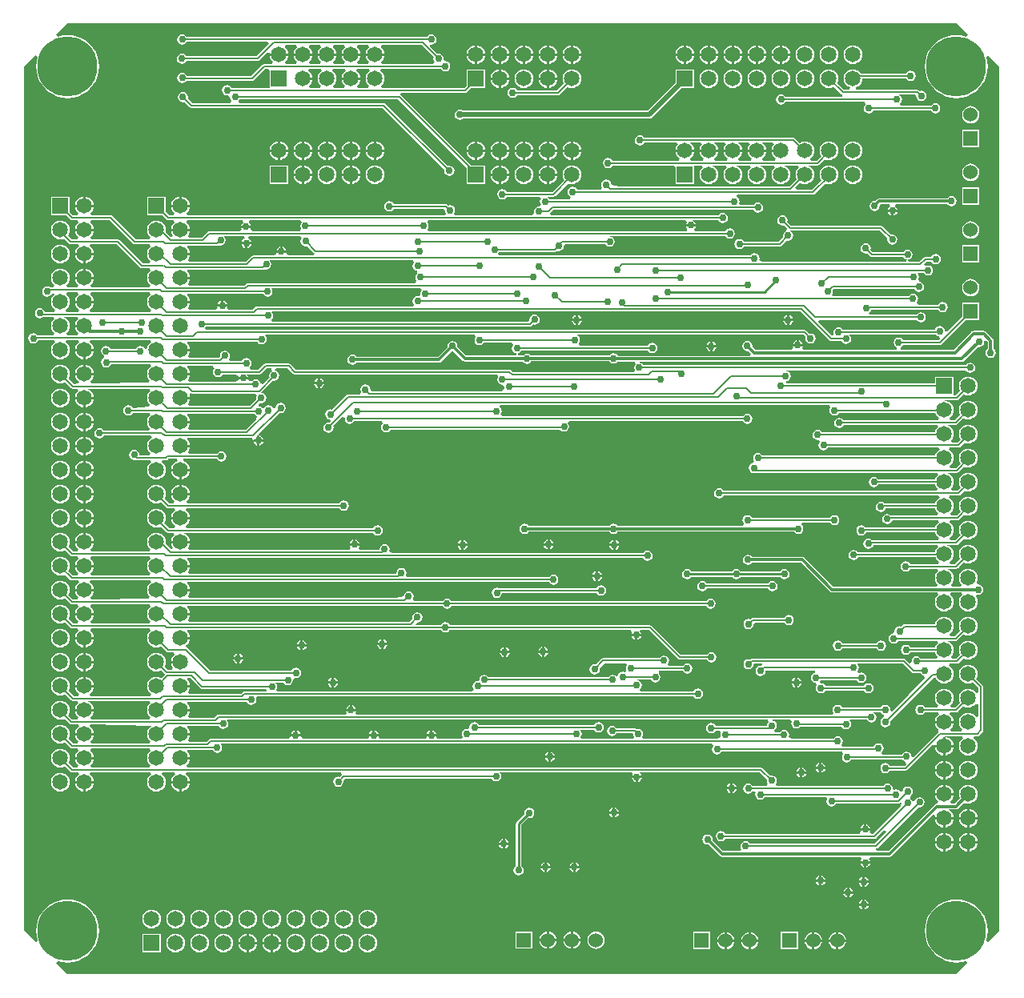
<source format=gbl>
%FSAX24Y24*%
%MOIN*%
G70*
G01*
G75*
G04 Layer_Physical_Order=2*
G04 Layer_Color=16711680*
%ADD10O,0.0236X0.0866*%
%ADD11R,0.0866X0.0335*%
%ADD12R,0.1800X0.0900*%
%ADD13R,0.0433X0.0394*%
%ADD14R,0.0394X0.0433*%
%ADD15O,0.0177X0.0709*%
%ADD16O,0.0866X0.0236*%
%ADD17R,0.0512X0.0591*%
%ADD18R,0.0650X0.0236*%
%ADD19R,0.0236X0.0650*%
%ADD20R,0.0400X0.0600*%
%ADD21O,0.0709X0.0177*%
%ADD22C,0.0120*%
%ADD23C,0.0080*%
%ADD24C,0.0200*%
%ADD25C,0.0100*%
%ADD26C,0.0250*%
%ADD27C,0.0600*%
%ADD28R,0.0600X0.0600*%
%ADD29R,0.0650X0.0650*%
%ADD30C,0.0650*%
%ADD31R,0.0600X0.0600*%
%ADD32R,0.0650X0.0650*%
%ADD33C,0.2500*%
%ADD34C,0.0300*%
G36*
X049471Y049329D02*
X049415Y049246D01*
X049406Y049250D01*
X049206Y049298D01*
X049000Y049314D01*
X048794Y049298D01*
X048594Y049250D01*
X048403Y049171D01*
X048228Y049063D01*
X048071Y048929D01*
X047937Y048772D01*
X047829Y048597D01*
X047750Y048406D01*
X047702Y048206D01*
X047686Y048000D01*
X047702Y047794D01*
X047750Y047594D01*
X047829Y047403D01*
X047937Y047228D01*
X048071Y047071D01*
X048228Y046937D01*
X048403Y046829D01*
X048594Y046750D01*
X048794Y046702D01*
X049000Y046686D01*
X049206Y046702D01*
X049406Y046750D01*
X049597Y046829D01*
X049772Y046937D01*
X049929Y047071D01*
X050063Y047228D01*
X050171Y047403D01*
X050250Y047594D01*
X050298Y047794D01*
X050314Y048000D01*
X050298Y048206D01*
X050250Y048406D01*
X050246Y048415D01*
X050329Y048471D01*
X050800Y048000D01*
Y012000D01*
X050329Y011529D01*
X050246Y011585D01*
X050250Y011594D01*
X050298Y011794D01*
X050314Y012000D01*
X050298Y012206D01*
X050250Y012406D01*
X050171Y012597D01*
X050063Y012772D01*
X049929Y012929D01*
X049772Y013063D01*
X049597Y013171D01*
X049406Y013250D01*
X049206Y013298D01*
X049000Y013314D01*
X048794Y013298D01*
X048594Y013250D01*
X048403Y013171D01*
X048228Y013063D01*
X048071Y012929D01*
X047937Y012772D01*
X047829Y012597D01*
X047750Y012406D01*
X047702Y012206D01*
X047686Y012000D01*
X047702Y011794D01*
X047750Y011594D01*
X047829Y011403D01*
X047937Y011228D01*
X048071Y011071D01*
X048228Y010937D01*
X048403Y010829D01*
X048594Y010750D01*
X048794Y010702D01*
X049000Y010686D01*
X049206Y010702D01*
X049406Y010750D01*
X049415Y010754D01*
X049471Y010671D01*
X049000Y010200D01*
X012000D01*
X011529Y010671D01*
X011585Y010754D01*
X011594Y010750D01*
X011794Y010702D01*
X012000Y010686D01*
X012206Y010702D01*
X012406Y010750D01*
X012597Y010829D01*
X012772Y010937D01*
X012929Y011071D01*
X013063Y011228D01*
X013171Y011403D01*
X013250Y011594D01*
X013298Y011794D01*
X013314Y012000D01*
X013298Y012206D01*
X013250Y012406D01*
X013171Y012597D01*
X013063Y012772D01*
X012929Y012929D01*
X012772Y013063D01*
X012597Y013171D01*
X012406Y013250D01*
X012206Y013298D01*
X012000Y013314D01*
X011794Y013298D01*
X011594Y013250D01*
X011403Y013171D01*
X011228Y013063D01*
X011071Y012929D01*
X010937Y012772D01*
X010829Y012597D01*
X010750Y012406D01*
X010702Y012206D01*
X010686Y012000D01*
X010702Y011794D01*
X010750Y011594D01*
X010754Y011585D01*
X010671Y011529D01*
X010200Y012000D01*
Y048000D01*
X010671Y048471D01*
X010754Y048415D01*
X010750Y048406D01*
X010702Y048206D01*
X010686Y048000D01*
X010702Y047794D01*
X010750Y047594D01*
X010829Y047403D01*
X010937Y047228D01*
X011071Y047071D01*
X011228Y046937D01*
X011403Y046829D01*
X011594Y046750D01*
X011794Y046702D01*
X012000Y046686D01*
X012206Y046702D01*
X012406Y046750D01*
X012597Y046829D01*
X012772Y046937D01*
X012929Y047071D01*
X013063Y047228D01*
X013171Y047403D01*
X013250Y047594D01*
X013298Y047794D01*
X013314Y048000D01*
X013298Y048206D01*
X013250Y048406D01*
X013171Y048597D01*
X013063Y048772D01*
X012929Y048929D01*
X012772Y049063D01*
X012597Y049171D01*
X012406Y049250D01*
X012206Y049298D01*
X012000Y049314D01*
X011794Y049298D01*
X011594Y049250D01*
X011585Y049246D01*
X011529Y049329D01*
X012000Y049800D01*
X049000D01*
X049471Y049329D01*
D02*
G37*
%LPC*%
G36*
X042554Y022300D02*
X042400D01*
Y022146D01*
X042432Y022152D01*
X042501Y022199D01*
X042548Y022268D01*
X042554Y022300D01*
D02*
G37*
G36*
X042300D02*
X042146D01*
X042152Y022268D01*
X042199Y022199D01*
X042268Y022152D01*
X042300Y022146D01*
Y022300D01*
D02*
G37*
G36*
X023254D02*
X023100D01*
Y022146D01*
X023132Y022152D01*
X023201Y022199D01*
X023248Y022268D01*
X023254Y022300D01*
D02*
G37*
G36*
X023000Y022554D02*
X022968Y022548D01*
X022899Y022501D01*
X022852Y022432D01*
X022846Y022400D01*
X023000D01*
Y022554D01*
D02*
G37*
G36*
X012750Y022582D02*
Y022250D01*
X013082D01*
X013075Y022300D01*
X013036Y022394D01*
X012974Y022474D01*
X012894Y022536D01*
X012800Y022575D01*
X012750Y022582D01*
D02*
G37*
G36*
X012650D02*
X012600Y022575D01*
X012506Y022536D01*
X012426Y022474D01*
X012364Y022394D01*
X012325Y022300D01*
X012318Y022250D01*
X012650D01*
Y022582D01*
D02*
G37*
G36*
X023000Y022300D02*
X022846D01*
X022852Y022268D01*
X022899Y022199D01*
X022968Y022152D01*
X023000Y022146D01*
Y022300D01*
D02*
G37*
G36*
X048882Y019650D02*
X048550D01*
Y019318D01*
X048600Y019325D01*
X048694Y019364D01*
X048774Y019426D01*
X048836Y019506D01*
X048875Y019600D01*
X048882Y019650D01*
D02*
G37*
G36*
X048450D02*
X048118D01*
X048125Y019600D01*
X048164Y019506D01*
X048226Y019426D01*
X048306Y019364D01*
X048400Y019325D01*
X048450Y019318D01*
Y019650D01*
D02*
G37*
G36*
X032130Y019464D02*
Y019310D01*
X032284D01*
X032278Y019342D01*
X032231Y019411D01*
X032162Y019458D01*
X032130Y019464D01*
D02*
G37*
G36*
X023850Y021404D02*
Y021250D01*
X024004D01*
X023998Y021282D01*
X023951Y021351D01*
X023882Y021398D01*
X023850Y021404D01*
D02*
G37*
G36*
X023750D02*
X023718Y021398D01*
X023649Y021351D01*
X023602Y021282D01*
X023596Y021250D01*
X023750D01*
Y021404D01*
D02*
G37*
G36*
X048550Y020082D02*
Y019750D01*
X048882D01*
X048875Y019800D01*
X048836Y019894D01*
X048774Y019974D01*
X048694Y020036D01*
X048600Y020075D01*
X048550Y020082D01*
D02*
G37*
G36*
X012750Y023582D02*
Y023250D01*
X013082D01*
X013075Y023300D01*
X013036Y023394D01*
X012974Y023474D01*
X012894Y023536D01*
X012800Y023575D01*
X012750Y023582D01*
D02*
G37*
G36*
X012650D02*
X012600Y023575D01*
X012506Y023536D01*
X012426Y023474D01*
X012364Y023394D01*
X012325Y023300D01*
X012318Y023250D01*
X012650D01*
Y023582D01*
D02*
G37*
G36*
X019304Y023300D02*
X019150D01*
Y023146D01*
X019182Y023152D01*
X019251Y023199D01*
X019298Y023268D01*
X019304Y023300D01*
D02*
G37*
G36*
X030150Y023570D02*
X029996D01*
X030002Y023538D01*
X030049Y023469D01*
X030118Y023422D01*
X030150Y023416D01*
Y023570D01*
D02*
G37*
G36*
X019150Y023554D02*
Y023400D01*
X019304D01*
X019298Y023432D01*
X019251Y023501D01*
X019182Y023548D01*
X019150Y023554D01*
D02*
G37*
G36*
X019050D02*
X019018Y023548D01*
X018949Y023501D01*
X018902Y023432D01*
X018896Y023400D01*
X019050D01*
Y023554D01*
D02*
G37*
G36*
Y023300D02*
X018896D01*
X018902Y023268D01*
X018949Y023199D01*
X019018Y023152D01*
X019050Y023146D01*
Y023300D01*
D02*
G37*
G36*
X042400Y022554D02*
Y022400D01*
X042554D01*
X042548Y022432D01*
X042501Y022501D01*
X042432Y022548D01*
X042400Y022554D01*
D02*
G37*
G36*
X042300D02*
X042268Y022548D01*
X042199Y022501D01*
X042152Y022432D01*
X042146Y022400D01*
X042300D01*
Y022554D01*
D02*
G37*
G36*
X023100D02*
Y022400D01*
X023254D01*
X023248Y022432D01*
X023201Y022501D01*
X023132Y022548D01*
X023100Y022554D01*
D02*
G37*
G36*
X013082Y023150D02*
X012750D01*
Y022818D01*
X012800Y022825D01*
X012894Y022864D01*
X012974Y022926D01*
X013036Y023006D01*
X013075Y023100D01*
X013082Y023150D01*
D02*
G37*
G36*
X012650D02*
X012318D01*
X012325Y023100D01*
X012364Y023006D01*
X012426Y022926D01*
X012506Y022864D01*
X012600Y022825D01*
X012650Y022818D01*
Y023150D01*
D02*
G37*
G36*
X011700Y023588D02*
X011600Y023575D01*
X011506Y023536D01*
X011426Y023474D01*
X011364Y023394D01*
X011325Y023300D01*
X011312Y023200D01*
X011325Y023100D01*
X011364Y023006D01*
X011426Y022926D01*
X011506Y022864D01*
X011600Y022825D01*
X011700Y022812D01*
X011800Y022825D01*
X011894Y022864D01*
X011974Y022926D01*
X012036Y023006D01*
X012075Y023100D01*
X012088Y023200D01*
X012075Y023300D01*
X012036Y023394D01*
X011974Y023474D01*
X011894Y023536D01*
X011800Y023575D01*
X011700Y023588D01*
D02*
G37*
G36*
X032030Y019464D02*
X031998Y019458D01*
X031929Y019411D01*
X031882Y019342D01*
X031876Y019310D01*
X032030D01*
Y019464D01*
D02*
G37*
G36*
X035650Y018370D02*
X035496D01*
X035502Y018338D01*
X035549Y018269D01*
X035618Y018222D01*
X035650Y018216D01*
Y018370D01*
D02*
G37*
G36*
X039700Y018154D02*
Y018000D01*
X039854D01*
X039848Y018032D01*
X039801Y018101D01*
X039732Y018148D01*
X039700Y018154D01*
D02*
G37*
G36*
X039600D02*
X039568Y018148D01*
X039499Y018101D01*
X039452Y018032D01*
X039446Y018000D01*
X039600D01*
Y018154D01*
D02*
G37*
G36*
X048450Y018650D02*
X048118D01*
X048125Y018600D01*
X048164Y018506D01*
X048226Y018426D01*
X048306Y018364D01*
X048400Y018325D01*
X048450Y018318D01*
Y018650D01*
D02*
G37*
G36*
X049500Y019088D02*
X049400Y019075D01*
X049306Y019036D01*
X049226Y018974D01*
X049164Y018894D01*
X049125Y018800D01*
X049112Y018700D01*
X049125Y018600D01*
X049164Y018506D01*
X049226Y018426D01*
X049306Y018364D01*
X049400Y018325D01*
X049500Y018312D01*
X049600Y018325D01*
X049694Y018364D01*
X049774Y018426D01*
X049836Y018506D01*
X049875Y018600D01*
X049888Y018700D01*
X049875Y018800D01*
X049836Y018894D01*
X049774Y018974D01*
X049694Y019036D01*
X049600Y019075D01*
X049500Y019088D01*
D02*
G37*
G36*
X035904Y018370D02*
X035750D01*
Y018216D01*
X035782Y018222D01*
X035851Y018269D01*
X035898Y018338D01*
X035904Y018370D01*
D02*
G37*
G36*
X017082Y018150D02*
X016750D01*
Y017818D01*
X016800Y017825D01*
X016894Y017864D01*
X016974Y017926D01*
X017036Y018006D01*
X017075Y018100D01*
X017082Y018150D01*
D02*
G37*
G36*
X011700Y018588D02*
X011600Y018575D01*
X011506Y018536D01*
X011426Y018474D01*
X011364Y018394D01*
X011325Y018300D01*
X011312Y018200D01*
X011325Y018100D01*
X011364Y018006D01*
X011426Y017926D01*
X011506Y017864D01*
X011600Y017825D01*
X011700Y017812D01*
X011800Y017825D01*
X011894Y017864D01*
X011974Y017926D01*
X012036Y018006D01*
X012075Y018100D01*
X012088Y018200D01*
X012075Y018300D01*
X012036Y018394D01*
X011974Y018474D01*
X011894Y018536D01*
X011800Y018575D01*
X011700Y018588D01*
D02*
G37*
G36*
X048550Y018082D02*
Y017750D01*
X048882D01*
X048875Y017800D01*
X048836Y017894D01*
X048774Y017974D01*
X048694Y018036D01*
X048600Y018075D01*
X048550Y018082D01*
D02*
G37*
G36*
X048450D02*
X048400Y018075D01*
X048306Y018036D01*
X048226Y017974D01*
X048164Y017894D01*
X048125Y017800D01*
X048118Y017750D01*
X048450D01*
Y018082D01*
D02*
G37*
G36*
X016650Y018150D02*
X016318D01*
X016325Y018100D01*
X016364Y018006D01*
X016426Y017926D01*
X016506Y017864D01*
X016600Y017825D01*
X016650Y017818D01*
Y018150D01*
D02*
G37*
G36*
X013082D02*
X012750D01*
Y017818D01*
X012800Y017825D01*
X012894Y017864D01*
X012974Y017926D01*
X013036Y018006D01*
X013075Y018100D01*
X013082Y018150D01*
D02*
G37*
G36*
X012650D02*
X012318D01*
X012325Y018100D01*
X012364Y018006D01*
X012426Y017926D01*
X012506Y017864D01*
X012600Y017825D01*
X012650Y017818D01*
Y018150D01*
D02*
G37*
G36*
X043300Y019004D02*
X043268Y018998D01*
X043199Y018951D01*
X043152Y018882D01*
X043146Y018850D01*
X043300D01*
Y019004D01*
D02*
G37*
G36*
X048550Y019082D02*
Y018750D01*
X048882D01*
X048875Y018800D01*
X048836Y018894D01*
X048774Y018974D01*
X048694Y019036D01*
X048600Y019075D01*
X048550Y019082D01*
D02*
G37*
G36*
X048450D02*
X048400Y019075D01*
X048306Y019036D01*
X048226Y018974D01*
X048164Y018894D01*
X048125Y018800D01*
X048118Y018750D01*
X048450D01*
Y019082D01*
D02*
G37*
G36*
X032284Y019210D02*
X032130D01*
Y019056D01*
X032162Y019062D01*
X032231Y019109D01*
X032278Y019178D01*
X032284Y019210D01*
D02*
G37*
G36*
X032030D02*
X031876D01*
X031882Y019178D01*
X031929Y019109D01*
X031998Y019062D01*
X032030Y019056D01*
Y019210D01*
D02*
G37*
G36*
X043400Y019004D02*
Y018850D01*
X043554D01*
X043548Y018882D01*
X043501Y018951D01*
X043432Y018998D01*
X043400Y019004D01*
D02*
G37*
G36*
X042600Y018804D02*
Y018650D01*
X042754D01*
X042748Y018682D01*
X042701Y018751D01*
X042632Y018798D01*
X042600Y018804D01*
D02*
G37*
G36*
X042754Y018550D02*
X042600D01*
Y018396D01*
X042632Y018402D01*
X042701Y018449D01*
X042748Y018518D01*
X042754Y018550D01*
D02*
G37*
G36*
X042500D02*
X042346D01*
X042352Y018518D01*
X042399Y018449D01*
X042468Y018402D01*
X042500Y018396D01*
Y018550D01*
D02*
G37*
G36*
X048882Y018650D02*
X048550D01*
Y018318D01*
X048600Y018325D01*
X048694Y018364D01*
X048774Y018426D01*
X048836Y018506D01*
X048875Y018600D01*
X048882Y018650D01*
D02*
G37*
G36*
X042500Y018804D02*
X042468Y018798D01*
X042399Y018751D01*
X042352Y018682D01*
X042346Y018650D01*
X042500D01*
Y018804D01*
D02*
G37*
G36*
X043554Y018750D02*
X043400D01*
Y018596D01*
X043432Y018602D01*
X043501Y018649D01*
X043548Y018718D01*
X043554Y018750D01*
D02*
G37*
G36*
X043300D02*
X043146D01*
X043152Y018718D01*
X043199Y018649D01*
X043268Y018602D01*
X043300Y018596D01*
Y018750D01*
D02*
G37*
G36*
X030404Y023570D02*
X030250D01*
Y023416D01*
X030282Y023422D01*
X030351Y023469D01*
X030398Y023538D01*
X030404Y023570D01*
D02*
G37*
G36*
X028490Y028284D02*
Y028130D01*
X028644D01*
X028638Y028162D01*
X028591Y028231D01*
X028522Y028278D01*
X028490Y028284D01*
D02*
G37*
G36*
X028390D02*
X028358Y028278D01*
X028289Y028231D01*
X028242Y028162D01*
X028236Y028130D01*
X028390D01*
Y028284D01*
D02*
G37*
G36*
X032224Y028050D02*
X032070D01*
Y027896D01*
X032102Y027902D01*
X032171Y027949D01*
X032218Y028018D01*
X032224Y028050D01*
D02*
G37*
G36*
X023900Y028304D02*
X023868Y028298D01*
X023799Y028251D01*
X023752Y028182D01*
X023746Y028150D01*
X023900D01*
Y028304D01*
D02*
G37*
G36*
X034810Y028284D02*
Y028130D01*
X034964D01*
X034958Y028162D01*
X034911Y028231D01*
X034842Y028278D01*
X034810Y028284D01*
D02*
G37*
G36*
X034710D02*
X034678Y028278D01*
X034609Y028231D01*
X034562Y028162D01*
X034556Y028130D01*
X034710D01*
Y028284D01*
D02*
G37*
G36*
X031970Y028050D02*
X031816D01*
X031822Y028018D01*
X031869Y027949D01*
X031938Y027902D01*
X031970Y027896D01*
Y028050D01*
D02*
G37*
G36*
X028390Y028030D02*
X028236D01*
X028242Y027998D01*
X028289Y027929D01*
X028358Y027882D01*
X028390Y027876D01*
Y028030D01*
D02*
G37*
G36*
X015700Y028588D02*
X015600Y028575D01*
X015506Y028536D01*
X015426Y028474D01*
X015364Y028394D01*
X015325Y028300D01*
X015312Y028200D01*
X015325Y028100D01*
X015364Y028006D01*
X015426Y027926D01*
X015463Y027897D01*
X015431Y027802D01*
X012969D01*
X012937Y027897D01*
X012974Y027926D01*
X013036Y028006D01*
X013075Y028100D01*
X013082Y028150D01*
X012318D01*
X012325Y028100D01*
X012364Y028006D01*
X012426Y027926D01*
X012463Y027897D01*
X012431Y027802D01*
X012242D01*
X012037Y028007D01*
X012075Y028100D01*
X012088Y028200D01*
X012075Y028300D01*
X012036Y028394D01*
X011974Y028474D01*
X011894Y028536D01*
X011800Y028575D01*
X011700Y028588D01*
X011600Y028575D01*
X011506Y028536D01*
X011426Y028474D01*
X011364Y028394D01*
X011325Y028300D01*
X011312Y028200D01*
X011325Y028100D01*
X011364Y028006D01*
X011426Y027926D01*
X011506Y027864D01*
X011600Y027825D01*
X011700Y027812D01*
X011800Y027825D01*
X011893Y027863D01*
X012128Y027628D01*
X012161Y027606D01*
X012200Y027598D01*
X012431D01*
X012463Y027503D01*
X012426Y027474D01*
X012364Y027394D01*
X012325Y027300D01*
X012318Y027250D01*
X013082D01*
X013075Y027300D01*
X013036Y027394D01*
X012974Y027474D01*
X012937Y027503D01*
X012969Y027598D01*
X015431D01*
X015463Y027503D01*
X015426Y027474D01*
X015364Y027394D01*
X015325Y027300D01*
X015312Y027200D01*
X015325Y027100D01*
X015364Y027006D01*
X015426Y026926D01*
X015450Y026907D01*
X015418Y026812D01*
X012982D01*
X012950Y026907D01*
X012974Y026926D01*
X013036Y027006D01*
X013075Y027100D01*
X013082Y027150D01*
X012318D01*
X012325Y027100D01*
X012364Y027006D01*
X012426Y026926D01*
X012450Y026907D01*
X012418Y026812D01*
X012212D01*
X012028Y026996D01*
X012036Y027006D01*
X012075Y027100D01*
X012088Y027200D01*
X012075Y027300D01*
X012036Y027394D01*
X011974Y027474D01*
X011894Y027536D01*
X011800Y027575D01*
X011700Y027588D01*
X011600Y027575D01*
X011506Y027536D01*
X011426Y027474D01*
X011364Y027394D01*
X011325Y027300D01*
X011312Y027200D01*
X011325Y027100D01*
X011364Y027006D01*
X011426Y026926D01*
X011506Y026864D01*
X011600Y026825D01*
X011700Y026812D01*
X011800Y026825D01*
X011878Y026857D01*
X012098Y026638D01*
X012131Y026616D01*
X012170Y026608D01*
X012444D01*
X012476Y026513D01*
X012426Y026474D01*
X012364Y026394D01*
X012325Y026300D01*
X012318Y026250D01*
X013082D01*
X013075Y026300D01*
X013036Y026394D01*
X012974Y026474D01*
X012924Y026513D01*
X012956Y026608D01*
X015444D01*
X015476Y026513D01*
X015426Y026474D01*
X015364Y026394D01*
X015325Y026300D01*
X015312Y026200D01*
X015325Y026100D01*
X015364Y026006D01*
X015413Y025942D01*
X015370Y025853D01*
X015369Y025852D01*
X012985Y025814D01*
X012952Y025908D01*
X012974Y025926D01*
X013036Y026006D01*
X013075Y026100D01*
X013082Y026150D01*
X012318D01*
X012325Y026100D01*
X012364Y026006D01*
X012426Y025926D01*
X012459Y025900D01*
X012427Y025805D01*
X012232Y025802D01*
X012033Y026001D01*
X012036Y026006D01*
X012075Y026100D01*
X012088Y026200D01*
X012075Y026300D01*
X012036Y026394D01*
X011974Y026474D01*
X011894Y026536D01*
X011800Y026575D01*
X011700Y026588D01*
X011600Y026575D01*
X011506Y026536D01*
X011426Y026474D01*
X011364Y026394D01*
X011325Y026300D01*
X011312Y026200D01*
X011325Y026100D01*
X011364Y026006D01*
X011426Y025926D01*
X011506Y025864D01*
X011600Y025825D01*
X011700Y025812D01*
X011800Y025825D01*
X011885Y025860D01*
X012118Y025628D01*
D01*
X012118Y025628D01*
X012118Y025628D01*
D01*
D01*
D01*
X012118Y025628D01*
Y025628D01*
X012151Y025606D01*
X012190Y025598D01*
X012431D01*
X012463Y025503D01*
X012426Y025474D01*
X012364Y025394D01*
X012325Y025300D01*
X012318Y025250D01*
X013082D01*
X013075Y025300D01*
X013036Y025394D01*
X012974Y025474D01*
X012937Y025503D01*
X012969Y025598D01*
X015431D01*
X015463Y025503D01*
X015426Y025474D01*
X015364Y025394D01*
X015325Y025300D01*
X015312Y025200D01*
X015325Y025100D01*
X015364Y025006D01*
X015426Y024926D01*
X015463Y024897D01*
X015431Y024802D01*
X012969D01*
X012937Y024897D01*
X012974Y024926D01*
X013036Y025006D01*
X013075Y025100D01*
X013082Y025150D01*
X012318D01*
X012325Y025100D01*
X012364Y025006D01*
X012426Y024926D01*
X012463Y024897D01*
X012431Y024802D01*
X012242D01*
X012037Y025007D01*
X012075Y025100D01*
X012088Y025200D01*
X012075Y025300D01*
X012036Y025394D01*
X011974Y025474D01*
X011894Y025536D01*
X011800Y025575D01*
X011700Y025588D01*
X011600Y025575D01*
X011506Y025536D01*
X011426Y025474D01*
X011364Y025394D01*
X011325Y025300D01*
X011312Y025200D01*
X011325Y025100D01*
X011364Y025006D01*
X011426Y024926D01*
X011506Y024864D01*
X011600Y024825D01*
X011700Y024812D01*
X011800Y024825D01*
X011893Y024863D01*
X012128Y024628D01*
X012161Y024606D01*
X012200Y024598D01*
X012431D01*
X012463Y024503D01*
X012426Y024474D01*
X012364Y024394D01*
X012325Y024300D01*
X012318Y024250D01*
X013082D01*
X013075Y024300D01*
X013036Y024394D01*
X012974Y024474D01*
X012937Y024503D01*
X012969Y024598D01*
X015431D01*
X015463Y024503D01*
X015426Y024474D01*
X015364Y024394D01*
X015325Y024300D01*
X015312Y024200D01*
X015325Y024100D01*
X015364Y024006D01*
X015426Y023926D01*
X015506Y023864D01*
X015600Y023825D01*
X015700Y023812D01*
X015800Y023825D01*
X015893Y023863D01*
X016128Y023628D01*
X016128Y023628D01*
X016128D01*
X016128D01*
Y023628D01*
D01*
X016128D01*
D01*
D01*
D01*
X016128Y023628D01*
Y023628D01*
X016161Y023606D01*
X016200Y023598D01*
X016431D01*
X016463Y023503D01*
X016426Y023474D01*
X016364Y023394D01*
X016325Y023300D01*
X016318Y023250D01*
X016700D01*
Y023150D01*
X016318D01*
X016325Y023100D01*
X016364Y023006D01*
X016398Y022962D01*
X016354Y022872D01*
X016172D01*
X016037Y023007D01*
X016075Y023100D01*
X016088Y023200D01*
X016075Y023300D01*
X016036Y023394D01*
X015974Y023474D01*
X015894Y023536D01*
X015800Y023575D01*
X015700Y023588D01*
X015600Y023575D01*
X015506Y023536D01*
X015426Y023474D01*
X015364Y023394D01*
X015325Y023300D01*
X015312Y023200D01*
X015325Y023100D01*
X015364Y023006D01*
X015426Y022926D01*
X015506Y022864D01*
X015600Y022825D01*
X015700Y022812D01*
X015800Y022825D01*
X015893Y022863D01*
X016058Y022698D01*
X016059Y022684D01*
X015904Y022528D01*
X015894Y022536D01*
X015800Y022575D01*
X015700Y022588D01*
X015600Y022575D01*
X015506Y022536D01*
X015426Y022474D01*
X015364Y022394D01*
X015325Y022300D01*
X015312Y022200D01*
X015325Y022100D01*
X015364Y022006D01*
X015426Y021926D01*
X015476Y021887D01*
X015444Y021792D01*
X012956D01*
X012924Y021887D01*
X012974Y021926D01*
X013036Y022006D01*
X013075Y022100D01*
X013082Y022150D01*
X012318D01*
X012325Y022100D01*
X012364Y022006D01*
X012426Y021926D01*
X012476Y021887D01*
X012444Y021792D01*
X012252D01*
X012037Y022007D01*
X012075Y022100D01*
X012088Y022200D01*
X012075Y022300D01*
X012036Y022394D01*
X011974Y022474D01*
X011894Y022536D01*
X011800Y022575D01*
X011700Y022588D01*
X011600Y022575D01*
X011506Y022536D01*
X011426Y022474D01*
X011364Y022394D01*
X011325Y022300D01*
X011312Y022200D01*
X011325Y022100D01*
X011364Y022006D01*
X011426Y021926D01*
X011506Y021864D01*
X011600Y021825D01*
X011700Y021812D01*
X011800Y021825D01*
X011893Y021863D01*
X012138Y021618D01*
X012171Y021596D01*
X012210Y021588D01*
X012418D01*
X012450Y021493D01*
X012426Y021474D01*
X012364Y021394D01*
X012325Y021300D01*
X012318Y021250D01*
X013082D01*
X013075Y021300D01*
X013036Y021394D01*
X012974Y021474D01*
X012894Y021536D01*
X012816Y021569D01*
Y021569D01*
D01*
D01*
D01*
X012816D01*
Y021569D01*
X012816Y021569D01*
X012800Y021575D01*
Y021575D01*
X012801Y021588D01*
X015418D01*
X015450Y021493D01*
X015426Y021474D01*
X015364Y021394D01*
X015325Y021300D01*
X015312Y021200D01*
X015325Y021100D01*
X015364Y021006D01*
X015426Y020926D01*
X015437Y020917D01*
X015405Y020822D01*
X012995D01*
X012963Y020917D01*
X012974Y020926D01*
X013036Y021006D01*
X013075Y021100D01*
X013082Y021150D01*
X012318D01*
X012325Y021100D01*
X012364Y021006D01*
X012426Y020926D01*
X012437Y020917D01*
X012405Y020822D01*
X012192D01*
X012024Y020990D01*
X012036Y021006D01*
X012075Y021100D01*
X012088Y021200D01*
X012075Y021300D01*
X012036Y021394D01*
X011974Y021474D01*
X011894Y021536D01*
X011800Y021575D01*
X011700Y021588D01*
X011600Y021575D01*
X011506Y021536D01*
X011426Y021474D01*
X011364Y021394D01*
X011325Y021300D01*
X011312Y021200D01*
X011325Y021100D01*
X011364Y021006D01*
X011426Y020926D01*
X011506Y020864D01*
X011600Y020825D01*
X011700Y020812D01*
X011800Y020825D01*
X011871Y020854D01*
X012078Y020648D01*
X012111Y020626D01*
X012150Y020618D01*
Y020618D01*
X012150Y020618D01*
D01*
X012449Y020612D01*
X012480Y020517D01*
X012426Y020474D01*
X012364Y020394D01*
X012325Y020300D01*
X012318Y020250D01*
X013082D01*
X013075Y020300D01*
X013036Y020394D01*
X012974Y020474D01*
X012933Y020506D01*
X012967Y020600D01*
X015482Y020546D01*
X015489Y020523D01*
X015426Y020474D01*
X015364Y020394D01*
X015325Y020300D01*
X015312Y020200D01*
X015325Y020100D01*
X015364Y020006D01*
X015426Y019926D01*
X015463Y019897D01*
X015431Y019802D01*
X012969D01*
X012937Y019897D01*
X012974Y019926D01*
X013036Y020006D01*
X013075Y020100D01*
X013082Y020150D01*
X012318D01*
X012325Y020100D01*
X012364Y020006D01*
X012426Y019926D01*
X012463Y019897D01*
X012431Y019802D01*
X012242D01*
X012037Y020007D01*
X012075Y020100D01*
X012088Y020200D01*
X012075Y020300D01*
X012036Y020394D01*
X011974Y020474D01*
X011894Y020536D01*
X011800Y020575D01*
X011700Y020588D01*
X011600Y020575D01*
X011506Y020536D01*
X011426Y020474D01*
X011364Y020394D01*
X011325Y020300D01*
X011312Y020200D01*
X011325Y020100D01*
X011364Y020006D01*
X011426Y019926D01*
X011506Y019864D01*
X011600Y019825D01*
X011700Y019812D01*
X011800Y019825D01*
X011893Y019863D01*
X012128Y019628D01*
X012128Y019628D01*
X012128D01*
X012128D01*
Y019628D01*
D01*
X012128D01*
D01*
D01*
D01*
X012128Y019628D01*
Y019628D01*
X012161Y019606D01*
X012200Y019598D01*
X012431D01*
X012463Y019503D01*
X012426Y019474D01*
X012364Y019394D01*
X012325Y019300D01*
X012318Y019250D01*
X013082D01*
X013075Y019300D01*
X013036Y019394D01*
X012974Y019474D01*
X012937Y019503D01*
X012969Y019598D01*
X015431D01*
X015463Y019503D01*
X015426Y019474D01*
X015364Y019394D01*
X015325Y019300D01*
X015312Y019200D01*
X015325Y019100D01*
X015364Y019006D01*
X015426Y018926D01*
X015437Y018917D01*
X015405Y018822D01*
X012995D01*
X012963Y018917D01*
X012974Y018926D01*
X013036Y019006D01*
X013075Y019100D01*
X013082Y019150D01*
X012318D01*
X012325Y019100D01*
X012364Y019006D01*
X012426Y018926D01*
X012437Y018917D01*
X012405Y018822D01*
X012222D01*
X012037Y019007D01*
X012075Y019100D01*
X012088Y019200D01*
X012075Y019300D01*
X012036Y019394D01*
X011974Y019474D01*
X011894Y019536D01*
X011800Y019575D01*
X011700Y019588D01*
X011600Y019575D01*
X011506Y019536D01*
X011426Y019474D01*
X011364Y019394D01*
X011325Y019300D01*
X011312Y019200D01*
X011325Y019100D01*
X011364Y019006D01*
X011426Y018926D01*
X011506Y018864D01*
X011600Y018825D01*
X011700Y018812D01*
X011800Y018825D01*
X011893Y018863D01*
X012108Y018648D01*
X012141Y018626D01*
X012180Y018618D01*
X012457D01*
X012489Y018523D01*
X012426Y018474D01*
X012364Y018394D01*
X012325Y018300D01*
X012318Y018250D01*
X013082D01*
X013075Y018300D01*
X013036Y018394D01*
X012974Y018474D01*
X012911Y018523D01*
X012943Y018618D01*
X015457D01*
X015489Y018523D01*
X015426Y018474D01*
X015364Y018394D01*
X015325Y018300D01*
X015312Y018200D01*
X015325Y018100D01*
X015364Y018006D01*
X015426Y017926D01*
X015506Y017864D01*
X015600Y017825D01*
X015700Y017812D01*
X015800Y017825D01*
X015894Y017864D01*
X015974Y017926D01*
X016036Y018006D01*
X016075Y018100D01*
X016088Y018200D01*
X016075Y018300D01*
X016036Y018394D01*
X015974Y018474D01*
X015911Y018523D01*
X015943Y018618D01*
X016457D01*
X016489Y018523D01*
X016426Y018474D01*
X016364Y018394D01*
X016325Y018300D01*
X016318Y018250D01*
X017082D01*
X017075Y018300D01*
X017036Y018394D01*
X016974Y018474D01*
X016911Y018523D01*
X016943Y018618D01*
X023399D01*
X023428Y018522D01*
X023428Y018522D01*
X023328Y018423D01*
X023270Y018434D01*
X023188Y018418D01*
X023119Y018371D01*
X023072Y018302D01*
X023056Y018220D01*
X023072Y018138D01*
X023119Y018069D01*
X023188Y018022D01*
X023270Y018006D01*
X023352Y018022D01*
X023421Y018069D01*
X023468Y018138D01*
X023484Y018220D01*
X023473Y018278D01*
X023542Y018348D01*
X029656D01*
X029689Y018299D01*
X029758Y018252D01*
X029840Y018236D01*
X029922Y018252D01*
X029991Y018299D01*
X030038Y018368D01*
X030054Y018450D01*
X030038Y018532D01*
X029991Y018601D01*
X029996Y018618D01*
X035474D01*
X035521Y018530D01*
X035502Y018502D01*
X035496Y018470D01*
X035904D01*
X035898Y018502D01*
X035851Y018571D01*
X035782Y018618D01*
D01*
X035782D01*
Y018618D01*
D01*
D01*
X035782Y018618D01*
X040818D01*
X041117Y018318D01*
X041106Y018260D01*
X041122Y018178D01*
X041154Y018130D01*
X041107Y018042D01*
X040524D01*
X040491Y018091D01*
X040422Y018138D01*
X040340Y018154D01*
X040258Y018138D01*
X040189Y018091D01*
X040142Y018022D01*
X040126Y017940D01*
X040142Y017858D01*
X040189Y017789D01*
X040258Y017742D01*
X040340Y017726D01*
X040422Y017742D01*
X040491Y017789D01*
X040501Y017803D01*
X040601Y017808D01*
X040640Y017761D01*
X040626Y017690D01*
X040642Y017608D01*
X040689Y017539D01*
X040758Y017492D01*
X040840Y017476D01*
X040922Y017492D01*
X040991Y017539D01*
X041024Y017588D01*
X043577D01*
X043624Y017500D01*
X043612Y017482D01*
X043596Y017400D01*
X043612Y017318D01*
X043659Y017249D01*
X043728Y017202D01*
X043810Y017186D01*
X043892Y017202D01*
X043961Y017249D01*
X043994Y017298D01*
X046570D01*
X046609Y017306D01*
X046642Y017328D01*
Y017328D01*
X046642D01*
D01*
D01*
D01*
D01*
D01*
D01*
X046642D01*
D01*
X046642D01*
D01*
D01*
X046642D01*
Y017328D01*
D01*
D01*
D01*
X046664Y017350D01*
Y017350D01*
X046720Y017339D01*
X046732Y017299D01*
X046701Y017195D01*
X045558Y016052D01*
X045442D01*
X045395Y016140D01*
X045407Y016159D01*
X045414Y016191D01*
X045005D01*
X045012Y016159D01*
X045024Y016140D01*
X044977Y016052D01*
X039384D01*
X039351Y016101D01*
X039282Y016148D01*
X039200Y016164D01*
X039118Y016148D01*
X039049Y016101D01*
X039002Y016032D01*
X038986Y015950D01*
X039002Y015868D01*
X039049Y015799D01*
X039118Y015752D01*
X039200Y015736D01*
X039282Y015752D01*
X039351Y015799D01*
X039384Y015848D01*
X045600D01*
X045639Y015856D01*
X045672Y015878D01*
Y015878D01*
X045672D01*
D01*
D01*
D01*
D01*
D01*
D01*
X045672D01*
D01*
X045672D01*
Y015878D01*
D01*
D01*
D01*
D01*
Y015878D01*
D01*
D01*
D01*
D01*
D01*
D01*
Y015878D01*
D01*
D01*
X045672D01*
D01*
D01*
D01*
X046000Y016206D01*
X046072Y016136D01*
X045598Y015632D01*
X040414D01*
X040381Y015681D01*
X040312Y015728D01*
X040230Y015744D01*
X040148Y015728D01*
X040079Y015681D01*
X040032Y015612D01*
X040016Y015530D01*
X040032Y015448D01*
X040051Y015421D01*
X040003Y015332D01*
X039291D01*
X038847Y015776D01*
X038854Y015810D01*
X038838Y015892D01*
X038791Y015961D01*
X038722Y016008D01*
X038640Y016024D01*
X038558Y016008D01*
X038489Y015961D01*
X038442Y015892D01*
X038426Y015810D01*
X038442Y015728D01*
X038489Y015659D01*
X038558Y015612D01*
X038640Y015596D01*
X038674Y015603D01*
X039153Y015123D01*
X039193Y015097D01*
X039240Y015088D01*
X045003D01*
X045050Y014999D01*
X045012Y014941D01*
X045005Y014909D01*
X045414D01*
X045407Y014941D01*
X045368Y014999D01*
X045416Y015088D01*
X046220D01*
X046267Y015097D01*
X046307Y015123D01*
Y015123D01*
X046307D01*
D01*
D01*
D01*
D01*
D01*
D01*
X046307D01*
D01*
X046307D01*
Y015123D01*
D01*
D01*
D01*
D01*
Y015123D01*
D01*
D01*
D01*
D01*
D01*
D01*
Y015123D01*
D01*
D01*
X046307D01*
D01*
D01*
D01*
X048044Y016861D01*
X048127Y016805D01*
X048125Y016800D01*
X048118Y016750D01*
X048882D01*
X048875Y016800D01*
X048836Y016894D01*
X048774Y016974D01*
X048694Y017036D01*
X048700Y017068D01*
X048990D01*
X049037Y017077D01*
X049077Y017103D01*
Y017103D01*
X049077D01*
D01*
D01*
D01*
D01*
D01*
D01*
X049077D01*
D01*
X049077D01*
Y017103D01*
D01*
D01*
D01*
D01*
Y017103D01*
D01*
D01*
D01*
D01*
D01*
D01*
Y017103D01*
D01*
D01*
X049077D01*
D01*
D01*
D01*
X049328Y017355D01*
X049400Y017325D01*
X049500Y017312D01*
X049600Y017325D01*
X049694Y017364D01*
X049774Y017426D01*
X049836Y017506D01*
X049875Y017600D01*
X049888Y017700D01*
X049875Y017800D01*
X049836Y017894D01*
X049774Y017974D01*
X049694Y018036D01*
X049600Y018075D01*
X049500Y018088D01*
X049400Y018075D01*
X049306Y018036D01*
X049226Y017974D01*
X049164Y017894D01*
X049125Y017800D01*
X049112Y017700D01*
X049125Y017600D01*
X049155Y017528D01*
X048939Y017312D01*
X048782D01*
X048750Y017407D01*
X048774Y017426D01*
X048836Y017506D01*
X048875Y017600D01*
X048882Y017650D01*
X048118D01*
X048125Y017600D01*
X048164Y017506D01*
X048226Y017426D01*
X048250Y017407D01*
X048218Y017312D01*
X048200D01*
X048153Y017303D01*
X048113Y017277D01*
X046169Y015332D01*
X045669D01*
X045659Y015432D01*
X045679Y015436D01*
X045712Y015458D01*
Y015458D01*
X045712D01*
D01*
D01*
D01*
D01*
D01*
D01*
X045712D01*
D01*
X045712D01*
Y015458D01*
D01*
D01*
D01*
D01*
Y015458D01*
D01*
D01*
D01*
D01*
D01*
D01*
Y015458D01*
D01*
D01*
X045712D01*
D01*
D01*
D01*
D01*
X047412Y017157D01*
X047470Y017146D01*
X047552Y017162D01*
X047621Y017209D01*
X047668Y017278D01*
X047684Y017360D01*
X047668Y017442D01*
X047621Y017511D01*
X047552Y017558D01*
X047470Y017574D01*
X047388Y017558D01*
X047319Y017511D01*
X047272Y017442D01*
X047271Y017438D01*
X047173Y017419D01*
X047131Y017481D01*
X047074Y017520D01*
Y017620D01*
X047131Y017659D01*
X047178Y017728D01*
X047194Y017810D01*
X047178Y017892D01*
X047131Y017961D01*
X047062Y018008D01*
X046980Y018024D01*
X046898Y018008D01*
X046829Y017961D01*
X046782Y017892D01*
X046768Y017819D01*
X046670Y017799D01*
X046641Y017841D01*
X046572Y017888D01*
X046490Y017904D01*
X046408Y017888D01*
X046408Y017888D01*
D01*
D01*
Y017888D01*
D01*
D01*
X046408Y017888D01*
X046364Y017940D01*
X046348Y018022D01*
X046301Y018091D01*
X046232Y018138D01*
X046150Y018154D01*
X046068Y018138D01*
X045999Y018091D01*
X045966Y018042D01*
X041533D01*
X041486Y018130D01*
X041518Y018178D01*
X041534Y018260D01*
X041518Y018342D01*
X041471Y018411D01*
X041402Y018458D01*
X041320Y018474D01*
X041262Y018463D01*
X040932Y018792D01*
X040899Y018814D01*
X040860Y018822D01*
X016995D01*
X016963Y018917D01*
X016974Y018926D01*
X017036Y019006D01*
X017075Y019100D01*
X017082Y019150D01*
X016700D01*
Y019250D01*
X017082D01*
X017075Y019300D01*
X017036Y019394D01*
X016974Y019474D01*
X016993Y019528D01*
X018036D01*
X018069Y019479D01*
X018138Y019432D01*
X018220Y019416D01*
X018302Y019432D01*
X018371Y019479D01*
X018418Y019548D01*
X018434Y019630D01*
X018418Y019712D01*
X018371Y019781D01*
X018376Y019798D01*
X038834D01*
X038881Y019710D01*
X038842Y019652D01*
X038826Y019570D01*
X038842Y019488D01*
X038889Y019419D01*
X038958Y019372D01*
X039040Y019356D01*
X039122Y019372D01*
X039191Y019419D01*
X039224Y019468D01*
X044244D01*
X044291Y019380D01*
X044252Y019322D01*
X044236Y019240D01*
X044252Y019158D01*
X044299Y019089D01*
X044368Y019042D01*
X044450Y019026D01*
X044532Y019042D01*
X044601Y019089D01*
X044634Y019138D01*
X046749D01*
X046769Y019109D01*
X046838Y019062D01*
X046892Y019051D01*
X046921Y018956D01*
X046858Y018892D01*
X046234D01*
X046201Y018941D01*
X046132Y018988D01*
X046050Y019004D01*
X045968Y018988D01*
X045899Y018941D01*
X045852Y018872D01*
X045836Y018790D01*
X045852Y018708D01*
X045899Y018639D01*
X045968Y018592D01*
X046050Y018576D01*
X046132Y018592D01*
X046201Y018639D01*
X046234Y018688D01*
X046900D01*
X046939Y018696D01*
X046972Y018718D01*
X048026Y019772D01*
X048115Y019727D01*
X048118Y019750D01*
X048450D01*
Y020082D01*
X048500Y020088D01*
X048500Y020088D01*
X048530Y020118D01*
X049257D01*
X049289Y020023D01*
X049226Y019974D01*
X049164Y019894D01*
X049125Y019800D01*
X049112Y019700D01*
X049125Y019600D01*
X049164Y019506D01*
X049226Y019426D01*
X049306Y019364D01*
X049400Y019325D01*
X049500Y019312D01*
X049600Y019325D01*
X049694Y019364D01*
X049774Y019426D01*
X049836Y019506D01*
X049875Y019600D01*
X049888Y019700D01*
X049875Y019800D01*
X049836Y019894D01*
X049774Y019974D01*
X049711Y020023D01*
X049743Y020118D01*
X049870D01*
X049909Y020126D01*
X049942Y020148D01*
Y020148D01*
X049942D01*
D01*
D01*
D01*
D01*
D01*
D01*
X049942D01*
D01*
X049942D01*
Y020148D01*
D01*
D01*
D01*
D01*
Y020148D01*
D01*
D01*
D01*
D01*
D01*
D01*
Y020148D01*
D01*
D01*
X049942D01*
D01*
D01*
D01*
X050082Y020288D01*
X050104Y020321D01*
X050112Y020360D01*
D01*
D01*
D01*
D01*
D01*
X050112D01*
D01*
D01*
D01*
D01*
Y020360D01*
X050112D01*
D01*
Y020360D01*
D01*
D01*
D01*
D01*
D01*
D01*
D01*
D01*
D01*
D01*
D01*
D01*
Y020360D01*
D01*
X050112D01*
D01*
D01*
D01*
D01*
X050112Y020360D01*
Y022180D01*
X050104Y022219D01*
X050082Y022252D01*
X050082Y022252D01*
X050082D01*
D01*
X050082Y022252D01*
X050082Y022252D01*
X050082D01*
D01*
D01*
X050082Y022252D01*
X049833Y022501D01*
X049836Y022506D01*
X049875Y022600D01*
X049888Y022700D01*
X049875Y022800D01*
X049836Y022894D01*
X049774Y022974D01*
X049694Y023036D01*
X049600Y023075D01*
X049500Y023088D01*
X049400Y023075D01*
X049306Y023036D01*
X049226Y022974D01*
X049164Y022894D01*
X049125Y022800D01*
X049112Y022700D01*
X049125Y022600D01*
X049164Y022506D01*
X049226Y022426D01*
X049306Y022364D01*
X049400Y022325D01*
X049500Y022312D01*
X049600Y022325D01*
X049685Y022360D01*
X049908Y022138D01*
Y021956D01*
X049813Y021924D01*
X049774Y021974D01*
X049694Y022036D01*
X049600Y022075D01*
X049500Y022088D01*
X049400Y022075D01*
X049306Y022036D01*
X049226Y021974D01*
X049164Y021894D01*
X049125Y021800D01*
X049112Y021700D01*
X049125Y021600D01*
X049160Y021515D01*
X048958Y021312D01*
X048782D01*
X048750Y021407D01*
X048774Y021426D01*
X048836Y021506D01*
X048875Y021600D01*
X048888Y021700D01*
X048875Y021800D01*
X048836Y021894D01*
X048774Y021974D01*
X048694Y022036D01*
X048600Y022075D01*
X048500Y022088D01*
X048400Y022075D01*
X048306Y022036D01*
X048226Y021974D01*
X048164Y021894D01*
X048125Y021800D01*
X048112Y021700D01*
X048125Y021600D01*
X048164Y021506D01*
X048226Y021426D01*
X048250Y021407D01*
X048218Y021312D01*
X047694D01*
X047661Y021361D01*
X047592Y021408D01*
X047510Y021424D01*
X047428Y021408D01*
X047359Y021361D01*
X047312Y021292D01*
X047296Y021210D01*
X047312Y021128D01*
X047359Y021059D01*
X047428Y021012D01*
X047510Y020996D01*
X047592Y021012D01*
X047661Y021059D01*
X047694Y021108D01*
X048244D01*
X048276Y021013D01*
X048226Y020974D01*
X048164Y020894D01*
X048125Y020800D01*
X048118Y020750D01*
X048882D01*
X048875Y020800D01*
X048836Y020894D01*
X048774Y020974D01*
X048724Y021013D01*
X048756Y021108D01*
X049000D01*
X049039Y021116D01*
X049072Y021138D01*
Y021138D01*
X049072D01*
D01*
D01*
D01*
D01*
D01*
D01*
X049072D01*
D01*
X049072D01*
Y021138D01*
D01*
D01*
D01*
D01*
Y021138D01*
D01*
D01*
D01*
D01*
D01*
D01*
Y021138D01*
D01*
D01*
X049072D01*
D01*
D01*
D01*
X049301Y021367D01*
X049306Y021364D01*
X049400Y021325D01*
X049500Y021312D01*
X049600Y021325D01*
X049694Y021364D01*
X049774Y021426D01*
X049813Y021476D01*
X049908Y021444D01*
Y020956D01*
X049813Y020924D01*
X049774Y020974D01*
X049694Y021036D01*
X049600Y021075D01*
X049500Y021088D01*
X049400Y021075D01*
X049306Y021036D01*
X049226Y020974D01*
X049164Y020894D01*
X049125Y020800D01*
X049112Y020700D01*
X049125Y020600D01*
X049164Y020506D01*
X049226Y020426D01*
X049237Y020417D01*
X049205Y020322D01*
X048795D01*
X048763Y020417D01*
X048774Y020426D01*
X048836Y020506D01*
X048875Y020600D01*
X048882Y020650D01*
X048118D01*
X048125Y020600D01*
X048164Y020506D01*
X048226Y020426D01*
X048265Y020395D01*
X048262Y020295D01*
X048258Y020292D01*
X047224Y019259D01*
X047129Y019288D01*
X047118Y019342D01*
X047071Y019411D01*
X047002Y019458D01*
X046920Y019474D01*
X046838Y019458D01*
X046769Y019411D01*
X046722Y019342D01*
X045909D01*
X045880Y019438D01*
X045911Y019459D01*
X045958Y019528D01*
X045974Y019610D01*
X045958Y019692D01*
X045911Y019761D01*
X045842Y019808D01*
X045760Y019824D01*
X045678Y019808D01*
X045609Y019761D01*
X045562Y019692D01*
X045558Y019672D01*
X044266D01*
X044219Y019760D01*
X044258Y019818D01*
X044274Y019900D01*
X044258Y019982D01*
X044211Y020051D01*
X044142Y020098D01*
X044060Y020114D01*
X043978Y020098D01*
X043909Y020051D01*
X043876Y020002D01*
X042157D01*
X042028Y020088D01*
X042044Y020170D01*
X042028Y020252D01*
X041981Y020321D01*
X041912Y020368D01*
X041830Y020384D01*
X041748Y020368D01*
X041679Y020321D01*
X041646Y020272D01*
X041454D01*
X041425Y020368D01*
X041471Y020399D01*
X041518Y020468D01*
X041534Y020550D01*
X041518Y020632D01*
X041471Y020701D01*
X041402Y020748D01*
X041320Y020764D01*
X041354Y020798D01*
X042077D01*
X042140Y020721D01*
X042126Y020650D01*
X042142Y020568D01*
X042189Y020499D01*
X042258Y020452D01*
X042340Y020436D01*
X042422Y020452D01*
X042491Y020499D01*
X042504Y020518D01*
X044226D01*
X044259Y020469D01*
X044328Y020422D01*
X044410Y020406D01*
X044492Y020422D01*
X044561Y020469D01*
X044608Y020538D01*
X044624Y020620D01*
X044608Y020702D01*
X044561Y020771D01*
X044569Y020798D01*
X045276D01*
X045309Y020749D01*
X045378Y020702D01*
X045460Y020686D01*
X045542Y020702D01*
X045611Y020749D01*
X045658Y020818D01*
X045674Y020900D01*
X045658Y020982D01*
X045611Y021051D01*
X045542Y021098D01*
D01*
X045542D01*
Y021098D01*
D01*
D01*
Y021098D01*
X045542Y021098D01*
D01*
D01*
D01*
D01*
X045543Y021108D01*
X045856D01*
X045889Y021059D01*
X045958Y021012D01*
X045999Y021004D01*
Y020904D01*
X045968Y020898D01*
X045899Y020851D01*
X045852Y020782D01*
X045836Y020700D01*
X045852Y020618D01*
X045899Y020549D01*
X045968Y020502D01*
X046050Y020486D01*
X046132Y020502D01*
X046201Y020549D01*
X046248Y020618D01*
X046264Y020700D01*
X046253Y020758D01*
X048052Y022558D01*
X048052Y022558D01*
Y022558D01*
X048150Y022539D01*
X048164Y022506D01*
X048226Y022426D01*
X048306Y022364D01*
X048400Y022325D01*
X048500Y022312D01*
X048600Y022325D01*
X048694Y022364D01*
X048774Y022426D01*
X048836Y022506D01*
X048875Y022600D01*
X048888Y022700D01*
X048875Y022800D01*
X048836Y022894D01*
X048774Y022974D01*
X048698Y023033D01*
X048719Y023097D01*
X048732Y023128D01*
X049030D01*
X049069Y023136D01*
X049102Y023158D01*
Y023158D01*
X049102D01*
D01*
D01*
D01*
D01*
D01*
D01*
X049102D01*
D01*
X049102D01*
Y023158D01*
D01*
D01*
D01*
D01*
Y023158D01*
D01*
D01*
D01*
D01*
D01*
D01*
Y023158D01*
D01*
D01*
X049102D01*
D01*
D01*
D01*
X049307Y023363D01*
X049400Y023325D01*
X049500Y023312D01*
X049600Y023325D01*
X049694Y023364D01*
X049774Y023426D01*
X049836Y023506D01*
X049875Y023600D01*
X049888Y023700D01*
X049875Y023800D01*
X049836Y023894D01*
X049774Y023974D01*
X049694Y024036D01*
X049600Y024075D01*
X049500Y024088D01*
X049400Y024075D01*
X049306Y024036D01*
X049226Y023974D01*
X049164Y023894D01*
X049125Y023800D01*
X049112Y023700D01*
X049125Y023600D01*
X049163Y023507D01*
X048988Y023332D01*
X048846D01*
X048774Y023426D01*
X048836Y023506D01*
X048875Y023600D01*
X048888Y023700D01*
X048875Y023800D01*
X048836Y023894D01*
X048774Y023974D01*
X048694Y024036D01*
X048616Y024069D01*
Y024069D01*
D01*
D01*
D01*
X048616D01*
Y024069D01*
X048616Y024069D01*
X048600Y024075D01*
Y024075D01*
X048601Y024088D01*
X048980D01*
X049019Y024096D01*
X049052Y024118D01*
Y024118D01*
X049052D01*
D01*
D01*
D01*
D01*
D01*
D01*
X049052D01*
D01*
X049052D01*
Y024118D01*
D01*
D01*
D01*
D01*
Y024118D01*
D01*
D01*
D01*
D01*
D01*
D01*
Y024118D01*
D01*
D01*
X049052D01*
D01*
D01*
D01*
X049301Y024367D01*
X049306Y024364D01*
X049400Y024325D01*
X049500Y024312D01*
X049600Y024325D01*
X049694Y024364D01*
X049774Y024426D01*
X049836Y024506D01*
X049875Y024600D01*
X049888Y024700D01*
X049875Y024800D01*
X049836Y024894D01*
X049774Y024974D01*
X049694Y025036D01*
X049600Y025075D01*
X049500Y025088D01*
X049400Y025075D01*
X049306Y025036D01*
X049226Y024974D01*
X049164Y024894D01*
X049125Y024800D01*
X049112Y024700D01*
X049125Y024600D01*
X049160Y024515D01*
X048938Y024292D01*
X048756D01*
X048724Y024387D01*
X048774Y024426D01*
X048836Y024506D01*
X048875Y024600D01*
X048888Y024700D01*
X048875Y024800D01*
X048836Y024894D01*
X048774Y024974D01*
X048694Y025036D01*
X048600Y025075D01*
X048500Y025088D01*
X048400Y025075D01*
X048306Y025036D01*
X048226Y024974D01*
X048164Y024894D01*
X048125Y024800D01*
X048124Y024792D01*
X046850D01*
X046811Y024784D01*
X046778Y024762D01*
X046698Y024683D01*
X046640Y024694D01*
X046558Y024678D01*
X046489Y024631D01*
X046442Y024562D01*
X046426Y024480D01*
D01*
X046390Y024404D01*
X046390D01*
Y024404D01*
X046308Y024388D01*
X046239Y024341D01*
X046192Y024272D01*
X046176Y024190D01*
X046192Y024108D01*
X046239Y024039D01*
X046308Y023992D01*
X046390Y023976D01*
X046472Y023992D01*
X046541Y024039D01*
X046574Y024088D01*
X048218D01*
X048250Y023993D01*
X048226Y023974D01*
X048164Y023894D01*
X048130Y023812D01*
X047094D01*
X047061Y023861D01*
X046992Y023908D01*
X046910Y023924D01*
X046828Y023908D01*
X046759Y023861D01*
X046712Y023792D01*
X046696Y023710D01*
X046712Y023628D01*
X046759Y023559D01*
X046828Y023512D01*
X046910Y023496D01*
X046992Y023512D01*
X047061Y023559D01*
X047094Y023608D01*
X048124D01*
X048125Y023600D01*
X048164Y023506D01*
X048226Y023426D01*
X048154Y023332D01*
X047534D01*
X047501Y023381D01*
X047432Y023428D01*
X047350Y023444D01*
X047268Y023428D01*
X047199Y023381D01*
X047152Y023312D01*
X047136Y023230D01*
X047142Y023197D01*
X047054Y023150D01*
X046882Y023322D01*
X046849Y023344D01*
X046810Y023352D01*
X040490D01*
X040451Y023344D01*
X040418Y023322D01*
X040408Y023313D01*
X040350Y023324D01*
X040268Y023308D01*
X040199Y023261D01*
X040152Y023192D01*
X040136Y023110D01*
X040152Y023028D01*
X040199Y022959D01*
X040268Y022912D01*
X040350Y022896D01*
X040432Y022912D01*
X040501Y022959D01*
X040548Y023028D01*
X040564Y023110D01*
X040595Y023148D01*
X040909D01*
X040918Y023118D01*
X040851Y023044D01*
X040850Y023044D01*
X040768Y023028D01*
X040699Y022981D01*
X040652Y022912D01*
X040636Y022830D01*
X040652Y022748D01*
X040699Y022679D01*
X040768Y022632D01*
X040850Y022616D01*
X040932Y022632D01*
X041001Y022679D01*
X041048Y022748D01*
X041064Y022830D01*
X041087Y022858D01*
X043122D01*
X043132Y022759D01*
X043132Y022759D01*
X043078Y022748D01*
X043009Y022701D01*
X042962Y022632D01*
X042946Y022550D01*
X042962Y022468D01*
X043009Y022399D01*
X043078Y022352D01*
X043159Y022336D01*
X043197Y022244D01*
X043162Y022192D01*
X043146Y022110D01*
X043162Y022028D01*
X043209Y021959D01*
X043278Y021912D01*
X043360Y021896D01*
X043442Y021912D01*
X043511Y021959D01*
X043544Y022008D01*
X045156D01*
X045189Y021959D01*
X045258Y021912D01*
X045340Y021896D01*
X045422Y021912D01*
X045491Y021959D01*
X045538Y022028D01*
X045554Y022110D01*
X045538Y022192D01*
X045491Y022261D01*
X045422Y022308D01*
X045340Y022324D01*
X045258Y022308D01*
X045189Y022261D01*
X045156Y022212D01*
X043544D01*
X043511Y022261D01*
X043442Y022308D01*
X043361Y022324D01*
X043323Y022416D01*
X043344Y022448D01*
X044866D01*
X044899Y022399D01*
X044968Y022352D01*
X045050Y022336D01*
X045132Y022352D01*
X045201Y022399D01*
X045248Y022468D01*
X045264Y022550D01*
X045248Y022632D01*
X045201Y022701D01*
X045132Y022748D01*
X045050Y022764D01*
X044968Y022748D01*
X044957Y022741D01*
X044922Y022748D01*
X044881Y022809D01*
X044928Y022878D01*
X044944Y022960D01*
X044928Y023042D01*
X044881Y023111D01*
X044893Y023148D01*
X046768D01*
X047138Y022778D01*
X047171Y022756D01*
X047210Y022748D01*
X047506D01*
X047539Y022699D01*
X047608Y022652D01*
X047649Y022644D01*
X047679Y022549D01*
X047705Y022577D01*
X046339Y021144D01*
X046250Y021190D01*
X046254Y021210D01*
X046238Y021292D01*
X046191Y021361D01*
X046122Y021408D01*
X046040Y021424D01*
X045958Y021408D01*
X045889Y021361D01*
X045856Y021312D01*
X044244D01*
X044211Y021361D01*
X044142Y021408D01*
X044060Y021424D01*
X043978Y021408D01*
X043909Y021361D01*
X043862Y021292D01*
X043846Y021210D01*
X043862Y021128D01*
X043888Y021090D01*
X043840Y021002D01*
X024026D01*
X023979Y021090D01*
X023998Y021118D01*
X024004Y021150D01*
X023596D01*
X023602Y021118D01*
X023621Y021090D01*
X023574Y021002D01*
X018270D01*
X018231Y020994D01*
X018198Y020972D01*
X018098Y020872D01*
X017046D01*
X017002Y020962D01*
X017036Y021006D01*
X017075Y021100D01*
X017082Y021150D01*
X016700D01*
Y021250D01*
X017082D01*
X017075Y021300D01*
X017036Y021394D01*
X016974Y021474D01*
X016993Y021528D01*
X019466D01*
X019499Y021479D01*
X019568Y021432D01*
X019650Y021416D01*
X019732Y021432D01*
X019801Y021479D01*
X019848Y021548D01*
X019864Y021630D01*
X019848Y021712D01*
X019883Y021778D01*
X038066D01*
X038099Y021729D01*
X038168Y021682D01*
X038250Y021666D01*
X038332Y021682D01*
X038401Y021729D01*
X038448Y021798D01*
X038464Y021880D01*
X038448Y021962D01*
X038401Y022031D01*
X038332Y022078D01*
X038250Y022094D01*
X038168Y022078D01*
X038099Y022031D01*
X038066Y021982D01*
X035854D01*
X035825Y022078D01*
X035841Y022089D01*
X035888Y022158D01*
X035904Y022240D01*
X035888Y022322D01*
X035841Y022391D01*
X035772Y022438D01*
X035690Y022454D01*
X035714Y022478D01*
X036279D01*
X036319Y022419D01*
X036388Y022372D01*
X036470Y022356D01*
X036552Y022372D01*
X036621Y022419D01*
X036668Y022488D01*
X036684Y022570D01*
X036668Y022652D01*
X036621Y022721D01*
X036605Y022732D01*
X036634Y022828D01*
X037616D01*
X037649Y022779D01*
X037718Y022732D01*
X037800Y022716D01*
X037882Y022732D01*
X037951Y022779D01*
X037998Y022848D01*
X038014Y022930D01*
X037998Y023012D01*
X037951Y023081D01*
X037882Y023128D01*
X037800Y023144D01*
X037718Y023128D01*
X037649Y023081D01*
X037616Y023032D01*
X037036D01*
X036989Y023120D01*
X037028Y023178D01*
X037044Y023260D01*
X037028Y023342D01*
X036981Y023411D01*
X036912Y023458D01*
X036830Y023474D01*
X036748Y023458D01*
X036679Y023411D01*
X036646Y023362D01*
X034300D01*
X034261Y023354D01*
X034228Y023332D01*
X033998Y023103D01*
X033940Y023114D01*
X033858Y023098D01*
X033789Y023051D01*
X033742Y022982D01*
X033726Y022900D01*
X033742Y022818D01*
X033789Y022749D01*
X033858Y022702D01*
X033940Y022686D01*
X034022Y022702D01*
X034091Y022749D01*
X034138Y022818D01*
X034154Y022900D01*
X034143Y022958D01*
X034342Y023158D01*
X035254D01*
X035301Y023070D01*
X035262Y023012D01*
X035246Y022930D01*
X035262Y022849D01*
X035191Y022778D01*
X035110Y022794D01*
X035028Y022778D01*
X034959Y022731D01*
X034912Y022662D01*
X034912Y022662D01*
Y022662D01*
X034851Y022611D01*
X034782Y022658D01*
X034700Y022674D01*
X034618Y022658D01*
X034549Y022611D01*
X034516Y022562D01*
X029534D01*
X029501Y022611D01*
X029432Y022658D01*
X029350Y022674D01*
X029268Y022658D01*
X029199Y022611D01*
X029152Y022542D01*
X029136Y022460D01*
X029087Y022411D01*
X029070Y022414D01*
X028988Y022398D01*
X028919Y022351D01*
X028872Y022282D01*
X028856Y022200D01*
X028872Y022118D01*
X028904Y022070D01*
X028857Y021982D01*
X020730D01*
X020682Y022070D01*
X020708Y022108D01*
X020724Y022190D01*
X020708Y022272D01*
X020661Y022341D01*
X020663Y022348D01*
X020986D01*
X021019Y022299D01*
X021088Y022252D01*
X021170Y022236D01*
X021252Y022252D01*
X021321Y022299D01*
X021368Y022368D01*
X021384Y022450D01*
X021379Y022477D01*
X021449Y022548D01*
X021510Y022536D01*
X021592Y022552D01*
X021661Y022599D01*
X021708Y022668D01*
X021724Y022750D01*
X021708Y022832D01*
X021661Y022901D01*
X021592Y022948D01*
X021510Y022964D01*
X021428Y022948D01*
X021359Y022901D01*
X021326Y022852D01*
X017922D01*
X017002Y023772D01*
X016969Y023794D01*
X016956Y023797D01*
X016933Y023894D01*
X016974Y023926D01*
X017036Y024006D01*
X017075Y024100D01*
X017082Y024150D01*
X016700D01*
Y024250D01*
X017082D01*
X017075Y024300D01*
X017036Y024394D01*
X016974Y024474D01*
X016993Y024528D01*
X027559D01*
X027579Y024499D01*
X027648Y024452D01*
X027730Y024436D01*
X027812Y024452D01*
X027881Y024499D01*
X027901Y024528D01*
X035447D01*
X035494Y024440D01*
X035482Y024422D01*
X035476Y024390D01*
X035884D01*
X035878Y024422D01*
X035831Y024491D01*
X035843Y024528D01*
X036218D01*
X037418Y023328D01*
X037451Y023306D01*
X037490Y023298D01*
X038616D01*
X038649Y023249D01*
X038718Y023202D01*
X038800Y023186D01*
X038882Y023202D01*
X038951Y023249D01*
X038998Y023318D01*
X039014Y023400D01*
X038998Y023482D01*
X038951Y023551D01*
X038882Y023598D01*
X038800Y023614D01*
X038718Y023598D01*
X038649Y023551D01*
X038616Y023502D01*
X037532D01*
X036332Y024702D01*
X036299Y024724D01*
X036260Y024732D01*
X027928D01*
X027881Y024801D01*
X027812Y024848D01*
X027730Y024864D01*
X027648Y024848D01*
X027579Y024801D01*
X027532Y024732D01*
X026507D01*
X026491Y024770D01*
X026555Y024847D01*
X026560Y024846D01*
X026642Y024862D01*
X026711Y024909D01*
X026758Y024978D01*
X026774Y025060D01*
X026758Y025142D01*
X026711Y025211D01*
X026642Y025258D01*
X026560Y025274D01*
X026478Y025258D01*
X026409Y025211D01*
X026362Y025142D01*
X026346Y025060D01*
X026357Y025002D01*
X026228Y024872D01*
X017046D01*
X017002Y024962D01*
X017036Y025006D01*
X017075Y025100D01*
X017082Y025150D01*
X016700D01*
Y025250D01*
X017082D01*
X017075Y025300D01*
X017036Y025394D01*
X016974Y025474D01*
X016993Y025528D01*
X027616D01*
X027649Y025479D01*
X027718Y025432D01*
X027800Y025416D01*
X027882Y025432D01*
X027951Y025479D01*
X027984Y025528D01*
X038586D01*
X038619Y025479D01*
X038688Y025432D01*
X038770Y025416D01*
X038852Y025432D01*
X038921Y025479D01*
X038968Y025548D01*
X038984Y025630D01*
X038968Y025712D01*
X038921Y025781D01*
X038852Y025828D01*
X038770Y025844D01*
X038688Y025828D01*
X038619Y025781D01*
X038586Y025732D01*
X027984D01*
X027951Y025781D01*
X027882Y025828D01*
X027800Y025844D01*
X027718Y025828D01*
X027649Y025781D01*
X027616Y025732D01*
X026420D01*
X026372Y025820D01*
X026398Y025858D01*
X026414Y025940D01*
X026398Y026022D01*
X026351Y026091D01*
X026282Y026138D01*
X026200Y026154D01*
X026118Y026138D01*
X026049Y026091D01*
X026002Y026022D01*
X025986Y025940D01*
X025644Y025872D01*
X017046D01*
X017002Y025962D01*
X017036Y026006D01*
X017075Y026100D01*
X017082Y026150D01*
X016700D01*
Y026250D01*
X017082D01*
X017075Y026300D01*
X017036Y026394D01*
X016974Y026474D01*
X016993Y026528D01*
X032036D01*
X032069Y026479D01*
X032138Y026432D01*
X032220Y026416D01*
X032302Y026432D01*
X032371Y026479D01*
X032418Y026548D01*
X032434Y026630D01*
X032418Y026712D01*
X032371Y026781D01*
X032302Y026828D01*
X032220Y026844D01*
X032138Y026828D01*
X032069Y026781D01*
X032036Y026732D01*
X026140D01*
X026093Y026820D01*
X026098Y026828D01*
X026114Y026910D01*
X026098Y026992D01*
X026051Y027061D01*
X025982Y027108D01*
X025900Y027124D01*
X025818Y027108D01*
X025749Y027061D01*
X025702Y026992D01*
X025686Y026910D01*
X025655Y026872D01*
X017046D01*
X017002Y026962D01*
X017036Y027006D01*
X017075Y027100D01*
X017082Y027150D01*
X016700D01*
Y027250D01*
X017082D01*
X017075Y027300D01*
X017036Y027394D01*
X016974Y027474D01*
X016993Y027528D01*
X035962D01*
X035989Y027489D01*
X036058Y027442D01*
X036140Y027426D01*
X036222Y027442D01*
X036291Y027489D01*
X036338Y027558D01*
X036354Y027640D01*
X036338Y027722D01*
X036291Y027791D01*
X036222Y027838D01*
X036140Y027854D01*
X036058Y027838D01*
X035989Y027791D01*
X035949Y027732D01*
X025527D01*
X025398Y027818D01*
X025414Y027900D01*
X025398Y027982D01*
X025351Y028051D01*
X025282Y028098D01*
X025200Y028114D01*
X025118Y028098D01*
X025049Y028051D01*
X025002Y027982D01*
X024986Y027900D01*
X024963Y027872D01*
X024156D01*
X024109Y027960D01*
X024148Y028018D01*
X024154Y028050D01*
X023746D01*
X023752Y028018D01*
X023791Y027960D01*
X023744Y027872D01*
X017046D01*
X017002Y027962D01*
X017036Y028006D01*
X017075Y028100D01*
X017082Y028150D01*
X016318D01*
X016325Y028100D01*
X016364Y028006D01*
X016398Y027962D01*
X016388Y027941D01*
X016289Y027925D01*
X016080Y028135D01*
X016088Y028200D01*
X016075Y028300D01*
X016036Y028394D01*
X015974Y028474D01*
X015894Y028536D01*
X015800Y028575D01*
X015700Y028588D01*
D02*
G37*
G36*
X041850Y027084D02*
X041768Y027068D01*
X041699Y027021D01*
X041672Y026982D01*
X040028D01*
X040001Y027021D01*
X039932Y027068D01*
X039850Y027084D01*
X039768Y027068D01*
X039699Y027021D01*
X039672Y026982D01*
X037968D01*
X037941Y027021D01*
X037872Y027068D01*
X037790Y027084D01*
X037708Y027068D01*
X037639Y027021D01*
X037592Y026952D01*
X037576Y026870D01*
X037592Y026788D01*
X037639Y026719D01*
X037708Y026672D01*
X037790Y026656D01*
X037872Y026672D01*
X037941Y026719D01*
X037968Y026758D01*
X039672D01*
X039699Y026719D01*
X039768Y026672D01*
X039850Y026656D01*
X039932Y026672D01*
X040001Y026719D01*
X040028Y026758D01*
X041672D01*
X041699Y026719D01*
X041768Y026672D01*
X041850Y026656D01*
X041932Y026672D01*
X042001Y026719D01*
X042048Y026788D01*
X042064Y026870D01*
X042048Y026952D01*
X042001Y027021D01*
X041932Y027068D01*
X041850Y027084D01*
D02*
G37*
G36*
X034964Y028030D02*
X034810D01*
Y027876D01*
X034842Y027882D01*
X034911Y027929D01*
X034958Y027998D01*
X034964Y028030D01*
D02*
G37*
G36*
X034710D02*
X034556D01*
X034562Y027998D01*
X034609Y027929D01*
X034678Y027882D01*
X034710Y027876D01*
Y028030D01*
D02*
G37*
G36*
X028644D02*
X028490D01*
Y027876D01*
X028522Y027882D01*
X028591Y027929D01*
X028638Y027998D01*
X028644Y028030D01*
D02*
G37*
G36*
X043920Y029324D02*
X043838Y029308D01*
X043769Y029261D01*
X043736Y029212D01*
X040494D01*
X040461Y029261D01*
X040392Y029308D01*
X040310Y029324D01*
X040228Y029308D01*
X040159Y029261D01*
X040112Y029192D01*
X040096Y029110D01*
X040112Y029028D01*
X040157Y028961D01*
X040147Y028941D01*
X040101Y028872D01*
X034901D01*
X034881Y028901D01*
X034812Y028948D01*
X034730Y028964D01*
X034648Y028948D01*
X034579Y028901D01*
X034559Y028872D01*
X031201D01*
X031181Y028901D01*
X031112Y028948D01*
X031030Y028964D01*
X030948Y028948D01*
X030879Y028901D01*
X030832Y028832D01*
X030816Y028750D01*
X030832Y028668D01*
X030879Y028599D01*
X030948Y028552D01*
X031030Y028536D01*
X031112Y028552D01*
X031181Y028599D01*
X031201Y028628D01*
X034559D01*
X034579Y028599D01*
X034648Y028552D01*
X034730Y028536D01*
X034812Y028552D01*
X034881Y028599D01*
X034901Y028628D01*
X042249D01*
X042269Y028599D01*
X042338Y028552D01*
X042420Y028536D01*
X042502Y028552D01*
X042571Y028599D01*
X042618Y028668D01*
X042634Y028750D01*
X042618Y028832D01*
X042571Y028901D01*
X042555Y028912D01*
X042584Y029008D01*
X043736D01*
X043769Y028959D01*
X043838Y028912D01*
X043920Y028896D01*
X044002Y028912D01*
X044071Y028959D01*
X044118Y029028D01*
X044134Y029110D01*
X044118Y029192D01*
X044071Y029261D01*
X044002Y029308D01*
X043920Y029324D01*
D02*
G37*
G36*
X013082Y029150D02*
X012750D01*
Y028818D01*
X012800Y028825D01*
X012894Y028864D01*
X012974Y028926D01*
X013036Y029006D01*
X013075Y029100D01*
X013082Y029150D01*
D02*
G37*
G36*
X012650D02*
X012318D01*
X012325Y029100D01*
X012364Y029006D01*
X012426Y028926D01*
X012506Y028864D01*
X012600Y028825D01*
X012650Y028818D01*
Y029150D01*
D02*
G37*
G36*
X015700Y030588D02*
X015600Y030575D01*
X015506Y030536D01*
X015426Y030474D01*
X015364Y030394D01*
X015325Y030300D01*
X015312Y030200D01*
X015325Y030100D01*
X015364Y030006D01*
X015426Y029926D01*
X015506Y029864D01*
X015600Y029825D01*
X015700Y029812D01*
X015800Y029825D01*
X015893Y029863D01*
X016108Y029648D01*
X016141Y029626D01*
X016180Y029618D01*
X016457D01*
X016489Y029523D01*
X016426Y029474D01*
X016364Y029394D01*
X016325Y029300D01*
X016318Y029250D01*
X017082D01*
X017075Y029300D01*
X017036Y029394D01*
X016974Y029474D01*
X016911Y029523D01*
X016943Y029618D01*
X023306D01*
X023339Y029569D01*
X023408Y029522D01*
X023490Y029506D01*
X023572Y029522D01*
X023641Y029569D01*
X023688Y029638D01*
X023704Y029720D01*
X023688Y029802D01*
X023641Y029871D01*
X023572Y029918D01*
X023490Y029934D01*
X023408Y029918D01*
X023339Y029871D01*
X023306Y029822D01*
X016995D01*
X016963Y029917D01*
X016974Y029926D01*
X017036Y030006D01*
X017075Y030100D01*
X017082Y030150D01*
X016318D01*
X016325Y030100D01*
X016364Y030006D01*
X016426Y029926D01*
X016437Y029917D01*
X016405Y029822D01*
X016222D01*
X016037Y030007D01*
X016075Y030100D01*
X016088Y030200D01*
X016075Y030300D01*
X016036Y030394D01*
X015974Y030474D01*
X015894Y030536D01*
X015800Y030575D01*
X015700Y030588D01*
D02*
G37*
G36*
X012750Y029582D02*
Y029250D01*
X013082D01*
X013075Y029300D01*
X013036Y029394D01*
X012974Y029474D01*
X012894Y029536D01*
X012800Y029575D01*
X012750Y029582D01*
D02*
G37*
G36*
X012650D02*
X012600Y029575D01*
X012506Y029536D01*
X012426Y029474D01*
X012364Y029394D01*
X012325Y029300D01*
X012318Y029250D01*
X012650D01*
Y029582D01*
D02*
G37*
G36*
X011700Y029588D02*
X011600Y029575D01*
X011506Y029536D01*
X011426Y029474D01*
X011364Y029394D01*
X011325Y029300D01*
X011312Y029200D01*
X011325Y029100D01*
X011364Y029006D01*
X011426Y028926D01*
X011506Y028864D01*
X011600Y028825D01*
X011700Y028812D01*
X011800Y028825D01*
X011894Y028864D01*
X011974Y028926D01*
X012036Y029006D01*
X012075Y029100D01*
X012088Y029200D01*
X012075Y029300D01*
X012036Y029394D01*
X011974Y029474D01*
X011894Y029536D01*
X011800Y029575D01*
X011700Y029588D01*
D02*
G37*
G36*
X032070Y028304D02*
Y028150D01*
X032224D01*
X032218Y028182D01*
X032171Y028251D01*
X032102Y028298D01*
X032070Y028304D01*
D02*
G37*
G36*
X031970D02*
X031938Y028298D01*
X031869Y028251D01*
X031822Y028182D01*
X031816Y028150D01*
X031970D01*
Y028304D01*
D02*
G37*
G36*
X024000D02*
Y028150D01*
X024154D01*
X024148Y028182D01*
X024101Y028251D01*
X024032Y028298D01*
X024000Y028304D01*
D02*
G37*
G36*
X015700Y029588D02*
X015600Y029575D01*
X015506Y029536D01*
X015426Y029474D01*
X015364Y029394D01*
X015325Y029300D01*
X015312Y029200D01*
X015325Y029100D01*
X015364Y029006D01*
X015426Y028926D01*
X015506Y028864D01*
X015600Y028825D01*
X015700Y028812D01*
X015800Y028825D01*
X015878Y028857D01*
X016118Y028618D01*
X016151Y028596D01*
X016190Y028588D01*
X016418D01*
X016450Y028493D01*
X016426Y028474D01*
X016364Y028394D01*
X016325Y028300D01*
X016318Y028250D01*
X017082D01*
X017075Y028300D01*
X017036Y028394D01*
X016974Y028474D01*
X016894Y028536D01*
X016816Y028569D01*
Y028569D01*
D01*
D01*
D01*
X016816D01*
Y028569D01*
X016816Y028569D01*
X016800Y028575D01*
Y028575D01*
X016801Y028588D01*
X024726D01*
X024759Y028539D01*
X024828Y028492D01*
X024910Y028476D01*
X024992Y028492D01*
X025061Y028539D01*
X025108Y028608D01*
X025124Y028690D01*
X025108Y028772D01*
X025061Y028841D01*
X024992Y028888D01*
X024910Y028904D01*
X024828Y028888D01*
X024759Y028841D01*
X024726Y028792D01*
X016956D01*
X016924Y028887D01*
X016974Y028926D01*
X017036Y029006D01*
X017075Y029100D01*
X017082Y029150D01*
X016318D01*
X016325Y029100D01*
X016364Y029006D01*
X016426Y028926D01*
X016476Y028887D01*
X016444Y028792D01*
X016232D01*
X016028Y028996D01*
X016036Y029006D01*
X016075Y029100D01*
X016088Y029200D01*
X016075Y029300D01*
X016036Y029394D01*
X015974Y029474D01*
X015894Y029536D01*
X015800Y029575D01*
X015700Y029588D01*
D02*
G37*
G36*
X012750Y028582D02*
Y028250D01*
X013082D01*
X013075Y028300D01*
X013036Y028394D01*
X012974Y028474D01*
X012894Y028536D01*
X012800Y028575D01*
X012750Y028582D01*
D02*
G37*
G36*
X012650D02*
X012600Y028575D01*
X012506Y028536D01*
X012426Y028474D01*
X012364Y028394D01*
X012325Y028300D01*
X012318Y028250D01*
X012650D01*
Y028582D01*
D02*
G37*
G36*
X034100Y026994D02*
Y026840D01*
X034254D01*
X034248Y026872D01*
X034201Y026941D01*
X034132Y026988D01*
X034100Y026994D01*
D02*
G37*
G36*
X025304Y023900D02*
X025150D01*
Y023746D01*
X025182Y023752D01*
X025251Y023799D01*
X025298Y023868D01*
X025304Y023900D01*
D02*
G37*
G36*
X025050D02*
X024896D01*
X024902Y023868D01*
X024949Y023799D01*
X025018Y023752D01*
X025050Y023746D01*
Y023900D01*
D02*
G37*
G36*
X021954Y023850D02*
X021800D01*
Y023696D01*
X021832Y023702D01*
X021901Y023749D01*
X021948Y023818D01*
X021954Y023850D01*
D02*
G37*
G36*
X013082Y024150D02*
X012750D01*
Y023818D01*
X012800Y023825D01*
X012894Y023864D01*
X012974Y023926D01*
X013036Y024006D01*
X013075Y024100D01*
X013082Y024150D01*
D02*
G37*
G36*
X012650D02*
X012318D01*
X012325Y024100D01*
X012364Y024006D01*
X012426Y023926D01*
X012506Y023864D01*
X012600Y023825D01*
X012650Y023818D01*
Y024150D01*
D02*
G37*
G36*
X011700Y024588D02*
X011600Y024575D01*
X011506Y024536D01*
X011426Y024474D01*
X011364Y024394D01*
X011325Y024300D01*
X011312Y024200D01*
X011325Y024100D01*
X011364Y024006D01*
X011426Y023926D01*
X011506Y023864D01*
X011600Y023825D01*
X011700Y023812D01*
X011800Y023825D01*
X011894Y023864D01*
X011974Y023926D01*
X012036Y024006D01*
X012075Y024100D01*
X012088Y024200D01*
X012075Y024300D01*
X012036Y024394D01*
X011974Y024474D01*
X011894Y024536D01*
X011800Y024575D01*
X011700Y024588D01*
D02*
G37*
G36*
X021700Y023850D02*
X021546D01*
X021552Y023818D01*
X021599Y023749D01*
X021668Y023702D01*
X021700Y023696D01*
Y023850D01*
D02*
G37*
G36*
X030150Y023824D02*
X030118Y023818D01*
X030049Y023771D01*
X030002Y023702D01*
X029996Y023670D01*
X030150D01*
Y023824D01*
D02*
G37*
G36*
X032004Y023580D02*
X031850D01*
Y023426D01*
X031882Y023432D01*
X031951Y023479D01*
X031998Y023548D01*
X032004Y023580D01*
D02*
G37*
G36*
X031750D02*
X031596D01*
X031602Y023548D01*
X031649Y023479D01*
X031718Y023432D01*
X031750Y023426D01*
Y023580D01*
D02*
G37*
G36*
X031850Y023834D02*
Y023680D01*
X032004D01*
X031998Y023712D01*
X031951Y023781D01*
X031882Y023828D01*
X031850Y023834D01*
D02*
G37*
G36*
X031750D02*
X031718Y023828D01*
X031649Y023781D01*
X031602Y023712D01*
X031596Y023680D01*
X031750D01*
Y023834D01*
D02*
G37*
G36*
X030250Y023824D02*
Y023670D01*
X030404D01*
X030398Y023702D01*
X030351Y023771D01*
X030282Y023818D01*
X030250Y023824D01*
D02*
G37*
G36*
X041350Y026584D02*
X041268Y026568D01*
X041199Y026521D01*
X041166Y026472D01*
X038614D01*
X038581Y026521D01*
X038512Y026568D01*
X038430Y026584D01*
X038348Y026568D01*
X038279Y026521D01*
X038232Y026452D01*
X038216Y026370D01*
X038232Y026288D01*
X038279Y026219D01*
X038348Y026172D01*
X038430Y026156D01*
X038512Y026172D01*
X038581Y026219D01*
X038614Y026268D01*
X041166D01*
X041199Y026219D01*
X041268Y026172D01*
X041350Y026156D01*
X041432Y026172D01*
X041501Y026219D01*
X041548Y026288D01*
X041564Y026370D01*
X041548Y026452D01*
X041501Y026521D01*
X041432Y026568D01*
X041350Y026584D01*
D02*
G37*
G36*
X034210Y026404D02*
X034128Y026388D01*
X034059Y026341D01*
X034019Y026282D01*
X029961D01*
X029952Y026288D01*
X029870Y026304D01*
X029788Y026288D01*
X029719Y026241D01*
X029672Y026172D01*
X029656Y026090D01*
X029672Y026008D01*
X029719Y025939D01*
X029788Y025892D01*
X029870Y025876D01*
X029952Y025892D01*
X030021Y025939D01*
X030068Y026008D01*
X030082Y026078D01*
X034032D01*
X034059Y026039D01*
X034128Y025992D01*
X034210Y025976D01*
X034292Y025992D01*
X034361Y026039D01*
X034408Y026108D01*
X034424Y026190D01*
X034408Y026272D01*
X034361Y026341D01*
X034292Y026388D01*
X034210Y026404D01*
D02*
G37*
G36*
X042020Y025164D02*
X041938Y025148D01*
X041869Y025101D01*
X041836Y025052D01*
X040510D01*
X040471Y025044D01*
X040438Y025022D01*
X040408Y024993D01*
X040350Y025004D01*
X040268Y024988D01*
X040199Y024941D01*
X040152Y024872D01*
X040136Y024790D01*
X040152Y024708D01*
X040199Y024639D01*
X040268Y024592D01*
X040350Y024576D01*
X040432Y024592D01*
X040501Y024639D01*
X040548Y024708D01*
X040564Y024790D01*
X040612Y024848D01*
X041836D01*
X041869Y024799D01*
X041938Y024752D01*
X042020Y024736D01*
X042102Y024752D01*
X042171Y024799D01*
X042218Y024868D01*
X042234Y024950D01*
X042218Y025032D01*
X042171Y025101D01*
X042102Y025148D01*
X042020Y025164D01*
D02*
G37*
G36*
X034000Y026994D02*
X033968Y026988D01*
X033899Y026941D01*
X033852Y026872D01*
X033846Y026840D01*
X034000D01*
Y026994D01*
D02*
G37*
G36*
X034254Y026740D02*
X034100D01*
Y026586D01*
X034132Y026592D01*
X034201Y026639D01*
X034248Y026708D01*
X034254Y026740D01*
D02*
G37*
G36*
X034000D02*
X033846D01*
X033852Y026708D01*
X033899Y026639D01*
X033968Y026592D01*
X034000Y026586D01*
Y026740D01*
D02*
G37*
G36*
X035884Y024290D02*
X035730D01*
Y024136D01*
X035762Y024142D01*
X035831Y024189D01*
X035878Y024258D01*
X035884Y024290D01*
D02*
G37*
G36*
X045860Y024094D02*
X045778Y024078D01*
X045709Y024031D01*
X045676Y023982D01*
X044254D01*
X044221Y024031D01*
X044152Y024078D01*
X044070Y024094D01*
X043988Y024078D01*
X043919Y024031D01*
X043872Y023962D01*
X043856Y023880D01*
X043872Y023798D01*
X043919Y023729D01*
X043988Y023682D01*
X044070Y023666D01*
X044152Y023682D01*
X044221Y023729D01*
X044254Y023778D01*
X045676D01*
X045709Y023729D01*
X045778Y023682D01*
X045860Y023666D01*
X045942Y023682D01*
X046011Y023729D01*
X046058Y023798D01*
X046074Y023880D01*
X046058Y023962D01*
X046011Y024031D01*
X045942Y024078D01*
X045860Y024094D01*
D02*
G37*
G36*
X021800Y024104D02*
Y023950D01*
X021954D01*
X021948Y023982D01*
X021901Y024051D01*
X021832Y024098D01*
X021800Y024104D01*
D02*
G37*
G36*
X021700D02*
X021668Y024098D01*
X021599Y024051D01*
X021552Y023982D01*
X021546Y023950D01*
X021700D01*
Y024104D01*
D02*
G37*
G36*
X035630Y024290D02*
X035476D01*
X035482Y024258D01*
X035529Y024189D01*
X035598Y024142D01*
X035630Y024136D01*
Y024290D01*
D02*
G37*
G36*
X025150Y024154D02*
Y024000D01*
X025304D01*
X025298Y024032D01*
X025251Y024101D01*
X025182Y024148D01*
X025150Y024154D01*
D02*
G37*
G36*
X025050D02*
X025018Y024148D01*
X024949Y024101D01*
X024902Y024032D01*
X024896Y024000D01*
X025050D01*
Y024154D01*
D02*
G37*
G36*
X043000Y011957D02*
X042956Y011951D01*
X042868Y011914D01*
X042793Y011857D01*
X042736Y011782D01*
X042699Y011694D01*
X042693Y011650D01*
X043000D01*
Y011957D01*
D02*
G37*
G36*
X040450D02*
Y011650D01*
X040757D01*
X040751Y011694D01*
X040714Y011782D01*
X040657Y011857D01*
X040582Y011914D01*
X040494Y011951D01*
X040450Y011957D01*
D02*
G37*
G36*
X040350D02*
X040306Y011951D01*
X040218Y011914D01*
X040143Y011857D01*
X040086Y011782D01*
X040049Y011694D01*
X040043Y011650D01*
X040350D01*
Y011957D01*
D02*
G37*
G36*
X044100D02*
Y011650D01*
X044407D01*
X044401Y011694D01*
X044364Y011782D01*
X044307Y011857D01*
X044232Y011914D01*
X044144Y011951D01*
X044100Y011957D01*
D02*
G37*
G36*
X044000D02*
X043956Y011951D01*
X043868Y011914D01*
X043793Y011857D01*
X043736Y011782D01*
X043699Y011694D01*
X043693Y011650D01*
X044000D01*
Y011957D01*
D02*
G37*
G36*
X043100D02*
Y011650D01*
X043407D01*
X043401Y011694D01*
X043364Y011782D01*
X043307Y011857D01*
X043232Y011914D01*
X043144Y011951D01*
X043100Y011957D01*
D02*
G37*
G36*
X039450D02*
Y011650D01*
X039757D01*
X039751Y011694D01*
X039714Y011782D01*
X039657Y011857D01*
X039582Y011914D01*
X039494Y011951D01*
X039450Y011957D01*
D02*
G37*
G36*
X019550Y011882D02*
Y011550D01*
X019882D01*
X019875Y011600D01*
X019836Y011694D01*
X019774Y011774D01*
X019694Y011836D01*
X019600Y011875D01*
X019550Y011882D01*
D02*
G37*
G36*
X019450D02*
X019400Y011875D01*
X019306Y011836D01*
X019226Y011774D01*
X019164Y011694D01*
X019125Y011600D01*
X019118Y011550D01*
X019450D01*
Y011882D01*
D02*
G37*
G36*
X033357Y011570D02*
X033050D01*
Y011263D01*
X033094Y011269D01*
X033182Y011306D01*
X033257Y011363D01*
X033314Y011438D01*
X033351Y011526D01*
X033357Y011570D01*
D02*
G37*
G36*
X039350Y011957D02*
X039306Y011951D01*
X039218Y011914D01*
X039143Y011857D01*
X039086Y011782D01*
X039049Y011694D01*
X039043Y011650D01*
X039350D01*
Y011957D01*
D02*
G37*
G36*
X020550Y011882D02*
Y011550D01*
X020882D01*
X020875Y011600D01*
X020836Y011694D01*
X020774Y011774D01*
X020694Y011836D01*
X020600Y011875D01*
X020550Y011882D01*
D02*
G37*
G36*
X020450D02*
X020400Y011875D01*
X020306Y011836D01*
X020226Y011774D01*
X020164Y011694D01*
X020125Y011600D01*
X020118Y011550D01*
X020450D01*
Y011882D01*
D02*
G37*
G36*
X020500Y012888D02*
X020400Y012875D01*
X020306Y012836D01*
X020226Y012774D01*
X020164Y012694D01*
X020125Y012600D01*
X020112Y012500D01*
X020125Y012400D01*
X020164Y012306D01*
X020226Y012226D01*
X020306Y012164D01*
X020400Y012125D01*
X020500Y012112D01*
X020600Y012125D01*
X020694Y012164D01*
X020774Y012226D01*
X020836Y012306D01*
X020875Y012400D01*
X020888Y012500D01*
X020875Y012600D01*
X020836Y012694D01*
X020774Y012774D01*
X020694Y012836D01*
X020600Y012875D01*
X020500Y012888D01*
D02*
G37*
G36*
X019500D02*
X019400Y012875D01*
X019306Y012836D01*
X019226Y012774D01*
X019164Y012694D01*
X019125Y012600D01*
X019112Y012500D01*
X019125Y012400D01*
X019164Y012306D01*
X019226Y012226D01*
X019306Y012164D01*
X019400Y012125D01*
X019500Y012112D01*
X019600Y012125D01*
X019694Y012164D01*
X019774Y012226D01*
X019836Y012306D01*
X019875Y012400D01*
X019888Y012500D01*
X019875Y012600D01*
X019836Y012694D01*
X019774Y012774D01*
X019694Y012836D01*
X019600Y012875D01*
X019500Y012888D01*
D02*
G37*
G36*
X018500D02*
X018400Y012875D01*
X018306Y012836D01*
X018226Y012774D01*
X018164Y012694D01*
X018125Y012600D01*
X018112Y012500D01*
X018125Y012400D01*
X018164Y012306D01*
X018226Y012226D01*
X018306Y012164D01*
X018400Y012125D01*
X018500Y012112D01*
X018600Y012125D01*
X018694Y012164D01*
X018774Y012226D01*
X018836Y012306D01*
X018875Y012400D01*
X018888Y012500D01*
X018875Y012600D01*
X018836Y012694D01*
X018774Y012774D01*
X018694Y012836D01*
X018600Y012875D01*
X018500Y012888D01*
D02*
G37*
G36*
X023500D02*
X023400Y012875D01*
X023306Y012836D01*
X023226Y012774D01*
X023164Y012694D01*
X023125Y012600D01*
X023112Y012500D01*
X023125Y012400D01*
X023164Y012306D01*
X023226Y012226D01*
X023306Y012164D01*
X023400Y012125D01*
X023500Y012112D01*
X023600Y012125D01*
X023694Y012164D01*
X023774Y012226D01*
X023836Y012306D01*
X023875Y012400D01*
X023888Y012500D01*
X023875Y012600D01*
X023836Y012694D01*
X023774Y012774D01*
X023694Y012836D01*
X023600Y012875D01*
X023500Y012888D01*
D02*
G37*
G36*
X022500D02*
X022400Y012875D01*
X022306Y012836D01*
X022226Y012774D01*
X022164Y012694D01*
X022125Y012600D01*
X022112Y012500D01*
X022125Y012400D01*
X022164Y012306D01*
X022226Y012226D01*
X022306Y012164D01*
X022400Y012125D01*
X022500Y012112D01*
X022600Y012125D01*
X022694Y012164D01*
X022774Y012226D01*
X022836Y012306D01*
X022875Y012400D01*
X022888Y012500D01*
X022875Y012600D01*
X022836Y012694D01*
X022774Y012774D01*
X022694Y012836D01*
X022600Y012875D01*
X022500Y012888D01*
D02*
G37*
G36*
X021500D02*
X021400Y012875D01*
X021306Y012836D01*
X021226Y012774D01*
X021164Y012694D01*
X021125Y012600D01*
X021112Y012500D01*
X021125Y012400D01*
X021164Y012306D01*
X021226Y012226D01*
X021306Y012164D01*
X021400Y012125D01*
X021500Y012112D01*
X021600Y012125D01*
X021694Y012164D01*
X021774Y012226D01*
X021836Y012306D01*
X021875Y012400D01*
X021888Y012500D01*
X021875Y012600D01*
X021836Y012694D01*
X021774Y012774D01*
X021694Y012836D01*
X021600Y012875D01*
X021500Y012888D01*
D02*
G37*
G36*
X017500D02*
X017400Y012875D01*
X017306Y012836D01*
X017226Y012774D01*
X017164Y012694D01*
X017125Y012600D01*
X017112Y012500D01*
X017125Y012400D01*
X017164Y012306D01*
X017226Y012226D01*
X017306Y012164D01*
X017400Y012125D01*
X017500Y012112D01*
X017600Y012125D01*
X017694Y012164D01*
X017774Y012226D01*
X017836Y012306D01*
X017875Y012400D01*
X017888Y012500D01*
X017875Y012600D01*
X017836Y012694D01*
X017774Y012774D01*
X017694Y012836D01*
X017600Y012875D01*
X017500Y012888D01*
D02*
G37*
G36*
X032950Y011977D02*
X032906Y011971D01*
X032818Y011934D01*
X032743Y011877D01*
X032686Y011802D01*
X032649Y011714D01*
X032643Y011670D01*
X032950D01*
Y011977D01*
D02*
G37*
G36*
X032050D02*
Y011670D01*
X032357D01*
X032351Y011714D01*
X032314Y011802D01*
X032257Y011877D01*
X032182Y011934D01*
X032094Y011971D01*
X032050Y011977D01*
D02*
G37*
G36*
X031950D02*
X031906Y011971D01*
X031818Y011934D01*
X031743Y011877D01*
X031686Y011802D01*
X031649Y011714D01*
X031643Y011670D01*
X031950D01*
Y011977D01*
D02*
G37*
G36*
X016500Y012888D02*
X016400Y012875D01*
X016306Y012836D01*
X016226Y012774D01*
X016164Y012694D01*
X016125Y012600D01*
X016112Y012500D01*
X016125Y012400D01*
X016164Y012306D01*
X016226Y012226D01*
X016306Y012164D01*
X016400Y012125D01*
X016500Y012112D01*
X016600Y012125D01*
X016694Y012164D01*
X016774Y012226D01*
X016836Y012306D01*
X016875Y012400D01*
X016888Y012500D01*
X016875Y012600D01*
X016836Y012694D01*
X016774Y012774D01*
X016694Y012836D01*
X016600Y012875D01*
X016500Y012888D01*
D02*
G37*
G36*
X015500D02*
X015400Y012875D01*
X015306Y012836D01*
X015226Y012774D01*
X015164Y012694D01*
X015125Y012600D01*
X015112Y012500D01*
X015125Y012400D01*
X015164Y012306D01*
X015226Y012226D01*
X015306Y012164D01*
X015400Y012125D01*
X015500Y012112D01*
X015600Y012125D01*
X015694Y012164D01*
X015774Y012226D01*
X015836Y012306D01*
X015875Y012400D01*
X015888Y012500D01*
X015875Y012600D01*
X015836Y012694D01*
X015774Y012774D01*
X015694Y012836D01*
X015600Y012875D01*
X015500Y012888D01*
D02*
G37*
G36*
X033050Y011977D02*
Y011670D01*
X033357D01*
X033351Y011714D01*
X033314Y011802D01*
X033257Y011877D01*
X033182Y011934D01*
X033094Y011971D01*
X033050Y011977D01*
D02*
G37*
G36*
X032950Y011570D02*
X032643D01*
X032649Y011526D01*
X032686Y011438D01*
X032743Y011363D01*
X032818Y011306D01*
X032906Y011269D01*
X032950Y011263D01*
Y011570D01*
D02*
G37*
G36*
X019882Y011450D02*
X019550D01*
Y011118D01*
X019600Y011125D01*
X019694Y011164D01*
X019774Y011226D01*
X019836Y011306D01*
X019875Y011400D01*
X019882Y011450D01*
D02*
G37*
G36*
X019450D02*
X019118D01*
X019125Y011400D01*
X019164Y011306D01*
X019226Y011226D01*
X019306Y011164D01*
X019400Y011125D01*
X019450Y011118D01*
Y011450D01*
D02*
G37*
G36*
X015885Y011885D02*
X015115D01*
Y011115D01*
X015885D01*
Y011885D01*
D02*
G37*
G36*
X038760Y011960D02*
X038040D01*
Y011240D01*
X038760D01*
Y011960D01*
D02*
G37*
G36*
X020882Y011450D02*
X020550D01*
Y011118D01*
X020600Y011125D01*
X020694Y011164D01*
X020774Y011226D01*
X020836Y011306D01*
X020875Y011400D01*
X020882Y011450D01*
D02*
G37*
G36*
X020450D02*
X020118D01*
X020125Y011400D01*
X020164Y011306D01*
X020226Y011226D01*
X020306Y011164D01*
X020400Y011125D01*
X020450Y011118D01*
Y011450D01*
D02*
G37*
G36*
X024500Y011888D02*
X024400Y011875D01*
X024306Y011836D01*
X024226Y011774D01*
X024164Y011694D01*
X024125Y011600D01*
X024112Y011500D01*
X024125Y011400D01*
X024164Y011306D01*
X024226Y011226D01*
X024306Y011164D01*
X024400Y011125D01*
X024500Y011112D01*
X024600Y011125D01*
X024694Y011164D01*
X024774Y011226D01*
X024836Y011306D01*
X024875Y011400D01*
X024888Y011500D01*
X024875Y011600D01*
X024836Y011694D01*
X024774Y011774D01*
X024694Y011836D01*
X024600Y011875D01*
X024500Y011888D01*
D02*
G37*
G36*
X018500D02*
X018400Y011875D01*
X018306Y011836D01*
X018226Y011774D01*
X018164Y011694D01*
X018125Y011600D01*
X018112Y011500D01*
X018125Y011400D01*
X018164Y011306D01*
X018226Y011226D01*
X018306Y011164D01*
X018400Y011125D01*
X018500Y011112D01*
X018600Y011125D01*
X018694Y011164D01*
X018774Y011226D01*
X018836Y011306D01*
X018875Y011400D01*
X018888Y011500D01*
X018875Y011600D01*
X018836Y011694D01*
X018774Y011774D01*
X018694Y011836D01*
X018600Y011875D01*
X018500Y011888D01*
D02*
G37*
G36*
X017500D02*
X017400Y011875D01*
X017306Y011836D01*
X017226Y011774D01*
X017164Y011694D01*
X017125Y011600D01*
X017112Y011500D01*
X017125Y011400D01*
X017164Y011306D01*
X017226Y011226D01*
X017306Y011164D01*
X017400Y011125D01*
X017500Y011112D01*
X017600Y011125D01*
X017694Y011164D01*
X017774Y011226D01*
X017836Y011306D01*
X017875Y011400D01*
X017888Y011500D01*
X017875Y011600D01*
X017836Y011694D01*
X017774Y011774D01*
X017694Y011836D01*
X017600Y011875D01*
X017500Y011888D01*
D02*
G37*
G36*
X016500D02*
X016400Y011875D01*
X016306Y011836D01*
X016226Y011774D01*
X016164Y011694D01*
X016125Y011600D01*
X016112Y011500D01*
X016125Y011400D01*
X016164Y011306D01*
X016226Y011226D01*
X016306Y011164D01*
X016400Y011125D01*
X016500Y011112D01*
X016600Y011125D01*
X016694Y011164D01*
X016774Y011226D01*
X016836Y011306D01*
X016875Y011400D01*
X016888Y011500D01*
X016875Y011600D01*
X016836Y011694D01*
X016774Y011774D01*
X016694Y011836D01*
X016600Y011875D01*
X016500Y011888D01*
D02*
G37*
G36*
X023500D02*
X023400Y011875D01*
X023306Y011836D01*
X023226Y011774D01*
X023164Y011694D01*
X023125Y011600D01*
X023112Y011500D01*
X023125Y011400D01*
X023164Y011306D01*
X023226Y011226D01*
X023306Y011164D01*
X023400Y011125D01*
X023500Y011112D01*
X023600Y011125D01*
X023694Y011164D01*
X023774Y011226D01*
X023836Y011306D01*
X023875Y011400D01*
X023888Y011500D01*
X023875Y011600D01*
X023836Y011694D01*
X023774Y011774D01*
X023694Y011836D01*
X023600Y011875D01*
X023500Y011888D01*
D02*
G37*
G36*
X022500D02*
X022400Y011875D01*
X022306Y011836D01*
X022226Y011774D01*
X022164Y011694D01*
X022125Y011600D01*
X022112Y011500D01*
X022125Y011400D01*
X022164Y011306D01*
X022226Y011226D01*
X022306Y011164D01*
X022400Y011125D01*
X022500Y011112D01*
X022600Y011125D01*
X022694Y011164D01*
X022774Y011226D01*
X022836Y011306D01*
X022875Y011400D01*
X022888Y011500D01*
X022875Y011600D01*
X022836Y011694D01*
X022774Y011774D01*
X022694Y011836D01*
X022600Y011875D01*
X022500Y011888D01*
D02*
G37*
G36*
X021500D02*
X021400Y011875D01*
X021306Y011836D01*
X021226Y011774D01*
X021164Y011694D01*
X021125Y011600D01*
X021112Y011500D01*
X021125Y011400D01*
X021164Y011306D01*
X021226Y011226D01*
X021306Y011164D01*
X021400Y011125D01*
X021500Y011112D01*
X021600Y011125D01*
X021694Y011164D01*
X021774Y011226D01*
X021836Y011306D01*
X021875Y011400D01*
X021888Y011500D01*
X021875Y011600D01*
X021836Y011694D01*
X021774Y011774D01*
X021694Y011836D01*
X021600Y011875D01*
X021500Y011888D01*
D02*
G37*
G36*
X034000Y011983D02*
X033906Y011971D01*
X033818Y011934D01*
X033743Y011877D01*
X033686Y011802D01*
X033649Y011714D01*
X033637Y011620D01*
X033649Y011526D01*
X033686Y011438D01*
X033743Y011363D01*
X033818Y011306D01*
X033906Y011269D01*
X034000Y011257D01*
X034094Y011269D01*
X034182Y011306D01*
X034257Y011363D01*
X034314Y011438D01*
X034351Y011526D01*
X034363Y011620D01*
X034351Y011714D01*
X034314Y011802D01*
X034257Y011877D01*
X034182Y011934D01*
X034094Y011971D01*
X034000Y011983D01*
D02*
G37*
G36*
X044407Y011550D02*
X044100D01*
Y011243D01*
X044144Y011249D01*
X044232Y011286D01*
X044307Y011343D01*
X044364Y011418D01*
X044401Y011506D01*
X044407Y011550D01*
D02*
G37*
G36*
X044000D02*
X043693D01*
X043699Y011506D01*
X043736Y011418D01*
X043793Y011343D01*
X043868Y011286D01*
X043956Y011249D01*
X044000Y011243D01*
Y011550D01*
D02*
G37*
G36*
X032357Y011570D02*
X032050D01*
Y011263D01*
X032094Y011269D01*
X032182Y011306D01*
X032257Y011363D01*
X032314Y011438D01*
X032351Y011526D01*
X032357Y011570D01*
D02*
G37*
G36*
X031950D02*
X031643D01*
X031649Y011526D01*
X031686Y011438D01*
X031743Y011363D01*
X031818Y011306D01*
X031906Y011269D01*
X031950Y011263D01*
Y011570D01*
D02*
G37*
G36*
X031360Y011980D02*
X030640D01*
Y011260D01*
X031360D01*
Y011980D01*
D02*
G37*
G36*
X043407Y011550D02*
X043100D01*
Y011243D01*
X043144Y011249D01*
X043232Y011286D01*
X043307Y011343D01*
X043364Y011418D01*
X043401Y011506D01*
X043407Y011550D01*
D02*
G37*
G36*
X039757D02*
X039450D01*
Y011243D01*
X039494Y011249D01*
X039582Y011286D01*
X039657Y011343D01*
X039714Y011418D01*
X039751Y011506D01*
X039757Y011550D01*
D02*
G37*
G36*
X039350D02*
X039043D01*
X039049Y011506D01*
X039086Y011418D01*
X039143Y011343D01*
X039218Y011286D01*
X039306Y011249D01*
X039350Y011243D01*
Y011550D01*
D02*
G37*
G36*
X042410Y011960D02*
X041690D01*
Y011240D01*
X042410D01*
Y011960D01*
D02*
G37*
G36*
X043000Y011550D02*
X042693D01*
X042699Y011506D01*
X042736Y011418D01*
X042793Y011343D01*
X042868Y011286D01*
X042956Y011249D01*
X043000Y011243D01*
Y011550D01*
D02*
G37*
G36*
X040757D02*
X040450D01*
Y011243D01*
X040494Y011249D01*
X040582Y011286D01*
X040657Y011343D01*
X040714Y011418D01*
X040751Y011506D01*
X040757Y011550D01*
D02*
G37*
G36*
X040350D02*
X040043D01*
X040049Y011506D01*
X040086Y011418D01*
X040143Y011343D01*
X040218Y011286D01*
X040306Y011249D01*
X040350Y011243D01*
Y011550D01*
D02*
G37*
G36*
X024500Y012888D02*
X024400Y012875D01*
X024306Y012836D01*
X024226Y012774D01*
X024164Y012694D01*
X024125Y012600D01*
X024112Y012500D01*
X024125Y012400D01*
X024164Y012306D01*
X024226Y012226D01*
X024306Y012164D01*
X024400Y012125D01*
X024500Y012112D01*
X024600Y012125D01*
X024694Y012164D01*
X024774Y012226D01*
X024836Y012306D01*
X024875Y012400D01*
X024888Y012500D01*
X024875Y012600D01*
X024836Y012694D01*
X024774Y012774D01*
X024694Y012836D01*
X024600Y012875D01*
X024500Y012888D01*
D02*
G37*
G36*
X049450Y016082D02*
X049400Y016075D01*
X049306Y016036D01*
X049226Y015974D01*
X049164Y015894D01*
X049125Y015800D01*
X049118Y015750D01*
X049450D01*
Y016082D01*
D02*
G37*
G36*
X048550D02*
Y015750D01*
X048882D01*
X048875Y015800D01*
X048836Y015894D01*
X048774Y015974D01*
X048694Y016036D01*
X048600Y016075D01*
X048550Y016082D01*
D02*
G37*
G36*
X048450D02*
X048400Y016075D01*
X048306Y016036D01*
X048226Y015974D01*
X048164Y015894D01*
X048125Y015800D01*
X048118Y015750D01*
X048450D01*
Y016082D01*
D02*
G37*
G36*
X045259Y016445D02*
Y016291D01*
X045414D01*
X045407Y016322D01*
X045361Y016392D01*
X045291Y016438D01*
X045259Y016445D01*
D02*
G37*
G36*
X045159D02*
X045128Y016438D01*
X045058Y016392D01*
X045012Y016322D01*
X045005Y016291D01*
X045159D01*
Y016445D01*
D02*
G37*
G36*
X049550Y016082D02*
Y015750D01*
X049882D01*
X049875Y015800D01*
X049836Y015894D01*
X049774Y015974D01*
X049694Y016036D01*
X049600Y016075D01*
X049550Y016082D01*
D02*
G37*
G36*
X030210Y015844D02*
Y015690D01*
X030364D01*
X030358Y015722D01*
X030311Y015791D01*
X030242Y015838D01*
X030210Y015844D01*
D02*
G37*
G36*
X049882Y015650D02*
X049550D01*
Y015318D01*
X049600Y015325D01*
X049694Y015364D01*
X049774Y015426D01*
X049836Y015506D01*
X049875Y015600D01*
X049882Y015650D01*
D02*
G37*
G36*
X049450D02*
X049118D01*
X049125Y015600D01*
X049164Y015506D01*
X049226Y015426D01*
X049306Y015364D01*
X049400Y015325D01*
X049450Y015318D01*
Y015650D01*
D02*
G37*
G36*
X048882D02*
X048550D01*
Y015318D01*
X048600Y015325D01*
X048694Y015364D01*
X048774Y015426D01*
X048836Y015506D01*
X048875Y015600D01*
X048882Y015650D01*
D02*
G37*
G36*
X030110Y015844D02*
X030078Y015838D01*
X030009Y015791D01*
X029962Y015722D01*
X029956Y015690D01*
X030110D01*
Y015844D01*
D02*
G37*
G36*
X030364Y015590D02*
X030210D01*
Y015436D01*
X030242Y015442D01*
X030311Y015489D01*
X030358Y015558D01*
X030364Y015590D01*
D02*
G37*
G36*
X030110D02*
X029956D01*
X029962Y015558D01*
X030009Y015489D01*
X030078Y015442D01*
X030110Y015436D01*
Y015590D01*
D02*
G37*
G36*
X034690Y017144D02*
X034658Y017138D01*
X034589Y017091D01*
X034542Y017022D01*
X034536Y016990D01*
X034690D01*
Y017144D01*
D02*
G37*
G36*
X049550Y017082D02*
Y016750D01*
X049882D01*
X049875Y016800D01*
X049836Y016894D01*
X049774Y016974D01*
X049694Y017036D01*
X049600Y017075D01*
X049550Y017082D01*
D02*
G37*
G36*
X049450D02*
X049400Y017075D01*
X049306Y017036D01*
X049226Y016974D01*
X049164Y016894D01*
X049125Y016800D01*
X049118Y016750D01*
X049450D01*
Y017082D01*
D02*
G37*
G36*
X039854Y017900D02*
X039700D01*
Y017746D01*
X039732Y017752D01*
X039801Y017799D01*
X039848Y017868D01*
X039854Y017900D01*
D02*
G37*
G36*
X039600D02*
X039446D01*
X039452Y017868D01*
X039499Y017799D01*
X039568Y017752D01*
X039600Y017746D01*
Y017900D01*
D02*
G37*
G36*
X034790Y017144D02*
Y016990D01*
X034944D01*
X034938Y017022D01*
X034891Y017091D01*
X034822Y017138D01*
X034790Y017144D01*
D02*
G37*
G36*
X034944Y016890D02*
X034790D01*
Y016736D01*
X034822Y016742D01*
X034891Y016789D01*
X034938Y016858D01*
X034944Y016890D01*
D02*
G37*
G36*
X049450Y016650D02*
X049118D01*
X049125Y016600D01*
X049164Y016506D01*
X049226Y016426D01*
X049306Y016364D01*
X049400Y016325D01*
X049450Y016318D01*
Y016650D01*
D02*
G37*
G36*
X048882D02*
X048550D01*
Y016318D01*
X048600Y016325D01*
X048694Y016364D01*
X048774Y016426D01*
X048836Y016506D01*
X048875Y016600D01*
X048882Y016650D01*
D02*
G37*
G36*
X048450D02*
X048118D01*
X048125Y016600D01*
X048164Y016506D01*
X048226Y016426D01*
X048306Y016364D01*
X048400Y016325D01*
X048450Y016318D01*
Y016650D01*
D02*
G37*
G36*
X034690Y016890D02*
X034536D01*
X034542Y016858D01*
X034589Y016789D01*
X034658Y016742D01*
X034690Y016736D01*
Y016890D01*
D02*
G37*
G36*
X031220Y017134D02*
X031138Y017118D01*
X031069Y017071D01*
X031022Y017002D01*
X031006Y016920D01*
X031015Y016874D01*
X030701Y016559D01*
X030676Y016523D01*
X030668Y016480D01*
X030668Y016480D01*
Y014708D01*
X030629Y014681D01*
X030582Y014612D01*
X030566Y014530D01*
X030582Y014448D01*
X030629Y014379D01*
X030698Y014332D01*
X030780Y014316D01*
X030862Y014332D01*
X030931Y014379D01*
X030978Y014448D01*
X030994Y014530D01*
X030978Y014612D01*
X030931Y014681D01*
X030892Y014708D01*
Y016434D01*
X031174Y016715D01*
X031220Y016706D01*
X031302Y016722D01*
X031371Y016769D01*
X031418Y016838D01*
X031434Y016920D01*
X031418Y017002D01*
X031371Y017071D01*
X031302Y017118D01*
X031220Y017134D01*
D02*
G37*
G36*
X049882Y016650D02*
X049550D01*
Y016318D01*
X049600Y016325D01*
X049694Y016364D01*
X049774Y016426D01*
X049836Y016506D01*
X049875Y016600D01*
X049882Y016650D01*
D02*
G37*
G36*
X048450Y015650D02*
X048118D01*
X048125Y015600D01*
X048164Y015506D01*
X048226Y015426D01*
X048306Y015364D01*
X048400Y015325D01*
X048450Y015318D01*
Y015650D01*
D02*
G37*
G36*
X045354Y014000D02*
X045200D01*
Y013846D01*
X045232Y013852D01*
X045301Y013899D01*
X045348Y013968D01*
X045354Y014000D01*
D02*
G37*
G36*
X045100D02*
X044946D01*
X044952Y013968D01*
X044999Y013899D01*
X045068Y013852D01*
X045100Y013846D01*
Y014000D01*
D02*
G37*
G36*
X044550Y013804D02*
Y013650D01*
X044704D01*
X044698Y013682D01*
X044651Y013751D01*
X044582Y013798D01*
X044550Y013804D01*
D02*
G37*
G36*
X045100Y014254D02*
X045068Y014248D01*
X044999Y014201D01*
X044952Y014132D01*
X044946Y014100D01*
X045100D01*
Y014254D01*
D02*
G37*
G36*
X043554Y014050D02*
X043400D01*
Y013896D01*
X043432Y013902D01*
X043501Y013949D01*
X043548Y014018D01*
X043554Y014050D01*
D02*
G37*
G36*
X043300D02*
X043146D01*
X043152Y014018D01*
X043199Y013949D01*
X043268Y013902D01*
X043300Y013896D01*
Y014050D01*
D02*
G37*
G36*
X044450Y013804D02*
X044418Y013798D01*
X044349Y013751D01*
X044302Y013682D01*
X044296Y013650D01*
X044450D01*
Y013804D01*
D02*
G37*
G36*
X045100Y013304D02*
X045068Y013298D01*
X044999Y013251D01*
X044952Y013182D01*
X044946Y013150D01*
X045100D01*
Y013304D01*
D02*
G37*
G36*
X045354Y013050D02*
X045200D01*
Y012896D01*
X045232Y012902D01*
X045301Y012949D01*
X045348Y013018D01*
X045354Y013050D01*
D02*
G37*
G36*
X045100D02*
X044946D01*
X044952Y013018D01*
X044999Y012949D01*
X045068Y012902D01*
X045100Y012896D01*
Y013050D01*
D02*
G37*
G36*
X044704Y013550D02*
X044550D01*
Y013396D01*
X044582Y013402D01*
X044651Y013449D01*
X044698Y013518D01*
X044704Y013550D01*
D02*
G37*
G36*
X044450D02*
X044296D01*
X044302Y013518D01*
X044349Y013449D01*
X044418Y013402D01*
X044450Y013396D01*
Y013550D01*
D02*
G37*
G36*
X045200Y013304D02*
Y013150D01*
X045354D01*
X045348Y013182D01*
X045301Y013251D01*
X045232Y013298D01*
X045200Y013304D01*
D02*
G37*
G36*
X031850Y014864D02*
X031818Y014858D01*
X031749Y014811D01*
X031702Y014742D01*
X031696Y014710D01*
X031850D01*
Y014864D01*
D02*
G37*
G36*
X045414Y014809D02*
X045259D01*
Y014655D01*
X045291Y014662D01*
X045361Y014708D01*
X045407Y014778D01*
X045414Y014809D01*
D02*
G37*
G36*
X045159D02*
X045005D01*
X045012Y014778D01*
X045058Y014708D01*
X045128Y014662D01*
X045159Y014655D01*
Y014809D01*
D02*
G37*
G36*
X033150Y014864D02*
Y014710D01*
X033304D01*
X033298Y014742D01*
X033251Y014811D01*
X033182Y014858D01*
X033150Y014864D01*
D02*
G37*
G36*
X033050D02*
X033018Y014858D01*
X032949Y014811D01*
X032902Y014742D01*
X032896Y014710D01*
X033050D01*
Y014864D01*
D02*
G37*
G36*
X031950D02*
Y014710D01*
X032104D01*
X032098Y014742D01*
X032051Y014811D01*
X031982Y014858D01*
X031950Y014864D01*
D02*
G37*
G36*
X033304Y014610D02*
X033150D01*
Y014456D01*
X033182Y014462D01*
X033251Y014509D01*
X033298Y014578D01*
X033304Y014610D01*
D02*
G37*
G36*
X043400Y014304D02*
Y014150D01*
X043554D01*
X043548Y014182D01*
X043501Y014251D01*
X043432Y014298D01*
X043400Y014304D01*
D02*
G37*
G36*
X043300D02*
X043268Y014298D01*
X043199Y014251D01*
X043152Y014182D01*
X043146Y014150D01*
X043300D01*
Y014304D01*
D02*
G37*
G36*
X045200Y014254D02*
Y014100D01*
X045354D01*
X045348Y014132D01*
X045301Y014201D01*
X045232Y014248D01*
X045200Y014254D01*
D02*
G37*
G36*
X033050Y014610D02*
X032896D01*
X032902Y014578D01*
X032949Y014509D01*
X033018Y014462D01*
X033050Y014456D01*
Y014610D01*
D02*
G37*
G36*
X032104D02*
X031950D01*
Y014456D01*
X031982Y014462D01*
X032051Y014509D01*
X032098Y014578D01*
X032104Y014610D01*
D02*
G37*
G36*
X031850D02*
X031696D01*
X031702Y014578D01*
X031749Y014509D01*
X031818Y014462D01*
X031850Y014456D01*
Y014610D01*
D02*
G37*
G36*
X024750Y044882D02*
X024700Y044875D01*
X024606Y044836D01*
X024526Y044774D01*
X024464Y044694D01*
X024425Y044600D01*
X024418Y044550D01*
X024750D01*
Y044882D01*
D02*
G37*
G36*
X023850D02*
Y044550D01*
X024182D01*
X024175Y044600D01*
X024136Y044694D01*
X024074Y044774D01*
X023994Y044836D01*
X023900Y044875D01*
X023850Y044882D01*
D02*
G37*
G36*
X023750D02*
X023700Y044875D01*
X023606Y044836D01*
X023526Y044774D01*
X023464Y044694D01*
X023425Y044600D01*
X023418Y044550D01*
X023750D01*
Y044882D01*
D02*
G37*
G36*
X030050D02*
Y044550D01*
X030382D01*
X030375Y044600D01*
X030336Y044694D01*
X030274Y044774D01*
X030194Y044836D01*
X030100Y044875D01*
X030050Y044882D01*
D02*
G37*
G36*
X029950D02*
X029900Y044875D01*
X029806Y044836D01*
X029726Y044774D01*
X029664Y044694D01*
X029625Y044600D01*
X029618Y044550D01*
X029950D01*
Y044882D01*
D02*
G37*
G36*
X024850D02*
Y044550D01*
X025182D01*
X025175Y044600D01*
X025136Y044694D01*
X025074Y044774D01*
X024994Y044836D01*
X024900Y044875D01*
X024850Y044882D01*
D02*
G37*
G36*
X022850D02*
Y044550D01*
X023182D01*
X023175Y044600D01*
X023136Y044694D01*
X023074Y044774D01*
X022994Y044836D01*
X022900Y044875D01*
X022850Y044882D01*
D02*
G37*
G36*
X029050Y044882D02*
Y044550D01*
X029382D01*
X029375Y044600D01*
X029336Y044694D01*
X029274Y044774D01*
X029194Y044836D01*
X029100Y044875D01*
X029050Y044882D01*
D02*
G37*
G36*
X028950D02*
X028900Y044875D01*
X028806Y044836D01*
X028726Y044774D01*
X028664Y044694D01*
X028625Y044600D01*
X028618Y044550D01*
X028950D01*
Y044882D01*
D02*
G37*
G36*
X020850D02*
Y044550D01*
X021182D01*
X021175Y044600D01*
X021136Y044694D01*
X021074Y044774D01*
X020994Y044836D01*
X020900Y044875D01*
X020850Y044882D01*
D02*
G37*
G36*
X022750Y044882D02*
X022700Y044875D01*
X022606Y044836D01*
X022526Y044774D01*
X022464Y044694D01*
X022425Y044600D01*
X022418Y044550D01*
X022750D01*
Y044882D01*
D02*
G37*
G36*
X021850D02*
Y044550D01*
X022182D01*
X022175Y044600D01*
X022136Y044694D01*
X022074Y044774D01*
X021994Y044836D01*
X021900Y044875D01*
X021850Y044882D01*
D02*
G37*
G36*
X021750D02*
X021700Y044875D01*
X021606Y044836D01*
X021526Y044774D01*
X021464Y044694D01*
X021425Y044600D01*
X021418Y044550D01*
X021750D01*
Y044882D01*
D02*
G37*
G36*
X030950D02*
X030900Y044875D01*
X030806Y044836D01*
X030726Y044774D01*
X030664Y044694D01*
X030625Y044600D01*
X030618Y044550D01*
X030950D01*
Y044882D01*
D02*
G37*
G36*
X031000Y047888D02*
X030900Y047875D01*
X030806Y047836D01*
X030726Y047774D01*
X030664Y047694D01*
X030625Y047600D01*
X030612Y047500D01*
X030625Y047400D01*
X030664Y047306D01*
X030726Y047226D01*
X030806Y047164D01*
X030900Y047125D01*
X031000Y047112D01*
X031100Y047125D01*
X031194Y047164D01*
X031274Y047226D01*
X031336Y047306D01*
X031375Y047400D01*
X031388Y047500D01*
X031375Y047600D01*
X031336Y047694D01*
X031274Y047774D01*
X031194Y047836D01*
X031100Y047875D01*
X031000Y047888D01*
D02*
G37*
G36*
X044700Y047888D02*
X044600Y047875D01*
X044506Y047836D01*
X044426Y047774D01*
X044364Y047694D01*
X044325Y047600D01*
X044312Y047500D01*
X044325Y047400D01*
X044364Y047306D01*
X044426Y047226D01*
X044506Y047164D01*
X044588Y047130D01*
X044568Y047032D01*
X044312D01*
X044037Y047307D01*
X044075Y047400D01*
X044088Y047500D01*
X044075Y047600D01*
X044036Y047694D01*
X043974Y047774D01*
X043894Y047836D01*
X043800Y047875D01*
X043700Y047888D01*
X043600Y047875D01*
X043506Y047836D01*
X043426Y047774D01*
X043364Y047694D01*
X043325Y047600D01*
X043312Y047500D01*
X043325Y047400D01*
X043364Y047306D01*
X043426Y047226D01*
X043506Y047164D01*
X043600Y047125D01*
X043700Y047112D01*
X043800Y047125D01*
X043893Y047163D01*
X044198Y046858D01*
D01*
X044198Y046858D01*
X044198Y046858D01*
D01*
D01*
D01*
X044198Y046858D01*
Y046858D01*
X044231Y046836D01*
X044253Y046831D01*
X044243Y046732D01*
X041894D01*
X041861Y046781D01*
X041792Y046828D01*
X041710Y046844D01*
X041628Y046828D01*
X041559Y046781D01*
X041512Y046712D01*
X041496Y046630D01*
X041512Y046548D01*
X041559Y046479D01*
X041628Y046432D01*
X041710Y046416D01*
X041792Y046432D01*
X041861Y046479D01*
X041894Y046528D01*
X045196D01*
X045225Y046432D01*
X045209Y046421D01*
X045162Y046352D01*
X045146Y046270D01*
X045162Y046188D01*
X045209Y046119D01*
X045278Y046072D01*
X045360Y046056D01*
X045442Y046072D01*
X045511Y046119D01*
X045544Y046168D01*
X047936D01*
X047969Y046119D01*
X048038Y046072D01*
X048120Y046056D01*
X048202Y046072D01*
X048271Y046119D01*
X048318Y046188D01*
X048334Y046270D01*
X048318Y046352D01*
X048271Y046421D01*
X048202Y046468D01*
X048120Y046484D01*
X048038Y046468D01*
X047969Y046421D01*
X047936Y046372D01*
X046694D01*
X046665Y046468D01*
X046681Y046479D01*
X046728Y046548D01*
X046744Y046630D01*
X046728Y046712D01*
X046681Y046781D01*
X046612Y046828D01*
D01*
X046612D01*
Y046828D01*
D01*
D01*
X046612Y046828D01*
X047286D01*
X047326Y046780D01*
X047342Y046698D01*
X047389Y046629D01*
X047458Y046582D01*
X047540Y046566D01*
X047622Y046582D01*
X047691Y046629D01*
X047738Y046698D01*
X047754Y046780D01*
X047738Y046862D01*
X047691Y046931D01*
X047622Y046978D01*
X047540Y046994D01*
X047482Y046983D01*
X047462Y047002D01*
X047429Y047024D01*
X047390Y047032D01*
X044832D01*
X044812Y047130D01*
X044894Y047164D01*
X044974Y047226D01*
X045036Y047306D01*
X045075Y047400D01*
X045088Y047500D01*
X045104Y047518D01*
X046916D01*
X046949Y047469D01*
X047018Y047422D01*
X047100Y047406D01*
X047182Y047422D01*
X047251Y047469D01*
X047298Y047538D01*
X047314Y047620D01*
X047298Y047702D01*
X047251Y047771D01*
X047182Y047818D01*
X047100Y047834D01*
X047018Y047818D01*
X046949Y047771D01*
X046916Y047722D01*
X045015D01*
X044974Y047774D01*
X044894Y047836D01*
X044800Y047875D01*
X044700Y047888D01*
D02*
G37*
G36*
X038085Y047885D02*
X037315D01*
Y047326D01*
X036152Y046163D01*
X028464D01*
X028412Y046198D01*
X028330Y046214D01*
X028248Y046198D01*
X028179Y046151D01*
X028132Y046082D01*
X028116Y046000D01*
X028132Y045918D01*
X028179Y045849D01*
X028248Y045802D01*
X028330Y045786D01*
X028412Y045802D01*
X028464Y045837D01*
X036220D01*
X036282Y045849D01*
X036335Y045885D01*
Y045885D01*
X036335D01*
D01*
D01*
D01*
D01*
D01*
D01*
X036335D01*
D01*
X036335D01*
Y045885D01*
D01*
D01*
D01*
D01*
Y045885D01*
D01*
D01*
D01*
D01*
D01*
D01*
Y045885D01*
D01*
D01*
X036335D01*
D01*
D01*
D01*
X037566Y047115D01*
X038085D01*
Y047885D01*
D02*
G37*
G36*
X039700Y047888D02*
X039600Y047875D01*
X039506Y047836D01*
X039426Y047774D01*
X039364Y047694D01*
X039325Y047600D01*
X039312Y047500D01*
X039325Y047400D01*
X039364Y047306D01*
X039426Y047226D01*
X039506Y047164D01*
X039600Y047125D01*
X039700Y047112D01*
X039800Y047125D01*
X039894Y047164D01*
X039974Y047226D01*
X040036Y047306D01*
X040075Y047400D01*
X040088Y047500D01*
X040075Y047600D01*
X040036Y047694D01*
X039974Y047774D01*
X039894Y047836D01*
X039800Y047875D01*
X039700Y047888D01*
D02*
G37*
G36*
X038700D02*
X038600Y047875D01*
X038506Y047836D01*
X038426Y047774D01*
X038364Y047694D01*
X038325Y047600D01*
X038312Y047500D01*
X038325Y047400D01*
X038364Y047306D01*
X038426Y047226D01*
X038506Y047164D01*
X038600Y047125D01*
X038700Y047112D01*
X038800Y047125D01*
X038894Y047164D01*
X038974Y047226D01*
X039036Y047306D01*
X039075Y047400D01*
X039088Y047500D01*
X039075Y047600D01*
X039036Y047694D01*
X038974Y047774D01*
X038894Y047836D01*
X038800Y047875D01*
X038700Y047888D01*
D02*
G37*
G36*
X033000Y047888D02*
X032900Y047875D01*
X032806Y047836D01*
X032726Y047774D01*
X032664Y047694D01*
X032625Y047600D01*
X032612Y047500D01*
X032625Y047400D01*
X032664Y047306D01*
X032667Y047301D01*
X032378Y047012D01*
X030704D01*
X030671Y047061D01*
X030602Y047108D01*
X030520Y047124D01*
X030438Y047108D01*
X030369Y047061D01*
X030322Y046992D01*
X030306Y046910D01*
X030322Y046828D01*
X030369Y046759D01*
X030438Y046712D01*
X030520Y046696D01*
X030602Y046712D01*
X030671Y046759D01*
X030704Y046808D01*
X032420D01*
X032459Y046816D01*
X032492Y046838D01*
Y046838D01*
X032492D01*
D01*
D01*
D01*
D01*
D01*
D01*
X032492D01*
D01*
X032492D01*
Y046838D01*
D01*
D01*
D01*
D01*
Y046838D01*
D01*
D01*
D01*
D01*
D01*
D01*
Y046838D01*
D01*
D01*
X032492D01*
D01*
D01*
D01*
X032815Y047160D01*
X032900Y047125D01*
X033000Y047112D01*
X033100Y047125D01*
X033194Y047164D01*
X033274Y047226D01*
X033336Y047306D01*
X033375Y047400D01*
X033388Y047500D01*
X033375Y047600D01*
X033336Y047694D01*
X033274Y047774D01*
X033194Y047836D01*
X033100Y047875D01*
X033000Y047888D01*
D02*
G37*
G36*
X049600Y046363D02*
X049506Y046351D01*
X049418Y046314D01*
X049343Y046257D01*
X049286Y046182D01*
X049249Y046094D01*
X049237Y046000D01*
X049249Y045906D01*
X049286Y045818D01*
X049343Y045743D01*
X049418Y045686D01*
X049506Y045649D01*
X049600Y045637D01*
X049694Y045649D01*
X049782Y045686D01*
X049857Y045743D01*
X049914Y045818D01*
X049951Y045906D01*
X049963Y046000D01*
X049951Y046094D01*
X049914Y046182D01*
X049857Y046257D01*
X049782Y046314D01*
X049694Y046351D01*
X049600Y046363D01*
D02*
G37*
G36*
X032050Y044882D02*
Y044550D01*
X032382D01*
X032375Y044600D01*
X032336Y044694D01*
X032274Y044774D01*
X032194Y044836D01*
X032100Y044875D01*
X032050Y044882D01*
D02*
G37*
G36*
X031950D02*
X031900Y044875D01*
X031806Y044836D01*
X031726Y044774D01*
X031664Y044694D01*
X031625Y044600D01*
X031618Y044550D01*
X031950D01*
Y044882D01*
D02*
G37*
G36*
X031050D02*
Y044550D01*
X031382D01*
X031375Y044600D01*
X031336Y044694D01*
X031274Y044774D01*
X031194Y044836D01*
X031100Y044875D01*
X031050Y044882D01*
D02*
G37*
G36*
X049960Y045360D02*
X049240D01*
Y044640D01*
X049960D01*
Y045360D01*
D02*
G37*
G36*
X033050Y044882D02*
Y044550D01*
X033382D01*
X033375Y044600D01*
X033336Y044694D01*
X033274Y044774D01*
X033194Y044836D01*
X033100Y044875D01*
X033050Y044882D01*
D02*
G37*
G36*
X032950D02*
X032900Y044875D01*
X032806Y044836D01*
X032726Y044774D01*
X032664Y044694D01*
X032625Y044600D01*
X032618Y044550D01*
X032950D01*
Y044882D01*
D02*
G37*
G36*
X020750Y044882D02*
X020700Y044875D01*
X020606Y044836D01*
X020526Y044774D01*
X020464Y044694D01*
X020425Y044600D01*
X020418Y044550D01*
X020750D01*
Y044882D01*
D02*
G37*
G36*
X028950Y044450D02*
X028618D01*
X028625Y044400D01*
X028664Y044306D01*
X028726Y044226D01*
X028806Y044164D01*
X028900Y044125D01*
X028950Y044118D01*
Y044450D01*
D02*
G37*
G36*
X021182D02*
X020850D01*
Y044118D01*
X020900Y044125D01*
X020994Y044164D01*
X021074Y044226D01*
X021136Y044306D01*
X021175Y044400D01*
X021182Y044450D01*
D02*
G37*
G36*
X020750D02*
X020418D01*
X020425Y044400D01*
X020464Y044306D01*
X020526Y044226D01*
X020606Y044164D01*
X020700Y044125D01*
X020750Y044118D01*
Y044450D01*
D02*
G37*
G36*
X022182Y044450D02*
X021850D01*
Y044118D01*
X021900Y044125D01*
X021994Y044164D01*
X022074Y044226D01*
X022136Y044306D01*
X022175Y044400D01*
X022182Y044450D01*
D02*
G37*
G36*
X021750D02*
X021418D01*
X021425Y044400D01*
X021464Y044306D01*
X021526Y044226D01*
X021606Y044164D01*
X021700Y044125D01*
X021750Y044118D01*
Y044450D01*
D02*
G37*
G36*
X029382Y044450D02*
X029050D01*
Y044118D01*
X029100Y044125D01*
X029194Y044164D01*
X029274Y044226D01*
X029336Y044306D01*
X029375Y044400D01*
X029382Y044450D01*
D02*
G37*
G36*
X044700Y044888D02*
X044600Y044875D01*
X044506Y044836D01*
X044426Y044774D01*
X044364Y044694D01*
X044325Y044600D01*
X044312Y044500D01*
X044325Y044400D01*
X044364Y044306D01*
X044426Y044226D01*
X044506Y044164D01*
X044600Y044125D01*
X044700Y044112D01*
X044800Y044125D01*
X044894Y044164D01*
X044974Y044226D01*
X045036Y044306D01*
X045075Y044400D01*
X045088Y044500D01*
X045075Y044600D01*
X045036Y044694D01*
X044974Y044774D01*
X044894Y044836D01*
X044800Y044875D01*
X044700Y044888D01*
D02*
G37*
G36*
X030050Y043882D02*
Y043550D01*
X030382D01*
X030375Y043600D01*
X030336Y043694D01*
X030274Y043774D01*
X030194Y043836D01*
X030100Y043875D01*
X030050Y043882D01*
D02*
G37*
G36*
X029950D02*
X029900Y043875D01*
X029806Y043836D01*
X029726Y043774D01*
X029664Y043694D01*
X029625Y043600D01*
X029618Y043550D01*
X029950D01*
Y043882D01*
D02*
G37*
G36*
X023850D02*
Y043550D01*
X024182D01*
X024175Y043600D01*
X024136Y043694D01*
X024074Y043774D01*
X023994Y043836D01*
X023900Y043875D01*
X023850Y043882D01*
D02*
G37*
G36*
X035820Y045154D02*
X035738Y045138D01*
X035669Y045091D01*
X035622Y045022D01*
X035606Y044940D01*
X035622Y044858D01*
X035669Y044789D01*
X035738Y044742D01*
X035820Y044726D01*
X035902Y044742D01*
X035971Y044789D01*
X036004Y044838D01*
X037361D01*
X037406Y044748D01*
X037364Y044694D01*
X037325Y044600D01*
X037318Y044550D01*
X038082D01*
X038075Y044600D01*
X038036Y044694D01*
X037974Y044774D01*
X037894Y044836D01*
X037894Y044838D01*
X038361D01*
X038406Y044748D01*
X038364Y044694D01*
X038325Y044600D01*
X038318Y044550D01*
X039082D01*
X039075Y044600D01*
X039036Y044694D01*
X038974Y044774D01*
X038894Y044836D01*
X038894Y044838D01*
X039361D01*
X039406Y044748D01*
X039364Y044694D01*
X039325Y044600D01*
X039318Y044550D01*
X040082D01*
X040075Y044600D01*
X040036Y044694D01*
X039974Y044774D01*
X039894Y044836D01*
X039894Y044838D01*
X040361D01*
X040406Y044748D01*
X040364Y044694D01*
X040325Y044600D01*
X040318Y044550D01*
X041082D01*
X041075Y044600D01*
X041036Y044694D01*
X040974Y044774D01*
X040894Y044836D01*
X040894Y044838D01*
X041361D01*
X041406Y044748D01*
X041364Y044694D01*
X041325Y044600D01*
X041318Y044550D01*
X041700D01*
Y044450D01*
X041318D01*
X041325Y044400D01*
X041364Y044306D01*
X041426Y044226D01*
X041476Y044187D01*
X041444Y044092D01*
X040956D01*
X040924Y044187D01*
X040974Y044226D01*
X041036Y044306D01*
X041075Y044400D01*
X041082Y044450D01*
X040318D01*
X040325Y044400D01*
X040364Y044306D01*
X040426Y044226D01*
X040476Y044187D01*
X040444Y044092D01*
X039956D01*
X039924Y044187D01*
X039974Y044226D01*
X040036Y044306D01*
X040075Y044400D01*
X040082Y044450D01*
X039318D01*
X039325Y044400D01*
X039364Y044306D01*
X039426Y044226D01*
X039476Y044187D01*
X039444Y044092D01*
X038956D01*
X038924Y044187D01*
X038974Y044226D01*
X039036Y044306D01*
X039075Y044400D01*
X039082Y044450D01*
X038318D01*
X038325Y044400D01*
X038364Y044306D01*
X038426Y044226D01*
X038476Y044187D01*
X038444Y044092D01*
X037956D01*
X037924Y044187D01*
X037974Y044226D01*
X038036Y044306D01*
X038075Y044400D01*
X038082Y044450D01*
X037318D01*
X037325Y044400D01*
X037364Y044306D01*
X037426Y044226D01*
X037476Y044187D01*
X037444Y044092D01*
X034684D01*
X034651Y044141D01*
X034582Y044188D01*
X034500Y044204D01*
X034418Y044188D01*
X034349Y044141D01*
X034302Y044072D01*
X034286Y043990D01*
X034302Y043908D01*
X034349Y043839D01*
X034418Y043792D01*
X034500Y043776D01*
X034582Y043792D01*
X034651Y043839D01*
X034684Y043888D01*
X037244D01*
X037315Y043817D01*
Y043115D01*
X038085D01*
Y043817D01*
D01*
X038085Y043817D01*
X038085Y043817D01*
X038085D01*
X038085Y043817D01*
X038085Y043885D01*
X038088Y043888D01*
X038418D01*
X038450Y043793D01*
X038426Y043774D01*
X038364Y043694D01*
X038325Y043600D01*
X038312Y043500D01*
X038325Y043400D01*
X038364Y043306D01*
X038426Y043226D01*
X038506Y043164D01*
X038600Y043125D01*
X038700Y043112D01*
X038800Y043125D01*
X038894Y043164D01*
X038974Y043226D01*
X039036Y043306D01*
X039075Y043400D01*
X039088Y043500D01*
X039075Y043600D01*
X039036Y043694D01*
X038974Y043774D01*
X038894Y043836D01*
X038816Y043869D01*
Y043869D01*
X038816D01*
X038800Y043875D01*
Y043875D01*
X038801Y043888D01*
X039418D01*
X039450Y043793D01*
X039426Y043774D01*
X039364Y043694D01*
X039325Y043600D01*
X039312Y043500D01*
X039325Y043400D01*
X039364Y043306D01*
X039426Y043226D01*
X039506Y043164D01*
X039600Y043125D01*
X039700Y043112D01*
X039800Y043125D01*
X039894Y043164D01*
X039974Y043226D01*
X040036Y043306D01*
X040075Y043400D01*
X040088Y043500D01*
X040075Y043600D01*
X040036Y043694D01*
X039974Y043774D01*
X039894Y043836D01*
X039816Y043869D01*
Y043869D01*
X039816D01*
X039800Y043875D01*
Y043875D01*
X039801Y043888D01*
X040418D01*
X040450Y043793D01*
X040426Y043774D01*
X040364Y043694D01*
X040325Y043600D01*
X040312Y043500D01*
X040325Y043400D01*
X040364Y043306D01*
X040426Y043226D01*
X040506Y043164D01*
X040600Y043125D01*
X040700Y043112D01*
X040800Y043125D01*
X040894Y043164D01*
X040974Y043226D01*
X041036Y043306D01*
X041075Y043400D01*
X041088Y043500D01*
X041075Y043600D01*
X041036Y043694D01*
X040974Y043774D01*
X040894Y043836D01*
X040816Y043869D01*
Y043869D01*
X040816D01*
X040800Y043875D01*
Y043875D01*
X040801Y043888D01*
X041418D01*
X041450Y043793D01*
X041426Y043774D01*
X041364Y043694D01*
X041325Y043600D01*
X041312Y043500D01*
X041325Y043400D01*
X041364Y043306D01*
X041426Y043226D01*
X041506Y043164D01*
X041600Y043125D01*
X041700Y043112D01*
X041800Y043125D01*
X041894Y043164D01*
X041974Y043226D01*
X042036Y043306D01*
X042075Y043400D01*
X042088Y043500D01*
X042075Y043600D01*
X042036Y043694D01*
X041974Y043774D01*
X041894Y043836D01*
X041816Y043869D01*
Y043869D01*
X041816D01*
X041800Y043875D01*
Y043875D01*
X041801Y043888D01*
X042418D01*
X042450Y043793D01*
X042426Y043774D01*
X042364Y043694D01*
X042325Y043600D01*
X042312Y043500D01*
X042325Y043400D01*
X042360Y043315D01*
X042058Y043012D01*
X034986D01*
X034644Y043080D01*
X034628Y043162D01*
X034581Y043231D01*
X034512Y043278D01*
X034430Y043294D01*
X034348Y043278D01*
X034279Y043231D01*
X034232Y043162D01*
X034216Y043080D01*
X034232Y042998D01*
X034258Y042960D01*
X034210Y042872D01*
X033211D01*
X033171Y042931D01*
X033102Y042978D01*
X033020Y042994D01*
X032938Y042978D01*
X032869Y042931D01*
X032822Y042862D01*
X032806Y042780D01*
X032822Y042698D01*
X032869Y042629D01*
X032938Y042582D01*
X032942Y042581D01*
X032932Y042482D01*
X032064D01*
X032031Y042531D01*
X031962Y042578D01*
D01*
X031962D01*
Y042578D01*
D01*
D01*
Y042578D01*
X031962Y042578D01*
D01*
D01*
D01*
D01*
X031963Y042588D01*
X032230D01*
X032269Y042596D01*
X032302Y042618D01*
Y042618D01*
X032302D01*
D01*
D01*
D01*
D01*
D01*
D01*
X032302D01*
D01*
X032302D01*
Y042618D01*
D01*
D01*
D01*
D01*
Y042618D01*
D01*
D01*
D01*
D01*
D01*
D01*
Y042618D01*
D01*
D01*
X032302D01*
D01*
D01*
D01*
X032836Y043152D01*
X032900Y043125D01*
X033000Y043112D01*
X033100Y043125D01*
X033194Y043164D01*
X033274Y043226D01*
X033336Y043306D01*
X033375Y043400D01*
X033388Y043500D01*
X033375Y043600D01*
X033336Y043694D01*
X033274Y043774D01*
X033194Y043836D01*
X033100Y043875D01*
X033000Y043888D01*
X032900Y043875D01*
X032806Y043836D01*
X032726Y043774D01*
X032664Y043694D01*
X032625Y043600D01*
X032612Y043500D01*
X032625Y043400D01*
X032664Y043306D01*
X032680Y043285D01*
X032188Y042792D01*
X030284D01*
X030251Y042841D01*
X030182Y042888D01*
X030100Y042904D01*
X030018Y042888D01*
X029949Y042841D01*
X029902Y042772D01*
X029886Y042690D01*
X029902Y042608D01*
X029949Y042539D01*
X030018Y042492D01*
X030100Y042476D01*
X030182Y042492D01*
X030251Y042539D01*
X030284Y042588D01*
X031660D01*
X031708Y042500D01*
X031682Y042462D01*
X031666Y042380D01*
X031682Y042298D01*
X031705Y042263D01*
X031650Y042180D01*
X031630Y042184D01*
X031548Y042168D01*
X031479Y042121D01*
X031432Y042052D01*
X031416Y041970D01*
X031432Y041888D01*
X031303Y041802D01*
X028133D01*
X028086Y041890D01*
X028118Y041938D01*
X028134Y042020D01*
X028118Y042102D01*
X028071Y042171D01*
X028002Y042218D01*
X027920Y042234D01*
X027862Y042223D01*
X027832Y042252D01*
X027799Y042274D01*
X027760Y042282D01*
X025574D01*
X025541Y042331D01*
X025472Y042378D01*
X025390Y042394D01*
X025308Y042378D01*
X025239Y042331D01*
X025192Y042262D01*
X025176Y042180D01*
X025192Y042098D01*
X025239Y042029D01*
X025308Y041982D01*
X025390Y041966D01*
X025472Y041982D01*
X025541Y042029D01*
X025574Y042078D01*
X027658D01*
X027706Y042020D01*
X027722Y041938D01*
X027754Y041890D01*
X027707Y041802D01*
X016969D01*
X016937Y041897D01*
X016974Y041926D01*
X017036Y042006D01*
X017075Y042100D01*
X017082Y042150D01*
X016318D01*
X016325Y042100D01*
X016364Y042006D01*
X016426Y041926D01*
X016463Y041897D01*
X016431Y041802D01*
X016242D01*
X016085Y041959D01*
Y042585D01*
X015315D01*
Y041815D01*
X015941D01*
X016128Y041628D01*
X016161Y041606D01*
X016200Y041598D01*
X016431D01*
X016463Y041503D01*
X016426Y041474D01*
X016364Y041394D01*
X016325Y041300D01*
X016318Y041250D01*
X017082D01*
X017075Y041300D01*
X017036Y041394D01*
X016974Y041474D01*
X016937Y041503D01*
X016969Y041598D01*
X019281D01*
X019310Y041502D01*
X019279Y041481D01*
X019232Y041412D01*
X019226Y041380D01*
X019634D01*
X019628Y041412D01*
X019581Y041481D01*
X019550Y041502D01*
X019579Y041598D01*
X021694D01*
X021741Y041510D01*
X021702Y041452D01*
X021686Y041370D01*
X021702Y041288D01*
X021734Y041240D01*
X021687Y041152D01*
X019670D01*
X019623Y041240D01*
X019628Y041248D01*
X019634Y041280D01*
X019226D01*
X019232Y041248D01*
X019237Y041240D01*
X019190Y041152D01*
X017900D01*
X017861Y041144D01*
X017828Y041122D01*
X017578Y040872D01*
X017046D01*
X017002Y040962D01*
X017036Y041006D01*
X017075Y041100D01*
X017082Y041150D01*
X016318D01*
X016325Y041100D01*
X016364Y041006D01*
X016398Y040962D01*
X016381Y040928D01*
X016283Y040912D01*
X016077Y041117D01*
X016088Y041200D01*
X016075Y041300D01*
X016036Y041394D01*
X015974Y041474D01*
X015894Y041536D01*
X015800Y041575D01*
X015700Y041588D01*
X015600Y041575D01*
X015506Y041536D01*
X015426Y041474D01*
X015364Y041394D01*
X015325Y041300D01*
X015312Y041200D01*
X015325Y041100D01*
X015364Y041006D01*
X015426Y040926D01*
X015463Y040897D01*
X015431Y040802D01*
X014842D01*
X013872Y041772D01*
X013839Y041794D01*
X013800Y041802D01*
X012969D01*
X012937Y041897D01*
X012974Y041926D01*
X013036Y042006D01*
X013075Y042100D01*
X013082Y042150D01*
X012318D01*
X012325Y042100D01*
X012364Y042006D01*
X012426Y041926D01*
X012463Y041897D01*
X012431Y041802D01*
X012232D01*
X012085Y041949D01*
Y042585D01*
X011315D01*
Y041815D01*
X011931D01*
X012118Y041628D01*
X012151Y041606D01*
X012190Y041598D01*
X012431D01*
X012463Y041503D01*
X012426Y041474D01*
X012364Y041394D01*
X012325Y041300D01*
X012318Y041250D01*
X013082D01*
X013075Y041300D01*
X013036Y041394D01*
X012974Y041474D01*
X012937Y041503D01*
X012969Y041598D01*
X013758D01*
X014728Y040628D01*
X014761Y040606D01*
X014800Y040598D01*
X015431D01*
X015463Y040503D01*
X015426Y040474D01*
X015364Y040394D01*
X015325Y040300D01*
X015312Y040200D01*
X015325Y040100D01*
X015364Y040006D01*
X015426Y039926D01*
X015463Y039897D01*
X015431Y039802D01*
X015142D01*
X014162Y040782D01*
X014129Y040804D01*
X014090Y040812D01*
X012982D01*
X012950Y040907D01*
X012974Y040926D01*
X013036Y041006D01*
X013075Y041100D01*
X013082Y041150D01*
X012318D01*
X012325Y041100D01*
X012364Y041006D01*
X012426Y040926D01*
X012450Y040907D01*
X012418Y040812D01*
X012162D01*
X012007Y040968D01*
X012036Y041006D01*
X012075Y041100D01*
X012088Y041200D01*
X012075Y041300D01*
X012036Y041394D01*
X011974Y041474D01*
X011894Y041536D01*
X011800Y041575D01*
X011700Y041588D01*
X011600Y041575D01*
X011506Y041536D01*
X011426Y041474D01*
X011364Y041394D01*
X011325Y041300D01*
X011312Y041200D01*
X011325Y041100D01*
X011364Y041006D01*
X011426Y040926D01*
X011506Y040864D01*
X011600Y040825D01*
X011700Y040812D01*
X011800Y040825D01*
X011843Y040843D01*
X012048Y040638D01*
X012081Y040616D01*
X012120Y040608D01*
X012444D01*
X012476Y040513D01*
X012426Y040474D01*
X012364Y040394D01*
X012325Y040300D01*
X012318Y040250D01*
X013082D01*
X013075Y040300D01*
X013036Y040394D01*
X012974Y040474D01*
X012924Y040513D01*
X012956Y040608D01*
X014048D01*
X015028Y039628D01*
X015061Y039606D01*
X015100Y039598D01*
X015431D01*
X015463Y039503D01*
X015426Y039474D01*
X015364Y039394D01*
X015325Y039300D01*
X015312Y039200D01*
X015325Y039100D01*
X015364Y039006D01*
X015426Y038926D01*
X015463Y038897D01*
X015431Y038802D01*
X012969D01*
X012937Y038897D01*
X012974Y038926D01*
X013036Y039006D01*
X013075Y039100D01*
X013082Y039150D01*
X012318D01*
X012325Y039100D01*
X012364Y039006D01*
X012426Y038926D01*
X012463Y038897D01*
X012431Y038802D01*
X011969D01*
X011937Y038897D01*
X011974Y038926D01*
X012036Y039006D01*
X012075Y039100D01*
X012088Y039200D01*
X012075Y039300D01*
X012036Y039394D01*
X011974Y039474D01*
X011894Y039536D01*
X011800Y039575D01*
X011700Y039588D01*
X011600Y039575D01*
X011506Y039536D01*
X011426Y039474D01*
X011364Y039394D01*
X011325Y039300D01*
X011312Y039200D01*
X011325Y039100D01*
X011364Y039006D01*
X011426Y038926D01*
X011463Y038897D01*
X011431Y038802D01*
X011271D01*
X011232Y038828D01*
X011150Y038844D01*
X011068Y038828D01*
X010999Y038781D01*
X010952Y038712D01*
X010936Y038630D01*
X010952Y038548D01*
X010999Y038479D01*
X011068Y038432D01*
X011150Y038416D01*
X011232Y038432D01*
X011301Y038479D01*
X011348Y038548D01*
X011455Y038527D01*
X011463Y038503D01*
X011426Y038474D01*
X011364Y038394D01*
X011325Y038300D01*
X011312Y038200D01*
X011325Y038100D01*
X011364Y038006D01*
X011426Y037926D01*
X011476Y037887D01*
X011444Y037792D01*
X011054D01*
X011048Y037822D01*
X011001Y037891D01*
X010932Y037938D01*
X010850Y037954D01*
X010768Y037938D01*
X010699Y037891D01*
X010652Y037822D01*
X010636Y037740D01*
X010652Y037658D01*
X010699Y037589D01*
X010768Y037542D01*
X010850Y037526D01*
X010932Y037542D01*
X011001Y037588D01*
X011418D01*
X011450Y037493D01*
X011426Y037474D01*
X011364Y037394D01*
X011325Y037300D01*
X011312Y037200D01*
X011325Y037100D01*
X011364Y037006D01*
X011426Y036926D01*
X011450Y036907D01*
X011418Y036812D01*
X010751D01*
X010731Y036841D01*
X010662Y036888D01*
X010580Y036904D01*
X010498Y036888D01*
X010429Y036841D01*
X010382Y036772D01*
X010366Y036690D01*
X010382Y036608D01*
X010429Y036539D01*
X010498Y036492D01*
X010580Y036476D01*
X010662Y036492D01*
X010731Y036539D01*
X010778Y036608D01*
X011444D01*
X011476Y036513D01*
X011426Y036474D01*
X011364Y036394D01*
X011325Y036300D01*
X011312Y036200D01*
X011325Y036100D01*
X011364Y036006D01*
X011426Y035926D01*
X011506Y035864D01*
X011600Y035825D01*
X011700Y035812D01*
X011800Y035825D01*
X011894Y035864D01*
X011974Y035926D01*
X012036Y036006D01*
X012075Y036100D01*
X012088Y036200D01*
X012075Y036300D01*
X012036Y036394D01*
X011974Y036474D01*
X011924Y036513D01*
X011956Y036608D01*
X012444D01*
X012476Y036513D01*
X012426Y036474D01*
X012364Y036394D01*
X012325Y036300D01*
X012318Y036250D01*
X013082D01*
X013075Y036300D01*
X013036Y036394D01*
X012974Y036474D01*
X012924Y036513D01*
X012956Y036608D01*
X015444D01*
X015476Y036513D01*
X015426Y036474D01*
X015364Y036394D01*
X015325Y036300D01*
X015320Y036262D01*
X015223Y036240D01*
X015181Y036301D01*
X015112Y036348D01*
X015030Y036364D01*
X014948Y036348D01*
X014879Y036301D01*
X014846Y036252D01*
X013784D01*
X013751Y036301D01*
X013682Y036348D01*
X013600Y036364D01*
X013518Y036348D01*
X013449Y036301D01*
X013402Y036232D01*
X013386Y036150D01*
X013402Y036068D01*
X013449Y035999D01*
X013504Y035962D01*
Y035862D01*
X013459Y035831D01*
X013412Y035762D01*
X013396Y035680D01*
X013412Y035598D01*
X013459Y035529D01*
X013528Y035482D01*
X013610Y035466D01*
X013692Y035482D01*
X013761Y035529D01*
X013808Y035598D01*
X013810Y035608D01*
X015444D01*
X015476Y035513D01*
X015426Y035474D01*
X015364Y035394D01*
X015325Y035300D01*
X015312Y035200D01*
X015325Y035100D01*
X015364Y035006D01*
X015416Y034938D01*
X015383Y034870D01*
X015366Y034848D01*
X012973Y034805D01*
X012940Y034899D01*
X012974Y034926D01*
X013036Y035006D01*
X013075Y035100D01*
X013082Y035150D01*
X012318D01*
X012325Y035100D01*
X012364Y035006D01*
X012426Y034926D01*
X012471Y034890D01*
X012440Y034795D01*
X012252Y034792D01*
X012037Y035007D01*
X012075Y035100D01*
X012088Y035200D01*
X012075Y035300D01*
X012036Y035394D01*
X011974Y035474D01*
X011894Y035536D01*
X011800Y035575D01*
X011700Y035588D01*
X011600Y035575D01*
X011506Y035536D01*
X011426Y035474D01*
X011364Y035394D01*
X011325Y035300D01*
X011312Y035200D01*
X011325Y035100D01*
X011364Y035006D01*
X011426Y034926D01*
X011506Y034864D01*
X011600Y034825D01*
X011700Y034812D01*
X011800Y034825D01*
X011893Y034863D01*
X012138Y034618D01*
X012171Y034596D01*
X012210Y034588D01*
X012418D01*
X012450Y034493D01*
X012426Y034474D01*
X012364Y034394D01*
X012325Y034300D01*
X012318Y034250D01*
X013082D01*
X013075Y034300D01*
X013036Y034394D01*
X012974Y034474D01*
X012894Y034536D01*
X012816Y034569D01*
Y034569D01*
D01*
D01*
D01*
X012816D01*
Y034569D01*
X012816Y034569D01*
X012800Y034575D01*
Y034575D01*
X012801Y034588D01*
X015418D01*
X015450Y034493D01*
X015426Y034474D01*
X015364Y034394D01*
X015325Y034300D01*
X015312Y034200D01*
X015325Y034100D01*
X015364Y034006D01*
X015426Y033926D01*
X015426Y033925D01*
X015397Y033829D01*
X014714Y033782D01*
X014681Y033831D01*
X014612Y033878D01*
X014530Y033894D01*
X014448Y033878D01*
X014379Y033831D01*
X014332Y033762D01*
X014316Y033680D01*
X014332Y033598D01*
X014379Y033529D01*
X014448Y033482D01*
X014530Y033466D01*
X014612Y033482D01*
X014681Y033529D01*
X014714Y033578D01*
X015405D01*
X015437Y033483D01*
X015426Y033474D01*
X015364Y033394D01*
X015325Y033300D01*
X015312Y033200D01*
X015325Y033100D01*
X015364Y033006D01*
X015426Y032926D01*
X015354Y032832D01*
X013514D01*
X013481Y032881D01*
X013412Y032928D01*
X013330Y032944D01*
X013248Y032928D01*
X013179Y032881D01*
X013132Y032812D01*
X013116Y032730D01*
X013132Y032648D01*
X013179Y032579D01*
X013248Y032532D01*
X013330Y032516D01*
X013412Y032532D01*
X013481Y032579D01*
X013514Y032628D01*
X015468D01*
X015481Y032597D01*
X015502Y032533D01*
X015426Y032474D01*
X015364Y032394D01*
X015325Y032300D01*
X015312Y032200D01*
X015325Y032100D01*
X015364Y032006D01*
X015426Y031926D01*
X015437Y031917D01*
X015405Y031822D01*
X015001D01*
X014994Y031830D01*
X014978Y031912D01*
X014931Y031981D01*
X014862Y032028D01*
X014780Y032044D01*
X014698Y032028D01*
X014629Y031981D01*
X014582Y031912D01*
X014566Y031830D01*
X014582Y031748D01*
X014629Y031679D01*
X014698Y031632D01*
X014780Y031616D01*
X014846Y031629D01*
X014851Y031626D01*
X014890Y031618D01*
X015457D01*
X015489Y031523D01*
X015426Y031474D01*
X015364Y031394D01*
X015325Y031300D01*
X015312Y031200D01*
X015325Y031100D01*
X015364Y031006D01*
X015426Y030926D01*
X015506Y030864D01*
X015600Y030825D01*
X015700Y030812D01*
X015800Y030825D01*
X015894Y030864D01*
X015974Y030926D01*
X016036Y031006D01*
X016075Y031100D01*
X016088Y031200D01*
X016075Y031300D01*
X016036Y031394D01*
X015974Y031474D01*
X015911Y031523D01*
X015943Y031618D01*
X016100D01*
X016139Y031626D01*
X016172Y031648D01*
Y031648D01*
X016172D01*
D01*
D01*
D01*
D01*
D01*
D01*
X016172D01*
D01*
X016172D01*
Y031648D01*
D01*
D01*
D01*
D01*
Y031648D01*
D01*
D01*
D01*
D01*
D01*
D01*
Y031648D01*
D01*
D01*
X016172D01*
D01*
D01*
D01*
X016192Y031668D01*
X016568D01*
X016588Y031570D01*
X016506Y031536D01*
X016426Y031474D01*
X016364Y031394D01*
X016325Y031300D01*
X016318Y031250D01*
X017082D01*
X017075Y031300D01*
X017036Y031394D01*
X016974Y031474D01*
X016894Y031536D01*
X016812Y031570D01*
X016832Y031668D01*
X018216D01*
X018249Y031619D01*
X018318Y031572D01*
X018400Y031556D01*
X018482Y031572D01*
X018551Y031619D01*
X018598Y031688D01*
X018614Y031770D01*
X018598Y031852D01*
X018551Y031921D01*
X018482Y031968D01*
X018400Y031984D01*
X018318Y031968D01*
X018249Y031921D01*
X018216Y031872D01*
X017046D01*
X017002Y031962D01*
X017036Y032006D01*
X017075Y032100D01*
X017082Y032150D01*
X016700D01*
Y032250D01*
X017082D01*
X017075Y032300D01*
X017036Y032394D01*
X016974Y032474D01*
X016993Y032528D01*
X019677D01*
X019734Y032458D01*
X019738Y032439D01*
X019746Y032480D01*
X019900D01*
Y032634D01*
X019950Y032644D01*
X019938Y032704D01*
X020812Y033577D01*
X020870Y033566D01*
X020952Y033582D01*
X021021Y033629D01*
X021068Y033698D01*
X021084Y033780D01*
X021068Y033862D01*
X021021Y033931D01*
X020952Y033978D01*
X020870Y033994D01*
X020788Y033978D01*
X020719Y033931D01*
X020672Y033862D01*
X020656Y033780D01*
X020559Y033761D01*
X020558Y033762D01*
D01*
X020511Y033831D01*
X020442Y033878D01*
X020360Y033894D01*
X020278Y033878D01*
X020209Y033831D01*
X020162Y033762D01*
X020162Y033762D01*
X020162Y033762D01*
X020111Y033791D01*
X020111Y033791D01*
Y033791D01*
X020042Y033838D01*
X019960Y033854D01*
X019946Y033924D01*
X020017Y033994D01*
X020060Y033986D01*
X020142Y034002D01*
X020211Y034049D01*
X020258Y034118D01*
X020274Y034200D01*
X020258Y034282D01*
X020211Y034351D01*
X020142Y034398D01*
X020060Y034414D01*
D01*
X020567Y034933D01*
X020600Y034926D01*
X020682Y034942D01*
X020751Y034989D01*
X020798Y035058D01*
X020814Y035140D01*
X020798Y035222D01*
X020751Y035291D01*
X020682Y035338D01*
X020600Y035354D01*
Y035357D01*
X020671Y035428D01*
X021168D01*
X021378Y035218D01*
X021411Y035196D01*
X021450Y035188D01*
X029887D01*
X029934Y035100D01*
X029902Y035052D01*
X029886Y034970D01*
X029902Y034888D01*
X029949Y034819D01*
X030018Y034772D01*
X030100Y034756D01*
X030111Y034758D01*
X030181Y034687D01*
X030176Y034660D01*
X030192Y034578D01*
X030063Y034492D01*
X024662D01*
X024614Y034550D01*
X024598Y034632D01*
X024551Y034701D01*
X024482Y034748D01*
X024400Y034764D01*
X024318Y034748D01*
X024249Y034701D01*
X024202Y034632D01*
X024186Y034550D01*
X024202Y034468D01*
X024221Y034440D01*
X024174Y034352D01*
X023670D01*
X023631Y034344D01*
X023598Y034322D01*
X022998Y033723D01*
X022940Y033734D01*
X022858Y033718D01*
X022789Y033671D01*
X022742Y033602D01*
X022726Y033520D01*
X022742Y033438D01*
X022789Y033369D01*
X022858Y033322D01*
X022929Y033308D01*
X022945Y033255D01*
X022878Y033180D01*
X022860Y033184D01*
X022778Y033168D01*
X022709Y033121D01*
X022662Y033052D01*
X022646Y032970D01*
X022662Y032888D01*
X022709Y032819D01*
X022778Y032772D01*
X022860Y032756D01*
X022942Y032772D01*
X023011Y032819D01*
X023058Y032888D01*
X023074Y032970D01*
X023063Y033028D01*
X023454Y033420D01*
X023542Y033373D01*
X023536Y033340D01*
X023552Y033258D01*
X023599Y033189D01*
X023668Y033142D01*
X023750Y033126D01*
X023832Y033142D01*
X023901Y033189D01*
X023934Y033238D01*
X025081D01*
X025110Y033142D01*
X025109Y033141D01*
X025062Y033072D01*
X025046Y032990D01*
X025062Y032908D01*
X025109Y032839D01*
X025178Y032792D01*
X025260Y032776D01*
X025342Y032792D01*
X025411Y032839D01*
X025444Y032888D01*
X032499D01*
X032519Y032859D01*
X032588Y032812D01*
X032670Y032796D01*
X032752Y032812D01*
X032821Y032859D01*
X032868Y032928D01*
X032884Y033010D01*
X032868Y033092D01*
X032829Y033150D01*
X032876Y033238D01*
X040106D01*
X040139Y033189D01*
X040208Y033142D01*
X040290Y033126D01*
X040372Y033142D01*
X040441Y033189D01*
X040488Y033258D01*
X040504Y033340D01*
X040488Y033422D01*
X040441Y033491D01*
X040372Y033538D01*
X040290Y033554D01*
X040208Y033538D01*
X040139Y033491D01*
X040106Y033442D01*
X030080D01*
X030032Y033530D01*
X030058Y033568D01*
X030074Y033650D01*
X030058Y033732D01*
X030011Y033801D01*
X029995Y033812D01*
X030024Y033908D01*
X043714D01*
X043761Y033820D01*
X043722Y033762D01*
X043706Y033680D01*
X043722Y033598D01*
X043769Y033529D01*
X043838Y033482D01*
X043920Y033466D01*
X044002Y033482D01*
X044071Y033529D01*
X044111Y033588D01*
X048130D01*
X048164Y033506D01*
X048226Y033426D01*
X048276Y033387D01*
X048244Y033292D01*
X044294D01*
X044281Y033311D01*
X044212Y033358D01*
X044130Y033374D01*
X044048Y033358D01*
X043979Y033311D01*
X043932Y033242D01*
X043916Y033160D01*
X043932Y033078D01*
X043979Y033009D01*
X044048Y032962D01*
X044130Y032946D01*
X044212Y032962D01*
X044281Y033009D01*
X044328Y033078D01*
X044330Y033088D01*
X048218D01*
X048250Y032993D01*
X048226Y032974D01*
X048164Y032894D01*
X048125Y032800D01*
X048123Y032782D01*
X043408D01*
X043381Y032821D01*
X043312Y032868D01*
X043230Y032884D01*
X043148Y032868D01*
X043079Y032821D01*
X043032Y032752D01*
X043016Y032670D01*
X043032Y032588D01*
X043079Y032519D01*
X043148Y032472D01*
X043230Y032456D01*
X043273Y032464D01*
X043329Y032381D01*
X043282Y032312D01*
X043266Y032230D01*
X043282Y032148D01*
X043329Y032079D01*
X043398Y032032D01*
X043480Y032016D01*
X043562Y032032D01*
X043631Y032079D01*
X043664Y032128D01*
X048268D01*
X048281Y032097D01*
X048302Y032033D01*
X048226Y031974D01*
X048164Y031894D01*
X048126Y031802D01*
X040934D01*
X040901Y031851D01*
X040832Y031898D01*
X040750Y031914D01*
X040668Y031898D01*
X040599Y031851D01*
X040552Y031782D01*
X040536Y031700D01*
X040552Y031618D01*
X040571Y031589D01*
X040533Y031497D01*
X040488Y031488D01*
X040419Y031441D01*
X040372Y031372D01*
X040356Y031290D01*
X040372Y031208D01*
X040419Y031139D01*
X040488Y031092D01*
X040570Y031076D01*
X040651Y031092D01*
X040670Y031088D01*
X048218D01*
X048250Y030993D01*
X048226Y030974D01*
X048164Y030894D01*
X048126Y030802D01*
X045754D01*
X045721Y030851D01*
X045652Y030898D01*
X045570Y030914D01*
X045488Y030898D01*
X045419Y030851D01*
X045372Y030782D01*
X045356Y030700D01*
X045372Y030618D01*
X045419Y030549D01*
X045488Y030502D01*
X045570Y030486D01*
X045652Y030502D01*
X045721Y030549D01*
X045754Y030598D01*
X048126D01*
X048164Y030506D01*
X048226Y030426D01*
X048154Y030332D01*
X039314D01*
X039281Y030381D01*
X039212Y030428D01*
X039130Y030444D01*
X039048Y030428D01*
X038979Y030381D01*
X038932Y030312D01*
X038916Y030230D01*
X038932Y030148D01*
X038979Y030079D01*
X039048Y030032D01*
X039130Y030016D01*
X039212Y030032D01*
X039281Y030079D01*
X039314Y030128D01*
X048268D01*
X048281Y030097D01*
X048302Y030033D01*
X048226Y029974D01*
X048164Y029894D01*
X048126Y029802D01*
X046024D01*
X046011Y029821D01*
X045942Y029868D01*
X045860Y029884D01*
X045778Y029868D01*
X045709Y029821D01*
X045662Y029752D01*
X045646Y029670D01*
X045662Y029588D01*
X045709Y029519D01*
X045778Y029472D01*
X045860Y029456D01*
X045942Y029472D01*
X046011Y029519D01*
X046058Y029588D01*
X046060Y029598D01*
X048126D01*
X048164Y029506D01*
X048226Y029426D01*
X048237Y029417D01*
X048205Y029322D01*
X046266D01*
X046212Y029358D01*
X046130Y029374D01*
X046048Y029358D01*
X045979Y029311D01*
X045932Y029242D01*
X045916Y029160D01*
X045932Y029078D01*
X045979Y029009D01*
X046048Y028962D01*
X046130Y028946D01*
X046212Y028962D01*
X046281Y029009D01*
X046328Y029078D01*
X046336Y029118D01*
X048257D01*
X048289Y029023D01*
X048226Y028974D01*
X048164Y028894D01*
X048134Y028822D01*
X045208D01*
X045201Y028831D01*
X045132Y028878D01*
X045050Y028894D01*
X044968Y028878D01*
X044899Y028831D01*
X044852Y028762D01*
X044836Y028680D01*
X044852Y028598D01*
X044899Y028529D01*
X044968Y028482D01*
X045050Y028466D01*
X045132Y028482D01*
X045201Y028529D01*
X045248Y028598D01*
X045252Y028618D01*
X048123D01*
X048125Y028600D01*
X048164Y028506D01*
X048226Y028426D01*
X048289Y028377D01*
X048257Y028282D01*
X045491D01*
X045422Y028328D01*
X045340Y028344D01*
X045258Y028328D01*
X045189Y028281D01*
X045142Y028212D01*
X045126Y028130D01*
X045142Y028048D01*
X045189Y027979D01*
X045258Y027932D01*
X045340Y027916D01*
X045422Y027932D01*
X045491Y027979D01*
X045538Y028048D01*
X045544Y028078D01*
X048205D01*
X048237Y027983D01*
X048226Y027974D01*
X048164Y027894D01*
X048125Y027800D01*
X048121Y027772D01*
X044908D01*
X044881Y027811D01*
X044812Y027858D01*
X044730Y027874D01*
X044648Y027858D01*
X044579Y027811D01*
X044532Y027742D01*
X044516Y027660D01*
X044532Y027578D01*
X044579Y027509D01*
X044648Y027462D01*
X044730Y027446D01*
X044812Y027462D01*
X044881Y027509D01*
X044921Y027568D01*
X048138D01*
X048164Y027506D01*
X048226Y027426D01*
X048276Y027387D01*
X048244Y027292D01*
X047074D01*
X047041Y027341D01*
X046972Y027388D01*
X046890Y027404D01*
X046808Y027388D01*
X046739Y027341D01*
X046692Y027272D01*
X046676Y027190D01*
X046692Y027108D01*
X046739Y027039D01*
X046808Y026992D01*
X046890Y026976D01*
X046972Y026992D01*
X047041Y027039D01*
X047074Y027088D01*
X048218D01*
X048250Y026993D01*
X048226Y026974D01*
X048164Y026894D01*
X048125Y026800D01*
X048112Y026700D01*
X048125Y026600D01*
X048164Y026506D01*
X048221Y026432D01*
X048203Y026396D01*
X048162Y026342D01*
X043881D01*
X042677Y027547D01*
X042637Y027573D01*
X042590Y027582D01*
X040495D01*
X040476Y027611D01*
X040406Y027658D01*
X040325Y027674D01*
X040243Y027658D01*
X040173Y027611D01*
X040127Y027542D01*
X040110Y027460D01*
X040127Y027378D01*
X040173Y027309D01*
X040243Y027262D01*
X040325Y027246D01*
X040406Y027262D01*
X040476Y027309D01*
X040495Y027338D01*
X042539D01*
X043743Y026133D01*
X043783Y026107D01*
X043830Y026098D01*
X048231D01*
X048263Y026003D01*
X048226Y025974D01*
X048164Y025894D01*
X048125Y025800D01*
X048112Y025700D01*
X048125Y025600D01*
X048164Y025506D01*
X048226Y025426D01*
X048306Y025364D01*
X048400Y025325D01*
X048500Y025312D01*
X048600Y025325D01*
X048694Y025364D01*
X048774Y025426D01*
X048836Y025506D01*
X048875Y025600D01*
X048888Y025700D01*
X048875Y025800D01*
X048836Y025894D01*
X048774Y025974D01*
X048737Y026003D01*
X048769Y026098D01*
X049231D01*
X049263Y026003D01*
X049226Y025974D01*
X049164Y025894D01*
X049125Y025800D01*
X049112Y025700D01*
X049125Y025600D01*
X049164Y025506D01*
X049226Y025426D01*
X049306Y025364D01*
X049400Y025325D01*
X049500Y025312D01*
X049600Y025325D01*
X049694Y025364D01*
X049774Y025426D01*
X049836Y025506D01*
X049875Y025600D01*
X049888Y025700D01*
X049875Y025800D01*
X049836Y025894D01*
X049808Y025931D01*
X049861Y026016D01*
X049910Y026006D01*
X049992Y026022D01*
X050061Y026069D01*
X050108Y026138D01*
X050124Y026220D01*
X050108Y026302D01*
X050061Y026371D01*
X049992Y026418D01*
X049910Y026434D01*
X049901Y026432D01*
X049838Y026510D01*
X049875Y026600D01*
X049888Y026700D01*
X049875Y026800D01*
X049836Y026894D01*
X049774Y026974D01*
X049694Y027036D01*
X049600Y027075D01*
X049500Y027088D01*
X049400Y027075D01*
X049306Y027036D01*
X049226Y026974D01*
X049164Y026894D01*
X049125Y026800D01*
X049112Y026700D01*
X049125Y026600D01*
X049164Y026506D01*
X049221Y026432D01*
X049203Y026396D01*
X049162Y026342D01*
X048838D01*
X048797Y026396D01*
X048779Y026432D01*
X048836Y026506D01*
X048875Y026600D01*
X048888Y026700D01*
X048875Y026800D01*
X048836Y026894D01*
X048774Y026974D01*
X048694Y027036D01*
X048616Y027069D01*
Y027069D01*
D01*
D01*
D01*
X048616D01*
Y027069D01*
X048616Y027069D01*
X048600Y027075D01*
Y027075D01*
X048601Y027088D01*
X049000D01*
X049039Y027096D01*
X049072Y027118D01*
Y027118D01*
X049072D01*
D01*
D01*
D01*
D01*
D01*
D01*
X049072D01*
D01*
X049072D01*
Y027118D01*
D01*
D01*
D01*
D01*
Y027118D01*
D01*
D01*
D01*
D01*
D01*
D01*
Y027118D01*
D01*
D01*
X049072D01*
D01*
D01*
D01*
X049112Y027158D01*
X049132Y027188D01*
X049307Y027363D01*
X049400Y027325D01*
X049500Y027312D01*
X049600Y027325D01*
X049694Y027364D01*
X049774Y027426D01*
X049836Y027506D01*
X049875Y027600D01*
X049888Y027700D01*
X049875Y027800D01*
X049836Y027894D01*
X049774Y027974D01*
X049694Y028036D01*
X049600Y028075D01*
X049500Y028088D01*
X049400Y028075D01*
X049306Y028036D01*
X049226Y027974D01*
X049164Y027894D01*
X049125Y027800D01*
X049112Y027700D01*
X049125Y027600D01*
X049163Y027507D01*
X048968Y027312D01*
X048954Y027292D01*
X048756D01*
X048724Y027387D01*
X048774Y027426D01*
X048836Y027506D01*
X048875Y027600D01*
X048888Y027700D01*
X048875Y027800D01*
X048836Y027894D01*
X048774Y027974D01*
X048694Y028036D01*
X048600Y028075D01*
Y028075D01*
X048601Y028078D01*
X049000D01*
X049039Y028086D01*
X049072Y028108D01*
Y028108D01*
X049072D01*
D01*
D01*
D01*
D01*
D01*
D01*
X049072D01*
D01*
X049072D01*
Y028108D01*
D01*
D01*
D01*
D01*
Y028108D01*
D01*
D01*
D01*
D01*
D01*
D01*
Y028108D01*
D01*
D01*
X049072D01*
D01*
D01*
D01*
X049322Y028357D01*
X049400Y028325D01*
X049500Y028312D01*
X049600Y028325D01*
X049694Y028364D01*
X049774Y028426D01*
X049836Y028506D01*
X049875Y028600D01*
X049888Y028700D01*
X049875Y028800D01*
X049836Y028894D01*
X049774Y028974D01*
X049694Y029036D01*
X049600Y029075D01*
X049500Y029088D01*
X049400Y029075D01*
X049306Y029036D01*
X049226Y028974D01*
X049164Y028894D01*
X049125Y028800D01*
X049112Y028700D01*
X049125Y028600D01*
X049164Y028506D01*
X049172Y028496D01*
X048958Y028282D01*
X048743D01*
X048711Y028377D01*
X048774Y028426D01*
X048836Y028506D01*
X048875Y028600D01*
X048888Y028700D01*
X048875Y028800D01*
X048836Y028894D01*
X048774Y028974D01*
X048711Y029023D01*
X048743Y029118D01*
X049050D01*
X049089Y029126D01*
X049122Y029148D01*
Y029148D01*
X049122D01*
D01*
D01*
D01*
D01*
D01*
D01*
X049122D01*
D01*
X049122D01*
Y029148D01*
D01*
D01*
D01*
D01*
Y029148D01*
D01*
D01*
D01*
D01*
D01*
D01*
Y029148D01*
D01*
D01*
X049122D01*
D01*
D01*
D01*
D01*
X049329Y029354D01*
X049400Y029325D01*
X049500Y029312D01*
X049600Y029325D01*
X049694Y029364D01*
X049774Y029426D01*
X049836Y029506D01*
X049875Y029600D01*
X049888Y029700D01*
X049875Y029800D01*
X049836Y029894D01*
X049774Y029974D01*
X049694Y030036D01*
X049600Y030075D01*
X049500Y030088D01*
X049400Y030075D01*
X049306Y030036D01*
X049226Y029974D01*
X049164Y029894D01*
X049125Y029800D01*
X049112Y029700D01*
X049125Y029600D01*
X049164Y029506D01*
X049176Y029490D01*
X049008Y029322D01*
X048795D01*
X048763Y029417D01*
X048774Y029426D01*
X048836Y029506D01*
X048875Y029600D01*
X048888Y029700D01*
X048875Y029800D01*
X048836Y029894D01*
X048774Y029974D01*
X048698Y030033D01*
X048719Y030097D01*
X048732Y030128D01*
X049090D01*
X049129Y030136D01*
X049162Y030158D01*
Y030158D01*
X049162D01*
D01*
D01*
D01*
D01*
D01*
D01*
X049162D01*
D01*
X049162D01*
Y030158D01*
D01*
D01*
D01*
D01*
Y030158D01*
D01*
D01*
D01*
D01*
D01*
D01*
Y030158D01*
D01*
D01*
X049162D01*
D01*
D01*
D01*
X049350Y030346D01*
X049400Y030325D01*
X049500Y030312D01*
X049600Y030325D01*
X049694Y030364D01*
X049774Y030426D01*
X049836Y030506D01*
X049875Y030600D01*
X049888Y030700D01*
X049875Y030800D01*
X049836Y030894D01*
X049774Y030974D01*
X049694Y031036D01*
X049600Y031075D01*
X049500Y031088D01*
X049400Y031075D01*
X049306Y031036D01*
X049226Y030974D01*
X049164Y030894D01*
X049125Y030800D01*
X049112Y030700D01*
X049125Y030600D01*
X049164Y030506D01*
X049189Y030473D01*
X049048Y030332D01*
X048846D01*
X048774Y030426D01*
X048836Y030506D01*
X048875Y030600D01*
X048888Y030700D01*
X048875Y030800D01*
X048836Y030894D01*
X048774Y030974D01*
X048694Y031036D01*
X048616Y031069D01*
Y031069D01*
D01*
D01*
D01*
X048616D01*
Y031069D01*
X048616Y031069D01*
X048600Y031075D01*
Y031075D01*
X048601Y031088D01*
X049020D01*
X049059Y031096D01*
X049092Y031118D01*
Y031118D01*
X049092D01*
D01*
D01*
D01*
D01*
D01*
D01*
X049092D01*
D01*
X049092D01*
Y031118D01*
D01*
D01*
D01*
D01*
Y031118D01*
D01*
D01*
D01*
D01*
D01*
D01*
Y031118D01*
D01*
D01*
X049092D01*
D01*
D01*
D01*
D01*
X049329Y031354D01*
X049400Y031325D01*
X049500Y031312D01*
X049600Y031325D01*
X049694Y031364D01*
X049774Y031426D01*
X049836Y031506D01*
X049875Y031600D01*
X049888Y031700D01*
X049875Y031800D01*
X049836Y031894D01*
X049774Y031974D01*
X049694Y032036D01*
X049600Y032075D01*
X049500Y032088D01*
X049400Y032075D01*
X049306Y032036D01*
X049226Y031974D01*
X049164Y031894D01*
X049125Y031800D01*
X049112Y031700D01*
X049125Y031600D01*
X049164Y031506D01*
X049176Y031490D01*
X048978Y031292D01*
X048756D01*
X048724Y031387D01*
X048774Y031426D01*
X048836Y031506D01*
X048875Y031600D01*
X048888Y031700D01*
X048875Y031800D01*
X048836Y031894D01*
X048774Y031974D01*
X048698Y032033D01*
X048719Y032097D01*
X048732Y032128D01*
X049090D01*
X049129Y032136D01*
X049162Y032158D01*
Y032158D01*
X049162D01*
D01*
D01*
D01*
D01*
D01*
D01*
X049162D01*
D01*
X049162D01*
Y032158D01*
D01*
D01*
D01*
D01*
Y032158D01*
D01*
D01*
D01*
D01*
D01*
D01*
Y032158D01*
D01*
D01*
X049162D01*
D01*
D01*
D01*
X049350Y032346D01*
X049400Y032325D01*
X049500Y032312D01*
X049600Y032325D01*
X049694Y032364D01*
X049774Y032426D01*
X049836Y032506D01*
X049875Y032600D01*
X049888Y032700D01*
X049875Y032800D01*
X049836Y032894D01*
X049774Y032974D01*
X049694Y033036D01*
X049600Y033075D01*
X049500Y033088D01*
X049400Y033075D01*
X049306Y033036D01*
X049226Y032974D01*
X049164Y032894D01*
X049125Y032800D01*
X049112Y032700D01*
X049125Y032600D01*
X049164Y032506D01*
X049189Y032473D01*
X049048Y032332D01*
X048846D01*
X048774Y032426D01*
X048836Y032506D01*
X048875Y032600D01*
X048888Y032700D01*
X048875Y032800D01*
X048836Y032894D01*
X048774Y032974D01*
X048694Y033036D01*
X048616Y033069D01*
Y033069D01*
D01*
D01*
D01*
X048616D01*
Y033069D01*
X048616Y033069D01*
X048600Y033075D01*
Y033075D01*
X048601Y033088D01*
X048980D01*
X049019Y033096D01*
X049052Y033118D01*
Y033118D01*
X049052D01*
D01*
D01*
D01*
D01*
D01*
D01*
X049052D01*
D01*
X049052D01*
Y033118D01*
D01*
D01*
D01*
D01*
Y033118D01*
D01*
D01*
D01*
D01*
D01*
D01*
Y033118D01*
D01*
D01*
X049052D01*
D01*
D01*
D01*
X049301Y033367D01*
X049306Y033364D01*
X049400Y033325D01*
X049500Y033312D01*
X049600Y033325D01*
X049694Y033364D01*
X049774Y033426D01*
X049836Y033506D01*
X049875Y033600D01*
X049888Y033700D01*
X049875Y033800D01*
X049836Y033894D01*
X049774Y033974D01*
X049694Y034036D01*
X049600Y034075D01*
X049500Y034088D01*
X049400Y034075D01*
X049306Y034036D01*
X049226Y033974D01*
X049164Y033894D01*
X049125Y033800D01*
X049112Y033700D01*
X049125Y033600D01*
X049160Y033515D01*
X048938Y033292D01*
X048756D01*
X048724Y033387D01*
X048774Y033426D01*
X048836Y033506D01*
X048875Y033600D01*
X048888Y033700D01*
X048875Y033800D01*
X048836Y033894D01*
X048774Y033974D01*
X048694Y034036D01*
X048600Y034075D01*
X048500Y034088D01*
X048520Y034108D01*
X049020D01*
X049059Y034116D01*
X049092Y034138D01*
Y034138D01*
X049092D01*
D01*
D01*
D01*
D01*
D01*
D01*
X049092D01*
D01*
X049092D01*
Y034138D01*
D01*
D01*
D01*
D01*
Y034138D01*
D01*
D01*
D01*
D01*
D01*
D01*
Y034138D01*
D01*
D01*
X049092D01*
D01*
D01*
D01*
X049315Y034360D01*
X049400Y034325D01*
X049500Y034312D01*
X049600Y034325D01*
X049694Y034364D01*
X049774Y034426D01*
X049836Y034506D01*
X049875Y034600D01*
X049888Y034700D01*
X049875Y034800D01*
X049836Y034894D01*
X049774Y034974D01*
X049694Y035036D01*
X049600Y035075D01*
X049500Y035088D01*
X049400Y035075D01*
X049306Y035036D01*
X049226Y034974D01*
X049164Y034894D01*
X049125Y034800D01*
X049112Y034700D01*
X049125Y034600D01*
X049164Y034506D01*
X049167Y034501D01*
X048978Y034312D01*
X048885D01*
Y034315D01*
X048885D01*
Y035085D01*
X048115D01*
Y034812D01*
X041928D01*
X041918Y034911D01*
X041972Y034922D01*
X042041Y034969D01*
X042088Y035038D01*
X042104Y035120D01*
X042088Y035202D01*
X042041Y035271D01*
X041972Y035318D01*
X041890Y035334D01*
X041914Y035358D01*
X049396D01*
X049429Y035309D01*
X049498Y035262D01*
X049580Y035246D01*
X049662Y035262D01*
X049731Y035309D01*
X049778Y035378D01*
X049794Y035460D01*
X049778Y035542D01*
X049731Y035611D01*
X049662Y035658D01*
X049580Y035674D01*
X049498Y035658D01*
X049429Y035611D01*
X049396Y035562D01*
X035984D01*
X035951Y035611D01*
X035882Y035658D01*
X035800Y035674D01*
X035834Y035708D01*
X049230D01*
X049277Y035717D01*
X049317Y035743D01*
Y035743D01*
X049317D01*
D01*
D01*
D01*
D01*
D01*
D01*
X049317D01*
D01*
X049317D01*
Y035743D01*
D01*
D01*
D01*
D01*
Y035743D01*
D01*
D01*
D01*
D01*
D01*
D01*
Y035743D01*
D01*
D01*
X049317D01*
D01*
D01*
D01*
X049906Y036333D01*
X049940Y036326D01*
X050022Y036342D01*
X050091Y036389D01*
X050138Y036458D01*
X050154Y036540D01*
X050150Y036562D01*
X050238Y036609D01*
X050308Y036539D01*
Y036261D01*
X050279Y036241D01*
X050232Y036172D01*
X050216Y036090D01*
X050232Y036008D01*
X050279Y035939D01*
X050348Y035892D01*
X050430Y035876D01*
X050512Y035892D01*
X050581Y035939D01*
X050628Y036008D01*
X050644Y036090D01*
X050628Y036172D01*
X050581Y036241D01*
X050552Y036261D01*
Y036590D01*
X050543Y036637D01*
X050517Y036677D01*
X050517Y036677D01*
D01*
D01*
D01*
D01*
X050517Y036677D01*
D01*
D01*
X050517D01*
X050227Y036967D01*
X050187Y036993D01*
X050140Y037002D01*
X049720D01*
X049673Y036993D01*
X049633Y036967D01*
X049613Y036936D01*
X048889Y036212D01*
X046690D01*
X046680Y036312D01*
X046682Y036312D01*
X046751Y036359D01*
X046784Y036408D01*
X048310D01*
X048349Y036416D01*
X048382Y036438D01*
X049384Y037440D01*
X049960D01*
Y038160D01*
X049240D01*
Y037584D01*
X048618Y036962D01*
X048522Y036991D01*
X048508Y037062D01*
X048461Y037131D01*
X048392Y037178D01*
X048310Y037194D01*
X048228Y037178D01*
X048159Y037131D01*
X048112Y037062D01*
X048108Y037042D01*
X044274D01*
X044241Y037091D01*
X044172Y037138D01*
X044090Y037154D01*
X044008Y037138D01*
X043939Y037091D01*
X043892Y037022D01*
X043876Y036940D01*
X043892Y036858D01*
X043892Y036858D01*
X043892Y036858D01*
D01*
X043903Y036842D01*
X043826Y036779D01*
X043239Y037366D01*
X043277Y037458D01*
X047336D01*
X047369Y037409D01*
X047438Y037362D01*
X047520Y037346D01*
X047602Y037362D01*
X047671Y037409D01*
X047718Y037478D01*
X047734Y037560D01*
X047718Y037642D01*
X047671Y037711D01*
X047602Y037758D01*
X047520Y037774D01*
X047438Y037758D01*
X047369Y037711D01*
X047336Y037662D01*
X045384D01*
X045355Y037758D01*
X045401Y037789D01*
X045448Y037858D01*
X045454Y037888D01*
X048246D01*
X048279Y037839D01*
X048348Y037792D01*
X048430Y037776D01*
X048512Y037792D01*
X048581Y037839D01*
X048628Y037908D01*
X048644Y037990D01*
X048628Y038072D01*
X048581Y038141D01*
X048512Y038188D01*
X048430Y038204D01*
X048348Y038188D01*
X048279Y038141D01*
X048246Y038092D01*
X047409D01*
X047361Y038165D01*
X047352Y038180D01*
X047398Y038248D01*
X047414Y038330D01*
X047398Y038412D01*
X047351Y038481D01*
X047282Y038528D01*
X047200Y038544D01*
X047118Y038528D01*
X047049Y038481D01*
X047016Y038432D01*
X043860D01*
X043812Y038520D01*
X043838Y038558D01*
X043854Y038640D01*
X043843Y038698D01*
X043882Y038738D01*
X047266D01*
X047299Y038689D01*
X047368Y038642D01*
X047450Y038626D01*
X047532Y038642D01*
X047601Y038689D01*
X047648Y038758D01*
X047664Y038840D01*
X047648Y038922D01*
X047601Y038991D01*
X047532Y039038D01*
X047450Y039054D01*
X047427Y039168D01*
X047428Y039168D01*
X047444Y039250D01*
X047428Y039332D01*
X047381Y039401D01*
X047383Y039408D01*
X047636D01*
X047669Y039359D01*
X047738Y039312D01*
X047820Y039296D01*
X047902Y039312D01*
X047971Y039359D01*
X048018Y039428D01*
X048034Y039510D01*
X048018Y039592D01*
X047971Y039661D01*
X047902Y039708D01*
X047820Y039724D01*
X047738Y039708D01*
X047722Y039697D01*
X047659Y039774D01*
X047762Y039878D01*
X047966D01*
X047999Y039829D01*
X048068Y039782D01*
X048150Y039766D01*
X048232Y039782D01*
X048301Y039829D01*
X048348Y039898D01*
X048364Y039980D01*
X048348Y040062D01*
X048301Y040131D01*
X048232Y040178D01*
X048150Y040194D01*
X048068Y040178D01*
X047999Y040131D01*
X047966Y040082D01*
X047720D01*
X047681Y040074D01*
X047648Y040052D01*
X047458Y039862D01*
X047008D01*
X046998Y039961D01*
X046998Y039961D01*
Y039961D01*
X047052Y039972D01*
X047121Y040019D01*
X047168Y040088D01*
X047184Y040170D01*
X047168Y040252D01*
X047121Y040321D01*
X047052Y040368D01*
X046970Y040384D01*
X046888Y040368D01*
X046819Y040321D01*
X046786Y040272D01*
X045532D01*
X045433Y040372D01*
X045444Y040430D01*
X045428Y040512D01*
X045381Y040581D01*
X045312Y040628D01*
X045230Y040644D01*
X045148Y040628D01*
X045079Y040581D01*
X045032Y040512D01*
X045016Y040430D01*
X045032Y040348D01*
X045079Y040279D01*
X045148Y040232D01*
X045230Y040216D01*
X045288Y040227D01*
X045418Y040098D01*
X045451Y040076D01*
X045490Y040068D01*
X046786D01*
X046819Y040019D01*
X046888Y039972D01*
X046942Y039961D01*
X046933Y039869D01*
X046932Y039862D01*
X040902D01*
X040791Y039936D01*
X040788Y039939D01*
X040804Y040020D01*
X040788Y040102D01*
X040741Y040171D01*
X040672Y040218D01*
X040590Y040234D01*
X040508Y040218D01*
X040439Y040171D01*
X040412Y040132D01*
X029944D01*
X029915Y040228D01*
X029931Y040239D01*
X029964Y040288D01*
X032290D01*
X032329Y040296D01*
X032362Y040318D01*
X032382Y040337D01*
X032440Y040326D01*
X032522Y040342D01*
X032591Y040389D01*
X032638Y040458D01*
X032654Y040540D01*
X032710Y040608D01*
X034386D01*
X034419Y040559D01*
X034488Y040512D01*
X034570Y040496D01*
X034652Y040512D01*
X034721Y040559D01*
X034768Y040628D01*
X034784Y040710D01*
X034768Y040792D01*
X034721Y040861D01*
X034652Y040908D01*
X034570Y040924D01*
X034594Y040948D01*
X039386D01*
X039419Y040899D01*
X039488Y040852D01*
X039570Y040836D01*
X039652Y040852D01*
X039721Y040899D01*
X039768Y040968D01*
X039784Y041050D01*
X039768Y041132D01*
X039721Y041201D01*
X039652Y041248D01*
X039570Y041264D01*
X039488Y041248D01*
X039419Y041201D01*
X039386Y041152D01*
X038129D01*
X038100Y041248D01*
X038101Y041249D01*
X038148Y041318D01*
X038154Y041350D01*
X037746D01*
X037752Y041318D01*
X037799Y041249D01*
X037800Y041248D01*
X037771Y041152D01*
X027023D01*
X026976Y041240D01*
X027008Y041288D01*
X027024Y041370D01*
X027008Y041452D01*
X026969Y041510D01*
X027016Y041598D01*
X037724D01*
X037771Y041510D01*
X037752Y041482D01*
X037746Y041450D01*
X038154D01*
X038148Y041482D01*
X038101Y041551D01*
X038032Y041598D01*
D01*
X038032D01*
Y041598D01*
D01*
D01*
X038032Y041598D01*
X039096D01*
X039129Y041549D01*
X039198Y041502D01*
X039280Y041486D01*
X039362Y041502D01*
X039431Y041549D01*
X039478Y041618D01*
X039494Y041700D01*
X039478Y041782D01*
X039431Y041851D01*
X039362Y041898D01*
X039280Y041914D01*
X039198Y041898D01*
X039129Y041851D01*
X039096Y041802D01*
X032121D01*
X032092Y041898D01*
X032092Y041898D01*
Y041898D01*
X032092D01*
D01*
D01*
D01*
D01*
D01*
D01*
X032092D01*
D01*
X032092D01*
Y041898D01*
D01*
D01*
D01*
D01*
Y041898D01*
D01*
D01*
D01*
D01*
D01*
D01*
Y041898D01*
D01*
D01*
X032092D01*
D01*
D01*
D01*
X032222Y042028D01*
X040556D01*
X040589Y041979D01*
X040658Y041932D01*
X040740Y041916D01*
X040822Y041932D01*
X040891Y041979D01*
X040938Y042048D01*
X040954Y042130D01*
X040938Y042212D01*
X040891Y042281D01*
X040822Y042328D01*
X040740Y042344D01*
X040658Y042328D01*
X040589Y042281D01*
X040556Y042232D01*
X040023D01*
X039960Y042309D01*
X039974Y042380D01*
X039958Y042462D01*
X039911Y042531D01*
X039850Y042572D01*
X039879Y042668D01*
X043030D01*
X043069Y042676D01*
X043102Y042698D01*
Y042698D01*
X043102D01*
D01*
D01*
D01*
D01*
D01*
D01*
X043102D01*
D01*
X043102D01*
Y042698D01*
D01*
D01*
D01*
D01*
Y042698D01*
D01*
D01*
D01*
D01*
D01*
D01*
Y042698D01*
D01*
D01*
X043102D01*
D01*
D01*
D01*
X043550Y043146D01*
X043600Y043125D01*
X043700Y043112D01*
X043800Y043125D01*
X043894Y043164D01*
X043974Y043226D01*
X044036Y043306D01*
X044075Y043400D01*
X044088Y043500D01*
X044075Y043600D01*
X044036Y043694D01*
X043974Y043774D01*
X043894Y043836D01*
X043800Y043875D01*
X043700Y043888D01*
X043600Y043875D01*
X043506Y043836D01*
X043426Y043774D01*
X043364Y043694D01*
X043325Y043600D01*
X043312Y043500D01*
X043325Y043400D01*
X043364Y043306D01*
X043389Y043273D01*
X042988Y042872D01*
X042337D01*
X042299Y042964D01*
X042501Y043167D01*
X042506Y043164D01*
X042600Y043125D01*
X042700Y043112D01*
X042800Y043125D01*
X042894Y043164D01*
X042974Y043226D01*
X043036Y043306D01*
X043075Y043400D01*
X043088Y043500D01*
X043075Y043600D01*
X043036Y043694D01*
X042974Y043774D01*
X042894Y043836D01*
X042816Y043869D01*
Y043869D01*
X042816D01*
X042800Y043875D01*
Y043875D01*
X042801Y043888D01*
X043220D01*
X043259Y043896D01*
X043292Y043918D01*
Y043918D01*
X043292D01*
D01*
D01*
D01*
D01*
D01*
D01*
X043292D01*
D01*
X043292D01*
Y043918D01*
D01*
D01*
D01*
D01*
Y043918D01*
D01*
D01*
D01*
D01*
D01*
D01*
Y043918D01*
D01*
D01*
X043292D01*
D01*
D01*
D01*
X043529Y044154D01*
X043600Y044125D01*
X043700Y044112D01*
X043800Y044125D01*
X043894Y044164D01*
X043974Y044226D01*
X044036Y044306D01*
X044075Y044400D01*
X044088Y044500D01*
X044075Y044600D01*
X044036Y044694D01*
X043974Y044774D01*
X043894Y044836D01*
X043800Y044875D01*
X043700Y044888D01*
X043600Y044875D01*
X043506Y044836D01*
X043426Y044774D01*
X043364Y044694D01*
X043325Y044600D01*
X043312Y044500D01*
X043325Y044400D01*
X043364Y044306D01*
X043376Y044290D01*
X043178Y044092D01*
X042956D01*
X042924Y044187D01*
X042974Y044226D01*
X043036Y044306D01*
X043075Y044400D01*
X043088Y044500D01*
X043075Y044600D01*
X043036Y044694D01*
X042974Y044774D01*
X042894Y044836D01*
X042800Y044875D01*
X042700Y044888D01*
X042600Y044875D01*
X042506Y044836D01*
X042485Y044820D01*
X042292Y045012D01*
X042259Y045034D01*
X042220Y045042D01*
X036004D01*
X035971Y045091D01*
X035902Y045138D01*
X035820Y045154D01*
D02*
G37*
G36*
X032050Y043882D02*
Y043550D01*
X032382D01*
X032375Y043600D01*
X032336Y043694D01*
X032274Y043774D01*
X032194Y043836D01*
X032100Y043875D01*
X032050Y043882D01*
D02*
G37*
G36*
X031950D02*
X031900Y043875D01*
X031806Y043836D01*
X031726Y043774D01*
X031664Y043694D01*
X031625Y043600D01*
X031618Y043550D01*
X031950D01*
Y043882D01*
D02*
G37*
G36*
X022750Y044450D02*
X022418D01*
X022425Y044400D01*
X022464Y044306D01*
X022526Y044226D01*
X022606Y044164D01*
X022700Y044125D01*
X022750Y044118D01*
Y044450D01*
D02*
G37*
G36*
X031950D02*
X031618D01*
X031625Y044400D01*
X031664Y044306D01*
X031726Y044226D01*
X031806Y044164D01*
X031900Y044125D01*
X031950Y044118D01*
Y044450D01*
D02*
G37*
G36*
X031382D02*
X031050D01*
Y044118D01*
X031100Y044125D01*
X031194Y044164D01*
X031274Y044226D01*
X031336Y044306D01*
X031375Y044400D01*
X031382Y044450D01*
D02*
G37*
G36*
X030950D02*
X030618D01*
X030625Y044400D01*
X030664Y044306D01*
X030726Y044226D01*
X030806Y044164D01*
X030900Y044125D01*
X030950Y044118D01*
Y044450D01*
D02*
G37*
G36*
X033382D02*
X033050D01*
Y044118D01*
X033100Y044125D01*
X033194Y044164D01*
X033274Y044226D01*
X033336Y044306D01*
X033375Y044400D01*
X033382Y044450D01*
D02*
G37*
G36*
X032950D02*
X032618D01*
X032625Y044400D01*
X032664Y044306D01*
X032726Y044226D01*
X032806Y044164D01*
X032900Y044125D01*
X032950Y044118D01*
Y044450D01*
D02*
G37*
G36*
X032382D02*
X032050D01*
Y044118D01*
X032100Y044125D01*
X032194Y044164D01*
X032274Y044226D01*
X032336Y044306D01*
X032375Y044400D01*
X032382Y044450D01*
D02*
G37*
G36*
X030382D02*
X030050D01*
Y044118D01*
X030100Y044125D01*
X030194Y044164D01*
X030274Y044226D01*
X030336Y044306D01*
X030375Y044400D01*
X030382Y044450D01*
D02*
G37*
G36*
X024182D02*
X023850D01*
Y044118D01*
X023900Y044125D01*
X023994Y044164D01*
X024074Y044226D01*
X024136Y044306D01*
X024175Y044400D01*
X024182Y044450D01*
D02*
G37*
G36*
X023750D02*
X023418D01*
X023425Y044400D01*
X023464Y044306D01*
X023526Y044226D01*
X023606Y044164D01*
X023700Y044125D01*
X023750Y044118D01*
Y044450D01*
D02*
G37*
G36*
X023182D02*
X022850D01*
Y044118D01*
X022900Y044125D01*
X022994Y044164D01*
X023074Y044226D01*
X023136Y044306D01*
X023175Y044400D01*
X023182Y044450D01*
D02*
G37*
G36*
X029950D02*
X029618D01*
X029625Y044400D01*
X029664Y044306D01*
X029726Y044226D01*
X029806Y044164D01*
X029900Y044125D01*
X029950Y044118D01*
Y044450D01*
D02*
G37*
G36*
X025182D02*
X024850D01*
Y044118D01*
X024900Y044125D01*
X024994Y044164D01*
X025074Y044226D01*
X025136Y044306D01*
X025175Y044400D01*
X025182Y044450D01*
D02*
G37*
G36*
X024750D02*
X024418D01*
X024425Y044400D01*
X024464Y044306D01*
X024526Y044226D01*
X024606Y044164D01*
X024700Y044125D01*
X024750Y044118D01*
Y044450D01*
D02*
G37*
G36*
X030050Y048882D02*
Y048550D01*
X030382D01*
X030375Y048600D01*
X030336Y048694D01*
X030274Y048774D01*
X030194Y048836D01*
X030100Y048875D01*
X030050Y048882D01*
D02*
G37*
G36*
X029950D02*
X029900Y048875D01*
X029806Y048836D01*
X029726Y048774D01*
X029664Y048694D01*
X029625Y048600D01*
X029618Y048550D01*
X029950D01*
Y048882D01*
D02*
G37*
G36*
X029050Y048882D02*
Y048550D01*
X029382D01*
X029375Y048600D01*
X029336Y048694D01*
X029274Y048774D01*
X029194Y048836D01*
X029100Y048875D01*
X029050Y048882D01*
D02*
G37*
G36*
X031950Y048882D02*
X031900Y048875D01*
X031806Y048836D01*
X031726Y048774D01*
X031664Y048694D01*
X031625Y048600D01*
X031618Y048550D01*
X031950D01*
Y048882D01*
D02*
G37*
G36*
X031050D02*
Y048550D01*
X031382D01*
X031375Y048600D01*
X031336Y048694D01*
X031274Y048774D01*
X031194Y048836D01*
X031100Y048875D01*
X031050Y048882D01*
D02*
G37*
G36*
X030950D02*
X030900Y048875D01*
X030806Y048836D01*
X030726Y048774D01*
X030664Y048694D01*
X030625Y048600D01*
X030618Y048550D01*
X030950D01*
Y048882D01*
D02*
G37*
G36*
X028950Y048882D02*
X028900Y048875D01*
X028806Y048836D01*
X028726Y048774D01*
X028664Y048694D01*
X028625Y048600D01*
X028618Y048550D01*
X028950D01*
Y048882D01*
D02*
G37*
G36*
X040650Y048450D02*
X040318D01*
X040325Y048400D01*
X040364Y048306D01*
X040426Y048226D01*
X040506Y048164D01*
X040600Y048125D01*
X040650Y048118D01*
Y048450D01*
D02*
G37*
G36*
X040082D02*
X039750D01*
Y048118D01*
X039800Y048125D01*
X039894Y048164D01*
X039974Y048226D01*
X040036Y048306D01*
X040075Y048400D01*
X040082Y048450D01*
D02*
G37*
G36*
X039650D02*
X039318D01*
X039325Y048400D01*
X039364Y048306D01*
X039426Y048226D01*
X039506Y048164D01*
X039600Y048125D01*
X039650Y048118D01*
Y048450D01*
D02*
G37*
G36*
X042082D02*
X041750D01*
Y048118D01*
X041800Y048125D01*
X041894Y048164D01*
X041974Y048226D01*
X042036Y048306D01*
X042075Y048400D01*
X042082Y048450D01*
D02*
G37*
G36*
X041650D02*
X041318D01*
X041325Y048400D01*
X041364Y048306D01*
X041426Y048226D01*
X041506Y048164D01*
X041600Y048125D01*
X041650Y048118D01*
Y048450D01*
D02*
G37*
G36*
X041082D02*
X040750D01*
Y048118D01*
X040800Y048125D01*
X040894Y048164D01*
X040974Y048226D01*
X041036Y048306D01*
X041075Y048400D01*
X041082Y048450D01*
D02*
G37*
G36*
X032050Y048882D02*
Y048550D01*
X032382D01*
X032375Y048600D01*
X032336Y048694D01*
X032274Y048774D01*
X032194Y048836D01*
X032100Y048875D01*
X032050Y048882D01*
D02*
G37*
G36*
X040750Y048882D02*
Y048550D01*
X041082D01*
X041075Y048600D01*
X041036Y048694D01*
X040974Y048774D01*
X040894Y048836D01*
X040800Y048875D01*
X040750Y048882D01*
D02*
G37*
G36*
X040650D02*
X040600Y048875D01*
X040506Y048836D01*
X040426Y048774D01*
X040364Y048694D01*
X040325Y048600D01*
X040318Y048550D01*
X040650D01*
Y048882D01*
D02*
G37*
G36*
X039750D02*
Y048550D01*
X040082D01*
X040075Y048600D01*
X040036Y048694D01*
X039974Y048774D01*
X039894Y048836D01*
X039800Y048875D01*
X039750Y048882D01*
D02*
G37*
G36*
X027150Y049354D02*
X027068Y049338D01*
X026999Y049291D01*
X026966Y049242D01*
X016964D01*
X016931Y049291D01*
X016862Y049338D01*
X016780Y049354D01*
X016698Y049338D01*
X016629Y049291D01*
X016582Y049222D01*
X016566Y049140D01*
X016582Y049058D01*
X016629Y048989D01*
X016698Y048942D01*
X016780Y048926D01*
X016862Y048942D01*
X016931Y048989D01*
X016964Y049038D01*
X020333D01*
X020371Y048946D01*
X019868Y048442D01*
X016944D01*
X016911Y048491D01*
X016842Y048538D01*
X016760Y048554D01*
X016678Y048538D01*
X016609Y048491D01*
X016562Y048422D01*
X016546Y048340D01*
X016562Y048258D01*
X016609Y048189D01*
X016678Y048142D01*
X016760Y048126D01*
X016842Y048142D01*
X016911Y048189D01*
X016944Y048238D01*
X019920D01*
X019959Y048246D01*
X019992Y048268D01*
X020012Y048298D01*
X020332Y048618D01*
X020422Y048573D01*
X020418Y048550D01*
X021182D01*
X021175Y048600D01*
X021136Y048694D01*
X021074Y048774D01*
X021037Y048803D01*
X021069Y048898D01*
X021531D01*
X021563Y048803D01*
X021526Y048774D01*
X021464Y048694D01*
X021425Y048600D01*
X021418Y048550D01*
X022182D01*
X022175Y048600D01*
X022136Y048694D01*
X022074Y048774D01*
X022037Y048803D01*
X022069Y048898D01*
X022531D01*
X022563Y048803D01*
X022526Y048774D01*
X022464Y048694D01*
X022425Y048600D01*
X022418Y048550D01*
X023182D01*
X023175Y048600D01*
X023136Y048694D01*
X023074Y048774D01*
X023037Y048803D01*
X023069Y048898D01*
X023531D01*
X023563Y048803D01*
X023526Y048774D01*
X023464Y048694D01*
X023425Y048600D01*
X023418Y048550D01*
X024182D01*
X024175Y048600D01*
X024136Y048694D01*
X024074Y048774D01*
X024037Y048803D01*
X024069Y048898D01*
X024531D01*
X024563Y048803D01*
X024526Y048774D01*
X024464Y048694D01*
X024425Y048600D01*
X024418Y048550D01*
X025182D01*
X025175Y048600D01*
X025136Y048694D01*
X025074Y048774D01*
X025037Y048803D01*
X025069Y048898D01*
X026738D01*
X027237Y048398D01*
X027226Y048340D01*
X027242Y048258D01*
X027274Y048210D01*
X027227Y048122D01*
X025095D01*
X025063Y048217D01*
X025074Y048226D01*
X025136Y048306D01*
X025175Y048400D01*
X025182Y048450D01*
X024418D01*
X024425Y048400D01*
X024464Y048306D01*
X024526Y048226D01*
X024537Y048217D01*
X024505Y048122D01*
X024095D01*
X024063Y048217D01*
X024074Y048226D01*
X024136Y048306D01*
X024175Y048400D01*
X024182Y048450D01*
X023418D01*
X023425Y048400D01*
X023464Y048306D01*
X023526Y048226D01*
X023537Y048217D01*
X023505Y048122D01*
X023095D01*
X023063Y048217D01*
X023074Y048226D01*
X023136Y048306D01*
X023175Y048400D01*
X023182Y048450D01*
X022418D01*
X022425Y048400D01*
X022464Y048306D01*
X022526Y048226D01*
X022537Y048217D01*
X022505Y048122D01*
X022095D01*
X022063Y048217D01*
X022074Y048226D01*
X022136Y048306D01*
X022175Y048400D01*
X022182Y048450D01*
X021418D01*
X021425Y048400D01*
X021464Y048306D01*
X021526Y048226D01*
X021537Y048217D01*
X021505Y048122D01*
X021095D01*
X021063Y048217D01*
X021074Y048226D01*
X021136Y048306D01*
X021175Y048400D01*
X021182Y048450D01*
X020418D01*
X020425Y048400D01*
X020464Y048306D01*
X020526Y048226D01*
X020537Y048217D01*
X020505Y048122D01*
X020180D01*
X020141Y048114D01*
X020108Y048092D01*
X019628Y047612D01*
X016980D01*
X016978Y047622D01*
X016931Y047691D01*
X016862Y047738D01*
X016780Y047754D01*
X016698Y047738D01*
X016629Y047691D01*
X016582Y047622D01*
X016566Y047540D01*
X016582Y047458D01*
X016629Y047389D01*
X016698Y047342D01*
X016780Y047326D01*
X016862Y047342D01*
X016931Y047389D01*
X016944Y047408D01*
X019670D01*
X019709Y047416D01*
X019742Y047438D01*
Y047438D01*
X019742D01*
D01*
D01*
D01*
D01*
D01*
D01*
X019742D01*
D01*
X019742D01*
Y047438D01*
D01*
D01*
D01*
D01*
Y047438D01*
D01*
D01*
D01*
D01*
D01*
D01*
Y047438D01*
D01*
D01*
X019742D01*
D01*
D01*
D01*
X020222Y047918D01*
X020344D01*
X020415Y047847D01*
Y047122D01*
X018824D01*
X018791Y047171D01*
X018722Y047218D01*
X018640Y047234D01*
X018558Y047218D01*
X018489Y047171D01*
X018442Y047102D01*
X018426Y047020D01*
X018442Y046938D01*
X018489Y046869D01*
X018558Y046822D01*
X018640Y046806D01*
X018686Y046815D01*
X018757Y046744D01*
X018756Y046740D01*
X018772Y046658D01*
X018819Y046589D01*
X018820Y046588D01*
X018791Y046492D01*
X017182D01*
X017003Y046672D01*
X017014Y046730D01*
X016998Y046812D01*
X016951Y046881D01*
X016882Y046928D01*
X016800Y046944D01*
X016718Y046928D01*
X016649Y046881D01*
X016602Y046812D01*
X016586Y046730D01*
X016602Y046648D01*
X016649Y046579D01*
X016718Y046532D01*
X016800Y046516D01*
X016858Y046527D01*
X017068Y046318D01*
X017101Y046296D01*
X017140Y046288D01*
X025118D01*
X027687Y043718D01*
X027676Y043660D01*
X027692Y043578D01*
X027739Y043509D01*
X027808Y043462D01*
X027890Y043446D01*
X027972Y043462D01*
X028041Y043509D01*
X028088Y043578D01*
X028104Y043660D01*
X028088Y043742D01*
X028041Y043811D01*
X027972Y043858D01*
X027890Y043874D01*
X027832Y043863D01*
X025232Y046462D01*
X025199Y046484D01*
X025160Y046492D01*
X019149D01*
X019120Y046588D01*
X019121Y046589D01*
X019154Y046638D01*
X025768D01*
X028615Y043791D01*
Y043115D01*
X029385D01*
Y043885D01*
X028809D01*
X025882Y046812D01*
X025849Y046834D01*
X025810Y046842D01*
Y046847D01*
X025881Y046918D01*
X028560D01*
X028599Y046926D01*
X028632Y046948D01*
Y046948D01*
X028632D01*
D01*
D01*
D01*
D01*
D01*
D01*
X028632D01*
D01*
X028632D01*
Y046948D01*
D01*
D01*
D01*
D01*
Y046948D01*
D01*
D01*
D01*
D01*
D01*
D01*
Y046948D01*
D01*
D01*
X028632D01*
D01*
D01*
D01*
X028799Y047115D01*
X029385D01*
Y047885D01*
X028615D01*
Y047219D01*
X028518Y047122D01*
X025095D01*
X025063Y047217D01*
X025074Y047226D01*
X025136Y047306D01*
X025175Y047400D01*
X025188Y047500D01*
X025175Y047600D01*
X025136Y047694D01*
X025074Y047774D01*
X025011Y047823D01*
X025043Y047918D01*
X027536D01*
X027569Y047869D01*
X027638Y047822D01*
X027720Y047806D01*
X027802Y047822D01*
X027871Y047869D01*
X027918Y047938D01*
X027934Y048020D01*
X027918Y048102D01*
X027871Y048171D01*
X027802Y048218D01*
X027720Y048234D01*
X027718Y048234D01*
X027647Y048304D01*
X027654Y048340D01*
X027638Y048422D01*
X027591Y048491D01*
X027522Y048538D01*
X027440Y048554D01*
X027382Y048543D01*
X027082Y048842D01*
X027130Y048930D01*
X027150Y048926D01*
X027232Y048942D01*
X027301Y048989D01*
X027348Y049058D01*
X027364Y049140D01*
X027348Y049222D01*
X027301Y049291D01*
X027232Y049338D01*
X027150Y049354D01*
D02*
G37*
G36*
X041750Y048882D02*
Y048550D01*
X042082D01*
X042075Y048600D01*
X042036Y048694D01*
X041974Y048774D01*
X041894Y048836D01*
X041800Y048875D01*
X041750Y048882D01*
D02*
G37*
G36*
X041650D02*
X041600Y048875D01*
X041506Y048836D01*
X041426Y048774D01*
X041364Y048694D01*
X041325Y048600D01*
X041318Y048550D01*
X041650D01*
Y048882D01*
D02*
G37*
G36*
X039650D02*
X039600Y048875D01*
X039506Y048836D01*
X039426Y048774D01*
X039364Y048694D01*
X039325Y048600D01*
X039318Y048550D01*
X039650D01*
Y048882D01*
D02*
G37*
G36*
X037650D02*
X037600Y048875D01*
X037506Y048836D01*
X037426Y048774D01*
X037364Y048694D01*
X037325Y048600D01*
X037318Y048550D01*
X037650D01*
Y048882D01*
D02*
G37*
G36*
X033050Y048882D02*
Y048550D01*
X033382D01*
X033375Y048600D01*
X033336Y048694D01*
X033274Y048774D01*
X033194Y048836D01*
X033100Y048875D01*
X033050Y048882D01*
D02*
G37*
G36*
X032950D02*
X032900Y048875D01*
X032806Y048836D01*
X032726Y048774D01*
X032664Y048694D01*
X032625Y048600D01*
X032618Y048550D01*
X032950D01*
Y048882D01*
D02*
G37*
G36*
X038750Y048882D02*
Y048550D01*
X039082D01*
X039075Y048600D01*
X039036Y048694D01*
X038974Y048774D01*
X038894Y048836D01*
X038800Y048875D01*
X038750Y048882D01*
D02*
G37*
G36*
X038650D02*
X038600Y048875D01*
X038506Y048836D01*
X038426Y048774D01*
X038364Y048694D01*
X038325Y048600D01*
X038318Y048550D01*
X038650D01*
Y048882D01*
D02*
G37*
G36*
X037750D02*
Y048550D01*
X038082D01*
X038075Y048600D01*
X038036Y048694D01*
X037974Y048774D01*
X037894Y048836D01*
X037800Y048875D01*
X037750Y048882D01*
D02*
G37*
G36*
X039082Y048450D02*
X038750D01*
Y048118D01*
X038800Y048125D01*
X038894Y048164D01*
X038974Y048226D01*
X039036Y048306D01*
X039075Y048400D01*
X039082Y048450D01*
D02*
G37*
G36*
X031950Y047882D02*
X031900Y047875D01*
X031806Y047836D01*
X031726Y047774D01*
X031664Y047694D01*
X031625Y047600D01*
X031618Y047550D01*
X031950D01*
Y047882D01*
D02*
G37*
G36*
X030050D02*
Y047550D01*
X030382D01*
X030375Y047600D01*
X030336Y047694D01*
X030274Y047774D01*
X030194Y047836D01*
X030100Y047875D01*
X030050Y047882D01*
D02*
G37*
G36*
X029950D02*
X029900Y047875D01*
X029806Y047836D01*
X029726Y047774D01*
X029664Y047694D01*
X029625Y047600D01*
X029618Y047550D01*
X029950D01*
Y047882D01*
D02*
G37*
G36*
X043700Y048888D02*
X043600Y048875D01*
X043506Y048836D01*
X043426Y048774D01*
X043364Y048694D01*
X043325Y048600D01*
X043312Y048500D01*
X043325Y048400D01*
X043364Y048306D01*
X043426Y048226D01*
X043506Y048164D01*
X043600Y048125D01*
X043700Y048112D01*
X043800Y048125D01*
X043894Y048164D01*
X043974Y048226D01*
X044036Y048306D01*
X044075Y048400D01*
X044088Y048500D01*
X044075Y048600D01*
X044036Y048694D01*
X043974Y048774D01*
X043894Y048836D01*
X043800Y048875D01*
X043700Y048888D01*
D02*
G37*
G36*
X042700D02*
X042600Y048875D01*
X042506Y048836D01*
X042426Y048774D01*
X042364Y048694D01*
X042325Y048600D01*
X042312Y048500D01*
X042325Y048400D01*
X042364Y048306D01*
X042426Y048226D01*
X042506Y048164D01*
X042600Y048125D01*
X042700Y048112D01*
X042800Y048125D01*
X042894Y048164D01*
X042974Y048226D01*
X043036Y048306D01*
X043075Y048400D01*
X043088Y048500D01*
X043075Y048600D01*
X043036Y048694D01*
X042974Y048774D01*
X042894Y048836D01*
X042800Y048875D01*
X042700Y048888D01*
D02*
G37*
G36*
X032050Y047882D02*
Y047550D01*
X032382D01*
X032375Y047600D01*
X032336Y047694D01*
X032274Y047774D01*
X032194Y047836D01*
X032100Y047875D01*
X032050Y047882D01*
D02*
G37*
G36*
X032382Y047450D02*
X032050D01*
Y047118D01*
X032100Y047125D01*
X032194Y047164D01*
X032274Y047226D01*
X032336Y047306D01*
X032375Y047400D01*
X032382Y047450D01*
D02*
G37*
G36*
X042700Y047888D02*
X042600Y047875D01*
X042506Y047836D01*
X042426Y047774D01*
X042364Y047694D01*
X042325Y047600D01*
X042312Y047500D01*
X042325Y047400D01*
X042364Y047306D01*
X042426Y047226D01*
X042506Y047164D01*
X042600Y047125D01*
X042700Y047112D01*
X042800Y047125D01*
X042894Y047164D01*
X042974Y047226D01*
X043036Y047306D01*
X043075Y047400D01*
X043088Y047500D01*
X043075Y047600D01*
X043036Y047694D01*
X042974Y047774D01*
X042894Y047836D01*
X042800Y047875D01*
X042700Y047888D01*
D02*
G37*
G36*
X041700D02*
X041600Y047875D01*
X041506Y047836D01*
X041426Y047774D01*
X041364Y047694D01*
X041325Y047600D01*
X041312Y047500D01*
X041325Y047400D01*
X041364Y047306D01*
X041426Y047226D01*
X041506Y047164D01*
X041600Y047125D01*
X041700Y047112D01*
X041800Y047125D01*
X041894Y047164D01*
X041974Y047226D01*
X042036Y047306D01*
X042075Y047400D01*
X042088Y047500D01*
X042075Y047600D01*
X042036Y047694D01*
X041974Y047774D01*
X041894Y047836D01*
X041800Y047875D01*
X041700Y047888D01*
D02*
G37*
G36*
X040700D02*
X040600Y047875D01*
X040506Y047836D01*
X040426Y047774D01*
X040364Y047694D01*
X040325Y047600D01*
X040312Y047500D01*
X040325Y047400D01*
X040364Y047306D01*
X040426Y047226D01*
X040506Y047164D01*
X040600Y047125D01*
X040700Y047112D01*
X040800Y047125D01*
X040894Y047164D01*
X040974Y047226D01*
X041036Y047306D01*
X041075Y047400D01*
X041088Y047500D01*
X041075Y047600D01*
X041036Y047694D01*
X040974Y047774D01*
X040894Y047836D01*
X040800Y047875D01*
X040700Y047888D01*
D02*
G37*
G36*
X031950Y047450D02*
X031618D01*
X031625Y047400D01*
X031664Y047306D01*
X031726Y047226D01*
X031806Y047164D01*
X031900Y047125D01*
X031950Y047118D01*
Y047450D01*
D02*
G37*
G36*
X030382D02*
X030050D01*
Y047118D01*
X030100Y047125D01*
X030194Y047164D01*
X030274Y047226D01*
X030336Y047306D01*
X030375Y047400D01*
X030382Y047450D01*
D02*
G37*
G36*
X029950D02*
X029618D01*
X029625Y047400D01*
X029664Y047306D01*
X029726Y047226D01*
X029806Y047164D01*
X029900Y047125D01*
X029950Y047118D01*
Y047450D01*
D02*
G37*
G36*
X044700Y048888D02*
X044600Y048875D01*
X044506Y048836D01*
X044426Y048774D01*
X044364Y048694D01*
X044325Y048600D01*
X044312Y048500D01*
X044325Y048400D01*
X044364Y048306D01*
X044426Y048226D01*
X044506Y048164D01*
X044600Y048125D01*
X044700Y048112D01*
X044800Y048125D01*
X044894Y048164D01*
X044974Y048226D01*
X045036Y048306D01*
X045075Y048400D01*
X045088Y048500D01*
X045075Y048600D01*
X045036Y048694D01*
X044974Y048774D01*
X044894Y048836D01*
X044800Y048875D01*
X044700Y048888D01*
D02*
G37*
G36*
X033382Y048450D02*
X033050D01*
Y048118D01*
X033100Y048125D01*
X033194Y048164D01*
X033274Y048226D01*
X033336Y048306D01*
X033375Y048400D01*
X033382Y048450D01*
D02*
G37*
G36*
X032950D02*
X032618D01*
X032625Y048400D01*
X032664Y048306D01*
X032726Y048226D01*
X032806Y048164D01*
X032900Y048125D01*
X032950Y048118D01*
Y048450D01*
D02*
G37*
G36*
X032382D02*
X032050D01*
Y048118D01*
X032100Y048125D01*
X032194Y048164D01*
X032274Y048226D01*
X032336Y048306D01*
X032375Y048400D01*
X032382Y048450D01*
D02*
G37*
G36*
X038650Y048450D02*
X038318D01*
X038325Y048400D01*
X038364Y048306D01*
X038426Y048226D01*
X038506Y048164D01*
X038600Y048125D01*
X038650Y048118D01*
Y048450D01*
D02*
G37*
G36*
X038082D02*
X037750D01*
Y048118D01*
X037800Y048125D01*
X037894Y048164D01*
X037974Y048226D01*
X038036Y048306D01*
X038075Y048400D01*
X038082Y048450D01*
D02*
G37*
G36*
X037650D02*
X037318D01*
X037325Y048400D01*
X037364Y048306D01*
X037426Y048226D01*
X037506Y048164D01*
X037600Y048125D01*
X037650Y048118D01*
Y048450D01*
D02*
G37*
G36*
X031950Y048450D02*
X031618D01*
X031625Y048400D01*
X031664Y048306D01*
X031726Y048226D01*
X031806Y048164D01*
X031900Y048125D01*
X031950Y048118D01*
Y048450D01*
D02*
G37*
G36*
X029950D02*
X029618D01*
X029625Y048400D01*
X029664Y048306D01*
X029726Y048226D01*
X029806Y048164D01*
X029900Y048125D01*
X029950Y048118D01*
Y048450D01*
D02*
G37*
G36*
X029382Y048450D02*
X029050D01*
Y048118D01*
X029100Y048125D01*
X029194Y048164D01*
X029274Y048226D01*
X029336Y048306D01*
X029375Y048400D01*
X029382Y048450D01*
D02*
G37*
G36*
X028950D02*
X028618D01*
X028625Y048400D01*
X028664Y048306D01*
X028726Y048226D01*
X028806Y048164D01*
X028900Y048125D01*
X028950Y048118D01*
Y048450D01*
D02*
G37*
G36*
X031382Y048450D02*
X031050D01*
Y048118D01*
X031100Y048125D01*
X031194Y048164D01*
X031274Y048226D01*
X031336Y048306D01*
X031375Y048400D01*
X031382Y048450D01*
D02*
G37*
G36*
X030950D02*
X030618D01*
X030625Y048400D01*
X030664Y048306D01*
X030726Y048226D01*
X030806Y048164D01*
X030900Y048125D01*
X030950Y048118D01*
Y048450D01*
D02*
G37*
G36*
X030382D02*
X030050D01*
Y048118D01*
X030100Y048125D01*
X030194Y048164D01*
X030274Y048226D01*
X030336Y048306D01*
X030375Y048400D01*
X030382Y048450D01*
D02*
G37*
G36*
X012650Y031582D02*
X012600Y031575D01*
X012506Y031536D01*
X012426Y031474D01*
X012364Y031394D01*
X012325Y031300D01*
X012318Y031250D01*
X012650D01*
Y031582D01*
D02*
G37*
G36*
X012750D02*
Y031250D01*
X013082D01*
X013075Y031300D01*
X013036Y031394D01*
X012974Y031474D01*
X012894Y031536D01*
X012800Y031575D01*
X012750Y031582D01*
D02*
G37*
G36*
X016650Y031150D02*
X016318D01*
X016325Y031100D01*
X016364Y031006D01*
X016426Y030926D01*
X016506Y030864D01*
X016600Y030825D01*
X016650Y030818D01*
Y031150D01*
D02*
G37*
G36*
X017082D02*
X016750D01*
Y030818D01*
X016800Y030825D01*
X016894Y030864D01*
X016974Y030926D01*
X017036Y031006D01*
X017075Y031100D01*
X017082Y031150D01*
D02*
G37*
G36*
X011700Y032588D02*
X011600Y032575D01*
X011506Y032536D01*
X011426Y032474D01*
X011364Y032394D01*
X011325Y032300D01*
X011312Y032200D01*
X011325Y032100D01*
X011364Y032006D01*
X011426Y031926D01*
X011506Y031864D01*
X011600Y031825D01*
X011700Y031812D01*
X011800Y031825D01*
X011894Y031864D01*
X011974Y031926D01*
X012036Y032006D01*
X012075Y032100D01*
X012088Y032200D01*
X012075Y032300D01*
X012036Y032394D01*
X011974Y032474D01*
X011894Y032536D01*
X011800Y032575D01*
X011700Y032588D01*
D02*
G37*
G36*
X019900Y032380D02*
X019746D01*
X019752Y032348D01*
X019799Y032279D01*
X019868Y032232D01*
X019900Y032226D01*
Y032380D01*
D02*
G37*
G36*
X020154D02*
X020000D01*
Y032226D01*
X020032Y032232D01*
X020101Y032279D01*
X020148Y032348D01*
X020154Y032380D01*
D02*
G37*
G36*
X012650Y032150D02*
X012318D01*
X012325Y032100D01*
X012364Y032006D01*
X012426Y031926D01*
X012506Y031864D01*
X012600Y031825D01*
X012650Y031818D01*
Y032150D01*
D02*
G37*
G36*
X013082D02*
X012750D01*
Y031818D01*
X012800Y031825D01*
X012894Y031864D01*
X012974Y031926D01*
X013036Y032006D01*
X013075Y032100D01*
X013082Y032150D01*
D02*
G37*
G36*
X049960Y040560D02*
X049240D01*
Y039840D01*
X049960D01*
Y040560D01*
D02*
G37*
G36*
X013082Y040150D02*
X012750D01*
Y039818D01*
X012800Y039825D01*
X012894Y039864D01*
X012974Y039926D01*
X013036Y040006D01*
X013075Y040100D01*
X013082Y040150D01*
D02*
G37*
G36*
X012650Y031150D02*
X012318D01*
X012325Y031100D01*
X012364Y031006D01*
X012426Y030926D01*
X012506Y030864D01*
X012600Y030825D01*
X012650Y030818D01*
Y031150D01*
D02*
G37*
G36*
X013082D02*
X012750D01*
Y030818D01*
X012800Y030825D01*
X012894Y030864D01*
X012974Y030926D01*
X013036Y031006D01*
X013075Y031100D01*
X013082Y031150D01*
D02*
G37*
G36*
X012650Y040150D02*
X012318D01*
X012325Y040100D01*
X012364Y040006D01*
X012426Y039926D01*
X012506Y039864D01*
X012600Y039825D01*
X012650Y039818D01*
Y040150D01*
D02*
G37*
G36*
Y039582D02*
X012600Y039575D01*
X012506Y039536D01*
X012426Y039474D01*
X012364Y039394D01*
X012325Y039300D01*
X012318Y039250D01*
X012650D01*
Y039582D01*
D02*
G37*
G36*
X049600Y039163D02*
X049506Y039151D01*
X049418Y039114D01*
X049343Y039057D01*
X049286Y038982D01*
X049249Y038894D01*
X049237Y038800D01*
X049249Y038706D01*
X049286Y038618D01*
X049343Y038543D01*
X049418Y038486D01*
X049506Y038449D01*
X049600Y038437D01*
X049694Y038449D01*
X049782Y038486D01*
X049857Y038543D01*
X049914Y038618D01*
X049951Y038706D01*
X049963Y038800D01*
X049951Y038894D01*
X049914Y038982D01*
X049857Y039057D01*
X049782Y039114D01*
X049694Y039151D01*
X049600Y039163D01*
D02*
G37*
G36*
X011700Y040588D02*
X011600Y040575D01*
X011506Y040536D01*
X011426Y040474D01*
X011364Y040394D01*
X011325Y040300D01*
X011312Y040200D01*
X011325Y040100D01*
X011364Y040006D01*
X011426Y039926D01*
X011506Y039864D01*
X011600Y039825D01*
X011700Y039812D01*
X011800Y039825D01*
X011894Y039864D01*
X011974Y039926D01*
X012036Y040006D01*
X012075Y040100D01*
X012088Y040200D01*
X012075Y040300D01*
X012036Y040394D01*
X011974Y040474D01*
X011894Y040536D01*
X011800Y040575D01*
X011700Y040588D01*
D02*
G37*
G36*
X012750Y039582D02*
Y039250D01*
X013082D01*
X013075Y039300D01*
X013036Y039394D01*
X012974Y039474D01*
X012894Y039536D01*
X012800Y039575D01*
X012750Y039582D01*
D02*
G37*
G36*
X012650Y032582D02*
X012600Y032575D01*
X012506Y032536D01*
X012426Y032474D01*
X012364Y032394D01*
X012325Y032300D01*
X012318Y032250D01*
X012650D01*
Y032582D01*
D02*
G37*
G36*
X022674Y034770D02*
X022520D01*
Y034616D01*
X022552Y034622D01*
X022621Y034669D01*
X022668Y034738D01*
X022674Y034770D01*
D02*
G37*
G36*
X022420D02*
X022266D01*
X022272Y034738D01*
X022319Y034669D01*
X022388Y034622D01*
X022420Y034616D01*
Y034770D01*
D02*
G37*
G36*
X022520Y035024D02*
Y034870D01*
X022674D01*
X022668Y034902D01*
X022621Y034971D01*
X022552Y035018D01*
X022520Y035024D01*
D02*
G37*
G36*
X022420D02*
X022388Y035018D01*
X022319Y034971D01*
X022272Y034902D01*
X022266Y034870D01*
X022420D01*
Y035024D01*
D02*
G37*
G36*
X013082Y034150D02*
X012750D01*
Y033818D01*
X012800Y033825D01*
X012894Y033864D01*
X012974Y033926D01*
X013036Y034006D01*
X013075Y034100D01*
X013082Y034150D01*
D02*
G37*
G36*
X012750Y033582D02*
Y033250D01*
X013082D01*
X013075Y033300D01*
X013036Y033394D01*
X012974Y033474D01*
X012894Y033536D01*
X012800Y033575D01*
X012750Y033582D01*
D02*
G37*
G36*
X012650D02*
X012600Y033575D01*
X012506Y033536D01*
X012426Y033474D01*
X012364Y033394D01*
X012325Y033300D01*
X012318Y033250D01*
X012650D01*
Y033582D01*
D02*
G37*
G36*
Y034150D02*
X012318D01*
X012325Y034100D01*
X012364Y034006D01*
X012426Y033926D01*
X012506Y033864D01*
X012600Y033825D01*
X012650Y033818D01*
Y034150D01*
D02*
G37*
G36*
X011700Y034588D02*
X011600Y034575D01*
X011506Y034536D01*
X011426Y034474D01*
X011364Y034394D01*
X011325Y034300D01*
X011312Y034200D01*
X011325Y034100D01*
X011364Y034006D01*
X011426Y033926D01*
X011506Y033864D01*
X011600Y033825D01*
X011700Y033812D01*
X011800Y033825D01*
X011894Y033864D01*
X011974Y033926D01*
X012036Y034006D01*
X012075Y034100D01*
X012088Y034200D01*
X012075Y034300D01*
X012036Y034394D01*
X011974Y034474D01*
X011894Y034536D01*
X011800Y034575D01*
X011700Y034588D01*
D02*
G37*
G36*
Y033588D02*
X011600Y033575D01*
X011506Y033536D01*
X011426Y033474D01*
X011364Y033394D01*
X011325Y033300D01*
X011312Y033200D01*
X011325Y033100D01*
X011364Y033006D01*
X011426Y032926D01*
X011506Y032864D01*
X011600Y032825D01*
X011700Y032812D01*
X011800Y032825D01*
X011894Y032864D01*
X011974Y032926D01*
X012036Y033006D01*
X012075Y033100D01*
X012088Y033200D01*
X012075Y033300D01*
X012036Y033394D01*
X011974Y033474D01*
X011894Y033536D01*
X011800Y033575D01*
X011700Y033588D01*
D02*
G37*
G36*
X012650Y033150D02*
X012318D01*
X012325Y033100D01*
X012364Y033006D01*
X012426Y032926D01*
X012506Y032864D01*
X012600Y032825D01*
X012650Y032818D01*
Y033150D01*
D02*
G37*
G36*
X012750Y032582D02*
Y032250D01*
X013082D01*
X013075Y032300D01*
X013036Y032394D01*
X012974Y032474D01*
X012894Y032536D01*
X012800Y032575D01*
X012750Y032582D01*
D02*
G37*
G36*
X020000Y032634D02*
Y032480D01*
X020154D01*
X020148Y032512D01*
X020101Y032581D01*
X020032Y032628D01*
X020000Y032634D01*
D02*
G37*
G36*
X013082Y033150D02*
X012750D01*
Y032818D01*
X012800Y032825D01*
X012894Y032864D01*
X012974Y032926D01*
X013036Y033006D01*
X013075Y033100D01*
X013082Y033150D01*
D02*
G37*
G36*
X012750Y035582D02*
Y035250D01*
X013082D01*
X013075Y035300D01*
X013036Y035394D01*
X012974Y035474D01*
X012894Y035536D01*
X012800Y035575D01*
X012750Y035582D01*
D02*
G37*
G36*
X012650D02*
X012600Y035575D01*
X012506Y035536D01*
X012426Y035474D01*
X012364Y035394D01*
X012325Y035300D01*
X012318Y035250D01*
X012650D01*
Y035582D01*
D02*
G37*
G36*
X013082Y036150D02*
X012750D01*
Y035818D01*
X012800Y035825D01*
X012894Y035864D01*
X012974Y035926D01*
X013036Y036006D01*
X013075Y036100D01*
X013082Y036150D01*
D02*
G37*
G36*
X012650D02*
X012318D01*
X012325Y036100D01*
X012364Y036006D01*
X012426Y035926D01*
X012506Y035864D01*
X012600Y035825D01*
X012650Y035818D01*
Y036150D01*
D02*
G37*
G36*
X011700Y031588D02*
X011600Y031575D01*
X011506Y031536D01*
X011426Y031474D01*
X011364Y031394D01*
X011325Y031300D01*
X011312Y031200D01*
X011325Y031100D01*
X011364Y031006D01*
X011426Y030926D01*
X011506Y030864D01*
X011600Y030825D01*
X011700Y030812D01*
X011800Y030825D01*
X011894Y030864D01*
X011974Y030926D01*
X012036Y031006D01*
X012075Y031100D01*
X012088Y031200D01*
X012075Y031300D01*
X012036Y031394D01*
X011974Y031474D01*
X011894Y031536D01*
X011800Y031575D01*
X011700Y031588D01*
D02*
G37*
G36*
X030382Y043450D02*
X030050D01*
Y043118D01*
X030100Y043125D01*
X030194Y043164D01*
X030274Y043226D01*
X030336Y043306D01*
X030375Y043400D01*
X030382Y043450D01*
D02*
G37*
G36*
X016750Y042582D02*
Y042250D01*
X017082D01*
X017075Y042300D01*
X017036Y042394D01*
X016974Y042474D01*
X016894Y042536D01*
X016800Y042575D01*
X016750Y042582D01*
D02*
G37*
G36*
X048800Y042614D02*
X048718Y042598D01*
X048649Y042551D01*
X048629Y042522D01*
X045800D01*
X045753Y042513D01*
X045713Y042487D01*
X045634Y042407D01*
X045600Y042414D01*
X045518Y042398D01*
X045449Y042351D01*
X045402Y042282D01*
X045386Y042200D01*
X045402Y042118D01*
X045449Y042049D01*
X045518Y042002D01*
X045600Y041986D01*
X045682Y042002D01*
X045751Y042049D01*
X045798Y042118D01*
X045814Y042200D01*
X045807Y042234D01*
X045851Y042278D01*
X046215D01*
X046244Y042182D01*
X046199Y042151D01*
X046152Y042082D01*
X046146Y042050D01*
X046554D01*
X046548Y042082D01*
X046501Y042151D01*
X046456Y042182D01*
X046485Y042278D01*
X048629D01*
X048649Y042249D01*
X048718Y042202D01*
X048800Y042186D01*
X048882Y042202D01*
X048951Y042249D01*
X048998Y042318D01*
X049014Y042400D01*
X048998Y042482D01*
X048951Y042551D01*
X048882Y042598D01*
X048800Y042614D01*
D02*
G37*
G36*
X029950Y043450D02*
X029618D01*
X029625Y043400D01*
X029664Y043306D01*
X029726Y043226D01*
X029806Y043164D01*
X029900Y043125D01*
X029950Y043118D01*
Y043450D01*
D02*
G37*
G36*
X012650Y042582D02*
X012600Y042575D01*
X012506Y042536D01*
X012426Y042474D01*
X012364Y042394D01*
X012325Y042300D01*
X012318Y042250D01*
X012650D01*
Y042582D01*
D02*
G37*
G36*
X031950Y043450D02*
X031618D01*
X031625Y043400D01*
X031664Y043306D01*
X031726Y043226D01*
X031806Y043164D01*
X031900Y043125D01*
X031950Y043118D01*
Y043450D01*
D02*
G37*
G36*
X016650Y042582D02*
X016600Y042575D01*
X016506Y042536D01*
X016426Y042474D01*
X016364Y042394D01*
X016325Y042300D01*
X016318Y042250D01*
X016650D01*
Y042582D01*
D02*
G37*
G36*
X012750D02*
Y042250D01*
X013082D01*
X013075Y042300D01*
X013036Y042394D01*
X012974Y042474D01*
X012894Y042536D01*
X012800Y042575D01*
X012750Y042582D01*
D02*
G37*
G36*
X022800Y043888D02*
X022700Y043875D01*
X022606Y043836D01*
X022526Y043774D01*
X022464Y043694D01*
X022425Y043600D01*
X022412Y043500D01*
X022425Y043400D01*
X022464Y043306D01*
X022526Y043226D01*
X022606Y043164D01*
X022700Y043125D01*
X022800Y043112D01*
X022900Y043125D01*
X022994Y043164D01*
X023074Y043226D01*
X023136Y043306D01*
X023175Y043400D01*
X023188Y043500D01*
X023175Y043600D01*
X023136Y043694D01*
X023074Y043774D01*
X022994Y043836D01*
X022900Y043875D01*
X022800Y043888D01*
D02*
G37*
G36*
X021185Y043885D02*
X020415D01*
Y043115D01*
X021185D01*
Y043885D01*
D02*
G37*
G36*
X023750Y043450D02*
X023418D01*
X023425Y043400D01*
X023464Y043306D01*
X023526Y043226D01*
X023606Y043164D01*
X023700Y043125D01*
X023750Y043118D01*
Y043450D01*
D02*
G37*
G36*
X022182D02*
X021850D01*
Y043118D01*
X021900Y043125D01*
X021994Y043164D01*
X022074Y043226D01*
X022136Y043306D01*
X022175Y043400D01*
X022182Y043450D01*
D02*
G37*
G36*
X021750D02*
X021418D01*
X021425Y043400D01*
X021464Y043306D01*
X021526Y043226D01*
X021606Y043164D01*
X021700Y043125D01*
X021750Y043118D01*
Y043450D01*
D02*
G37*
G36*
X031000Y043888D02*
X030900Y043875D01*
X030806Y043836D01*
X030726Y043774D01*
X030664Y043694D01*
X030625Y043600D01*
X030612Y043500D01*
X030625Y043400D01*
X030664Y043306D01*
X030726Y043226D01*
X030806Y043164D01*
X030900Y043125D01*
X031000Y043112D01*
X031100Y043125D01*
X031194Y043164D01*
X031274Y043226D01*
X031336Y043306D01*
X031375Y043400D01*
X031388Y043500D01*
X031375Y043600D01*
X031336Y043694D01*
X031274Y043774D01*
X031194Y043836D01*
X031100Y043875D01*
X031000Y043888D01*
D02*
G37*
G36*
X024800D02*
X024700Y043875D01*
X024606Y043836D01*
X024526Y043774D01*
X024464Y043694D01*
X024425Y043600D01*
X024412Y043500D01*
X024425Y043400D01*
X024464Y043306D01*
X024526Y043226D01*
X024606Y043164D01*
X024700Y043125D01*
X024800Y043112D01*
X024900Y043125D01*
X024994Y043164D01*
X025074Y043226D01*
X025136Y043306D01*
X025175Y043400D01*
X025188Y043500D01*
X025175Y043600D01*
X025136Y043694D01*
X025074Y043774D01*
X024994Y043836D01*
X024900Y043875D01*
X024800Y043888D01*
D02*
G37*
G36*
X024182Y043450D02*
X023850D01*
Y043118D01*
X023900Y043125D01*
X023994Y043164D01*
X024074Y043226D01*
X024136Y043306D01*
X024175Y043400D01*
X024182Y043450D01*
D02*
G37*
G36*
X044700Y043888D02*
X044600Y043875D01*
X044506Y043836D01*
X044426Y043774D01*
X044364Y043694D01*
X044325Y043600D01*
X044312Y043500D01*
X044325Y043400D01*
X044364Y043306D01*
X044426Y043226D01*
X044506Y043164D01*
X044600Y043125D01*
X044700Y043112D01*
X044800Y043125D01*
X044894Y043164D01*
X044974Y043226D01*
X045036Y043306D01*
X045075Y043400D01*
X045088Y043500D01*
X045075Y043600D01*
X045036Y043694D01*
X044974Y043774D01*
X044894Y043836D01*
X044800Y043875D01*
X044700Y043888D01*
D02*
G37*
G36*
X049960Y042960D02*
X049240D01*
Y042240D01*
X049960D01*
Y042960D01*
D02*
G37*
G36*
X049600Y043963D02*
X049506Y043951D01*
X049418Y043914D01*
X049343Y043857D01*
X049286Y043782D01*
X049249Y043694D01*
X049237Y043600D01*
X049249Y043506D01*
X049286Y043418D01*
X049343Y043343D01*
X049418Y043286D01*
X049506Y043249D01*
X049600Y043237D01*
X049694Y043249D01*
X049782Y043286D01*
X049857Y043343D01*
X049914Y043418D01*
X049951Y043506D01*
X049963Y043600D01*
X049951Y043694D01*
X049914Y043782D01*
X049857Y043857D01*
X049782Y043914D01*
X049694Y043951D01*
X049600Y043963D01*
D02*
G37*
G36*
X016650Y030582D02*
X016600Y030575D01*
X016506Y030536D01*
X016426Y030474D01*
X016364Y030394D01*
X016325Y030300D01*
X016318Y030250D01*
X016650D01*
Y030582D01*
D02*
G37*
G36*
X012650D02*
X012600Y030575D01*
X012506Y030536D01*
X012426Y030474D01*
X012364Y030394D01*
X012325Y030300D01*
X012318Y030250D01*
X012650D01*
Y030582D01*
D02*
G37*
G36*
X012750D02*
Y030250D01*
X013082D01*
X013075Y030300D01*
X013036Y030394D01*
X012974Y030474D01*
X012894Y030536D01*
X012800Y030575D01*
X012750Y030582D01*
D02*
G37*
G36*
X021750Y043882D02*
X021700Y043875D01*
X021606Y043836D01*
X021526Y043774D01*
X021464Y043694D01*
X021425Y043600D01*
X021418Y043550D01*
X021750D01*
Y043882D01*
D02*
G37*
G36*
X023750D02*
X023700Y043875D01*
X023606Y043836D01*
X023526Y043774D01*
X023464Y043694D01*
X023425Y043600D01*
X023418Y043550D01*
X023750D01*
Y043882D01*
D02*
G37*
G36*
X016750Y030582D02*
Y030250D01*
X017082D01*
X017075Y030300D01*
X017036Y030394D01*
X016974Y030474D01*
X016894Y030536D01*
X016800Y030575D01*
X016750Y030582D01*
D02*
G37*
G36*
X021850Y043882D02*
Y043550D01*
X022182D01*
X022175Y043600D01*
X022136Y043694D01*
X022074Y043774D01*
X021994Y043836D01*
X021900Y043875D01*
X021850Y043882D01*
D02*
G37*
G36*
X041760Y041814D02*
X041678Y041798D01*
X041609Y041751D01*
X041562Y041682D01*
X041546Y041600D01*
X041562Y041518D01*
X041609Y041449D01*
X041678Y041402D01*
X041760Y041386D01*
X041818Y041397D01*
X041960Y041256D01*
X041931Y041160D01*
X041918Y041158D01*
X041849Y041111D01*
X041802Y041042D01*
X041786Y040960D01*
X041797Y040902D01*
X041608Y040712D01*
X040154D01*
X040121Y040761D01*
X040052Y040808D01*
X039970Y040824D01*
X039888Y040808D01*
X039819Y040761D01*
X039772Y040692D01*
X039756Y040610D01*
X039772Y040528D01*
X039819Y040459D01*
X039888Y040412D01*
X039970Y040396D01*
X040052Y040412D01*
X040121Y040459D01*
X040154Y040508D01*
X041650D01*
X041689Y040516D01*
X041722Y040538D01*
Y040538D01*
X041722D01*
D01*
D01*
D01*
D01*
D01*
D01*
X041722D01*
D01*
X041722D01*
Y040538D01*
D01*
D01*
D01*
D01*
Y040538D01*
D01*
D01*
D01*
D01*
D01*
D01*
Y040538D01*
D01*
D01*
X041722D01*
D01*
D01*
D01*
X041942Y040757D01*
X042000Y040746D01*
X042082Y040762D01*
X042151Y040809D01*
X042198Y040878D01*
X042214Y040960D01*
X042198Y041042D01*
X042151Y041111D01*
X042087Y041154D01*
X042088Y041157D01*
X042088D01*
X042090Y041168D01*
X045817D01*
X046132Y040853D01*
X046121Y040795D01*
X046137Y040713D01*
X046183Y040643D01*
X046253Y040597D01*
X046335Y040581D01*
X046417Y040597D01*
X046486Y040643D01*
X046532Y040713D01*
X046549Y040795D01*
X046532Y040877D01*
X046486Y040946D01*
X046417Y040992D01*
X046335Y041009D01*
X046276Y040997D01*
X045931Y041342D01*
X045898Y041364D01*
X045859Y041372D01*
X042132D01*
X041963Y041542D01*
X041974Y041600D01*
X041958Y041682D01*
X041911Y041751D01*
X041842Y041798D01*
X041760Y041814D01*
D02*
G37*
G36*
X049600Y041563D02*
X049506Y041551D01*
X049418Y041514D01*
X049343Y041457D01*
X049286Y041382D01*
X049249Y041294D01*
X049237Y041200D01*
X049249Y041106D01*
X049286Y041018D01*
X049343Y040943D01*
X049418Y040886D01*
X049506Y040849D01*
X049600Y040837D01*
X049694Y040849D01*
X049782Y040886D01*
X049857Y040943D01*
X049914Y041018D01*
X049951Y041106D01*
X049963Y041200D01*
X049951Y041294D01*
X049914Y041382D01*
X049857Y041457D01*
X049782Y041514D01*
X049694Y041551D01*
X049600Y041563D01*
D02*
G37*
G36*
X011700Y030588D02*
X011600Y030575D01*
X011506Y030536D01*
X011426Y030474D01*
X011364Y030394D01*
X011325Y030300D01*
X011312Y030200D01*
X011325Y030100D01*
X011364Y030006D01*
X011426Y029926D01*
X011506Y029864D01*
X011600Y029825D01*
X011700Y029812D01*
X011800Y029825D01*
X011894Y029864D01*
X011974Y029926D01*
X012036Y030006D01*
X012075Y030100D01*
X012088Y030200D01*
X012075Y030300D01*
X012036Y030394D01*
X011974Y030474D01*
X011894Y030536D01*
X011800Y030575D01*
X011700Y030588D01*
D02*
G37*
G36*
X046554Y041950D02*
X046400D01*
Y041796D01*
X046432Y041802D01*
X046501Y041849D01*
X046548Y041918D01*
X046554Y041950D01*
D02*
G37*
G36*
X046300D02*
X046146D01*
X046152Y041918D01*
X046199Y041849D01*
X046268Y041802D01*
X046300Y041796D01*
Y041950D01*
D02*
G37*
G36*
X012650Y030150D02*
X012318D01*
X012325Y030100D01*
X012364Y030006D01*
X012426Y029926D01*
X012506Y029864D01*
X012600Y029825D01*
X012650Y029818D01*
Y030150D01*
D02*
G37*
G36*
X032382Y043450D02*
X032050D01*
Y043118D01*
X032100Y043125D01*
X032194Y043164D01*
X032274Y043226D01*
X032336Y043306D01*
X032375Y043400D01*
X032382Y043450D01*
D02*
G37*
G36*
X013082Y030150D02*
X012750D01*
Y029818D01*
X012800Y029825D01*
X012894Y029864D01*
X012974Y029926D01*
X013036Y030006D01*
X013075Y030100D01*
X013082Y030150D01*
D02*
G37*
%LPD*%
G36*
X017170Y034388D02*
X019827D01*
X019874Y034300D01*
X019862Y034282D01*
X019846Y034200D01*
X019857Y034142D01*
X019588Y033872D01*
X017046D01*
X017002Y033962D01*
X017036Y034006D01*
X017075Y034100D01*
X017082Y034150D01*
X016700D01*
Y034250D01*
X017082D01*
X017075Y034300D01*
X017072Y034307D01*
X017131Y034396D01*
X017170Y034388D01*
D02*
G37*
G36*
X018099Y035455D02*
X018108Y035440D01*
X018062Y035372D01*
X018046Y035290D01*
X018062Y035208D01*
X018109Y035139D01*
X018178Y035092D01*
X018260Y035076D01*
X018342Y035092D01*
X018411Y035139D01*
X018444Y035188D01*
X018998D01*
X019109Y035114D01*
X019112Y035111D01*
X019106Y035080D01*
X019514D01*
X019508Y035112D01*
X019461Y035181D01*
X019463Y035188D01*
X020000D01*
X020039Y035196D01*
X020072Y035218D01*
Y035218D01*
X020072D01*
D01*
D01*
D01*
D01*
D01*
D01*
X020072D01*
D01*
X020072D01*
Y035218D01*
D01*
D01*
D01*
D01*
Y035218D01*
D01*
D01*
D01*
D01*
D01*
D01*
Y035218D01*
D01*
D01*
X020072D01*
D01*
D01*
D01*
X020282Y035428D01*
X020481D01*
X020501Y035361D01*
D01*
X020510Y035332D01*
X020449Y035291D01*
X020402Y035222D01*
X020386Y035140D01*
X020402Y035058D01*
X020403Y035057D01*
X020131Y034785D01*
X020035Y034814D01*
X020028Y034852D01*
X019981Y034921D01*
X019912Y034968D01*
X019830Y034984D01*
X019748Y034968D01*
X019679Y034921D01*
X019677Y034920D01*
X019579Y034900D01*
X019511Y034946D01*
X019508Y034949D01*
X019514Y034980D01*
X019106D01*
X019112Y034949D01*
X019109Y034946D01*
X018998Y034872D01*
X017046D01*
X017002Y034962D01*
X017036Y035006D01*
X017075Y035100D01*
X017082Y035150D01*
X016700D01*
Y035250D01*
X017082D01*
X017075Y035300D01*
X017036Y035394D01*
X016974Y035474D01*
X016993Y035528D01*
X018051D01*
X018099Y035455D01*
D02*
G37*
G36*
X026421Y039840D02*
X026382Y039782D01*
X026366Y039700D01*
X026382Y039618D01*
X026429Y039549D01*
X026498Y039502D01*
X026540Y039494D01*
X026560Y039396D01*
X026539Y039381D01*
X026492Y039312D01*
X026476Y039230D01*
X026492Y039148D01*
X026538Y039080D01*
X026529Y039065D01*
X026481Y038992D01*
X019510D01*
X019471Y038984D01*
X019438Y038962D01*
X019348Y038872D01*
X017046D01*
X017002Y038962D01*
X017036Y039006D01*
X017075Y039100D01*
X017082Y039150D01*
X016700D01*
Y039250D01*
X017082D01*
X017075Y039300D01*
X017036Y039394D01*
X016974Y039474D01*
X016993Y039528D01*
X020120D01*
X020159Y039536D01*
X020192Y039558D01*
Y039558D01*
X020192D01*
D01*
D01*
D01*
D01*
D01*
D01*
X020192D01*
D01*
X020192D01*
D01*
X020260Y039558D01*
X020270Y039556D01*
X020352Y039572D01*
X020421Y039619D01*
X020468Y039688D01*
X020484Y039770D01*
X020468Y039852D01*
X020421Y039921D01*
X020423Y039928D01*
X026374D01*
X026421Y039840D01*
D02*
G37*
G36*
X026739Y038715D02*
X026748Y038700D01*
X026702Y038632D01*
X026686Y038550D01*
X026695Y038506D01*
X026624Y038435D01*
X026580Y038444D01*
X026498Y038428D01*
X026429Y038381D01*
X026382Y038312D01*
X026366Y038230D01*
X026382Y038148D01*
X026421Y038090D01*
X026374Y038002D01*
X019870D01*
X019831Y037994D01*
X019798Y037972D01*
X019698Y037872D01*
X018679D01*
X018632Y037960D01*
X018636Y037966D01*
X018643Y037998D01*
X018234D01*
X018241Y037966D01*
X018245Y037960D01*
X018198Y037872D01*
X017046D01*
X017002Y037962D01*
X017036Y038006D01*
X017075Y038100D01*
X017082Y038150D01*
X016700D01*
Y038250D01*
X017082D01*
X017075Y038300D01*
X017036Y038394D01*
X016974Y038474D01*
X016993Y038528D01*
X020136D01*
X020169Y038479D01*
X020238Y038432D01*
X020320Y038416D01*
X020402Y038432D01*
X020471Y038479D01*
X020518Y038548D01*
X020534Y038630D01*
X020518Y038712D01*
X020471Y038781D01*
X020473Y038788D01*
X026691D01*
X026739Y038715D01*
D02*
G37*
G36*
X015463Y038503D02*
X015426Y038474D01*
X015364Y038394D01*
X015325Y038300D01*
X015312Y038200D01*
X015325Y038100D01*
X015364Y038006D01*
X015426Y037926D01*
X015476Y037887D01*
X015444Y037792D01*
X012956D01*
X012924Y037887D01*
X012974Y037926D01*
X013036Y038006D01*
X013075Y038100D01*
X013082Y038150D01*
X012318D01*
X012325Y038100D01*
X012364Y038006D01*
X012426Y037926D01*
X012476Y037887D01*
X012444Y037792D01*
X011956D01*
X011924Y037887D01*
X011974Y037926D01*
X012036Y038006D01*
X012075Y038100D01*
X012088Y038200D01*
X012075Y038300D01*
X012036Y038394D01*
X011974Y038474D01*
X011937Y038503D01*
X011969Y038598D01*
X012431D01*
X012463Y038503D01*
X012426Y038474D01*
X012364Y038394D01*
X012325Y038300D01*
X012318Y038250D01*
X013082D01*
X013075Y038300D01*
X013036Y038394D01*
X012974Y038474D01*
X012937Y038503D01*
X012969Y038598D01*
X015431D01*
X015463Y038503D01*
D02*
G37*
G36*
X017518Y022118D02*
X017551Y022096D01*
X017590Y022088D01*
X020250D01*
X020301Y022002D01*
X020290Y021982D01*
X019360D01*
X019321Y021974D01*
X019288Y021952D01*
X019208Y021872D01*
X017046D01*
X017002Y021962D01*
X017036Y022006D01*
X017075Y022100D01*
X017082Y022150D01*
X016700D01*
Y022250D01*
X017082D01*
X017075Y022300D01*
X017036Y022394D01*
X016974Y022474D01*
X016993Y022528D01*
X017108D01*
X017518Y022118D01*
D02*
G37*
G36*
X021738Y040860D02*
X021712Y040822D01*
X021696Y040740D01*
X021712Y040658D01*
X021759Y040589D01*
X021828Y040542D01*
X021910Y040526D01*
X021968Y040537D01*
X022258Y040248D01*
X022258Y040248D01*
X022258D01*
X022258D01*
Y040248D01*
D01*
X022258D01*
D01*
D01*
D01*
X022258Y040248D01*
Y040248D01*
X022288Y040228D01*
X022259Y040132D01*
X021227D01*
X021098Y040218D01*
X021104Y040250D01*
X020696D01*
X020702Y040218D01*
X020573Y040132D01*
X019710D01*
X019671Y040124D01*
X019638Y040102D01*
X019408Y039872D01*
X017046D01*
X017002Y039962D01*
X017036Y040006D01*
X017075Y040100D01*
X017082Y040150D01*
X016700D01*
Y040250D01*
X017082D01*
X017075Y040300D01*
X017036Y040394D01*
X016974Y040474D01*
X016993Y040528D01*
X018230D01*
X018269Y040536D01*
X018302Y040558D01*
Y040558D01*
X018302D01*
D01*
D01*
D01*
D01*
D01*
D01*
X018302D01*
D01*
X018302D01*
D01*
X018310Y040558D01*
X018370Y040546D01*
X018452Y040562D01*
X018521Y040609D01*
X018568Y040678D01*
X018584Y040760D01*
X018568Y040842D01*
X018521Y040911D01*
X018533Y040948D01*
X019362D01*
X019372Y040849D01*
X019368Y040848D01*
X019299Y040801D01*
X019252Y040732D01*
X019246Y040700D01*
X019654D01*
X019648Y040732D01*
X019601Y040801D01*
X019532Y040848D01*
X019528Y040849D01*
X019538Y040948D01*
X021690D01*
X021738Y040860D01*
D02*
G37*
G36*
X041170Y020702D02*
X041169Y020701D01*
X041122Y020632D01*
X041106Y020552D01*
X038974D01*
X038941Y020601D01*
X038872Y020648D01*
X038790Y020664D01*
X038708Y020648D01*
X038639Y020601D01*
X038592Y020532D01*
X038576Y020450D01*
X038592Y020368D01*
X038639Y020299D01*
X038708Y020252D01*
X038790Y020236D01*
X038872Y020252D01*
X038941Y020299D01*
X038974Y020348D01*
X039150D01*
X039197Y020260D01*
X039192Y020252D01*
X039176Y020170D01*
X039192Y020088D01*
X039063Y020002D01*
X035970D01*
X035922Y020090D01*
X035948Y020128D01*
X035964Y020210D01*
X035948Y020292D01*
X035901Y020361D01*
X035832Y020408D01*
X035750Y020424D01*
X035692Y020412D01*
X035659Y020434D01*
X035620Y020442D01*
X034854D01*
X034821Y020491D01*
X034752Y020538D01*
X034670Y020554D01*
X034588Y020538D01*
X034519Y020491D01*
X034472Y020422D01*
X034456Y020340D01*
X034472Y020258D01*
X034519Y020189D01*
X034588Y020142D01*
X034670Y020126D01*
X034752Y020142D01*
X034821Y020189D01*
X034854Y020238D01*
X035513D01*
X035536Y020210D01*
X035552Y020128D01*
X035578Y020090D01*
X035530Y020002D01*
X033410D01*
X033362Y020090D01*
X033388Y020128D01*
X033404Y020210D01*
X033388Y020292D01*
X033341Y020361D01*
X033346Y020378D01*
X033926D01*
X033959Y020329D01*
X034028Y020282D01*
X034110Y020266D01*
X034192Y020282D01*
X034261Y020329D01*
X034308Y020398D01*
X034324Y020480D01*
X034308Y020562D01*
X034261Y020631D01*
X034192Y020678D01*
X034110Y020694D01*
X034028Y020678D01*
X033959Y020631D01*
X033926Y020582D01*
X029124D01*
X029091Y020631D01*
X029022Y020678D01*
X028940Y020694D01*
X028858Y020678D01*
X028789Y020631D01*
X028742Y020562D01*
X028726Y020480D01*
X028726Y020480D01*
X028726Y020480D01*
X028725Y020477D01*
X028642Y020422D01*
X028630Y020424D01*
X028548Y020408D01*
X028479Y020361D01*
X028432Y020292D01*
X028416Y020210D01*
X028432Y020128D01*
X028458Y020090D01*
X028410Y020002D01*
X027413D01*
X027350Y020079D01*
X027354Y020100D01*
X026946D01*
X026950Y020079D01*
X026887Y020002D01*
X025013D01*
X024950Y020079D01*
X024954Y020100D01*
X024546D01*
X024550Y020079D01*
X024487Y020002D01*
X021802D01*
X021715Y020060D01*
X021699Y020079D01*
X021704Y020104D01*
X021296D01*
X021301Y020079D01*
X021285Y020060D01*
X021198Y020002D01*
X017950D01*
X017911Y019994D01*
X017878Y019972D01*
X017778Y019872D01*
X017046D01*
X017002Y019962D01*
X017036Y020006D01*
X017075Y020100D01*
X017082Y020150D01*
X016700D01*
Y020250D01*
X017082D01*
X017075Y020300D01*
X017036Y020394D01*
X016974Y020474D01*
X016993Y020528D01*
X018296D01*
X018329Y020479D01*
X018398Y020432D01*
X018480Y020416D01*
X018562Y020432D01*
X018631Y020479D01*
X018678Y020548D01*
X018694Y020630D01*
X018678Y020712D01*
X018631Y020781D01*
X018636Y020798D01*
X041141D01*
X041170Y020702D01*
D02*
G37*
G36*
X024589Y047823D02*
X024526Y047774D01*
X024464Y047694D01*
X024425Y047600D01*
X024412Y047500D01*
X024425Y047400D01*
X024464Y047306D01*
X024526Y047226D01*
X024537Y047217D01*
X024505Y047122D01*
X024095D01*
X024063Y047217D01*
X024074Y047226D01*
X024136Y047306D01*
X024175Y047400D01*
X024182Y047450D01*
X023418D01*
X023425Y047400D01*
X023464Y047306D01*
X023526Y047226D01*
X023537Y047217D01*
X023505Y047122D01*
X023095D01*
X023063Y047217D01*
X023074Y047226D01*
X023136Y047306D01*
X023175Y047400D01*
X023188Y047500D01*
X023175Y047600D01*
X023136Y047694D01*
X023074Y047774D01*
X023011Y047823D01*
X023043Y047918D01*
X023557D01*
X023589Y047823D01*
X023526Y047774D01*
X023464Y047694D01*
X023425Y047600D01*
X023418Y047550D01*
X024182D01*
X024175Y047600D01*
X024136Y047694D01*
X024074Y047774D01*
X024011Y047823D01*
X024043Y047918D01*
X024557D01*
X024589Y047823D01*
D02*
G37*
G36*
X019809Y033489D02*
X019872Y033446D01*
X019875Y033424D01*
X019853Y033317D01*
X019408Y032872D01*
X017046D01*
X017002Y032962D01*
X017036Y033006D01*
X017075Y033100D01*
X017082Y033150D01*
X016700D01*
Y033250D01*
X017082D01*
X017075Y033300D01*
X017036Y033394D01*
X016974Y033474D01*
X016993Y033528D01*
X019782D01*
X019809Y033489D01*
D02*
G37*
G36*
X028984Y036740D02*
X028952Y036692D01*
X028936Y036610D01*
X028952Y036528D01*
X028999Y036459D01*
X029068Y036412D01*
X029150Y036396D01*
X029232Y036412D01*
X029301Y036459D01*
X029334Y036508D01*
X030501D01*
X030549Y036435D01*
X030558Y036420D01*
X030512Y036352D01*
X030496Y036270D01*
X030512Y036188D01*
X030559Y036119D01*
X030628Y036072D01*
X030680Y036062D01*
X030670Y035962D01*
X028591D01*
X028227Y036326D01*
X028234Y036360D01*
X028218Y036442D01*
X028171Y036511D01*
X028102Y036558D01*
X028020Y036574D01*
X027938Y036558D01*
X027869Y036511D01*
X027822Y036442D01*
X027806Y036360D01*
X027813Y036326D01*
X027409Y035922D01*
X024031D01*
X024011Y035951D01*
X023942Y035998D01*
X023860Y036014D01*
X023778Y035998D01*
X023709Y035951D01*
X023662Y035882D01*
X023646Y035800D01*
X023662Y035718D01*
X023709Y035649D01*
X023778Y035602D01*
X023860Y035586D01*
X023942Y035602D01*
X024011Y035649D01*
X024031Y035678D01*
X027460D01*
X027507Y035687D01*
X027547Y035713D01*
Y035713D01*
X027547D01*
D01*
D01*
D01*
D01*
D01*
D01*
X027547D01*
D01*
X027547D01*
Y035713D01*
D01*
D01*
D01*
D01*
Y035713D01*
D01*
D01*
D01*
D01*
D01*
D01*
Y035713D01*
D01*
D01*
X027547D01*
D01*
D01*
D01*
X027986Y036153D01*
X028020Y036146D01*
X028054Y036153D01*
X028453Y035753D01*
Y035753D01*
D01*
Y035753D01*
X028453Y035753D01*
D01*
D01*
X028453D01*
X028453Y035753D01*
Y035753D01*
Y035753D01*
D01*
D01*
X028453D01*
Y035753D01*
X028493Y035727D01*
X028540Y035718D01*
X030949D01*
X030969Y035689D01*
X031038Y035642D01*
X031120Y035626D01*
X031202Y035642D01*
X031271Y035689D01*
X031297Y035728D01*
X034559D01*
X034579Y035699D01*
X034648Y035652D01*
X034730Y035636D01*
X034812Y035652D01*
X034881Y035699D01*
X034887Y035708D01*
X035620D01*
X035649Y035612D01*
X035649Y035611D01*
X035602Y035542D01*
X035586Y035460D01*
X035602Y035378D01*
X035621Y035350D01*
X035574Y035262D01*
X030562D01*
X030462Y035362D01*
X030429Y035384D01*
X030390Y035392D01*
X021492D01*
X021282Y035602D01*
X021249Y035624D01*
X021210Y035632D01*
X020240D01*
X020201Y035624D01*
X020168Y035602D01*
X019958Y035392D01*
X019614D01*
X019585Y035488D01*
X019601Y035499D01*
X019648Y035568D01*
X019664Y035650D01*
X019648Y035732D01*
X019601Y035801D01*
X019532Y035848D01*
X019450Y035864D01*
X019368Y035848D01*
X019299Y035801D01*
X019252Y035732D01*
X018756D01*
X018709Y035820D01*
X018748Y035878D01*
X018764Y035960D01*
X018748Y036042D01*
X018701Y036111D01*
X018632Y036158D01*
X018550Y036174D01*
X018468Y036158D01*
X018399Y036111D01*
X018352Y036042D01*
X018336Y035960D01*
X018338Y035949D01*
X018275Y035872D01*
X017046D01*
X017002Y035962D01*
X017036Y036006D01*
X017075Y036100D01*
X017082Y036150D01*
X016700D01*
Y036250D01*
X017082D01*
X017075Y036300D01*
X017036Y036394D01*
X016974Y036474D01*
X016993Y036528D01*
X019909D01*
X019929Y036499D01*
X019998Y036452D01*
X020080Y036436D01*
X020162Y036452D01*
X020231Y036499D01*
X020278Y036568D01*
X020294Y036650D01*
X020278Y036732D01*
X020231Y036801D01*
X020239Y036828D01*
X028937D01*
X028984Y036740D01*
D02*
G37*
G36*
X043718Y036598D02*
X043751Y036576D01*
X043790Y036568D01*
X044226D01*
X044259Y036519D01*
X044328Y036472D01*
X044410Y036456D01*
X044492Y036472D01*
X044561Y036519D01*
X044608Y036588D01*
X044624Y036670D01*
X044608Y036752D01*
X044561Y036821D01*
X044566Y036838D01*
X048152D01*
X048159Y036829D01*
X048228Y036782D01*
X048299Y036768D01*
X048322Y036692D01*
X048263Y036612D01*
X046784D01*
X046751Y036661D01*
X046682Y036708D01*
X046600Y036724D01*
X046518Y036708D01*
X046449Y036661D01*
X046402Y036592D01*
X046386Y036510D01*
X046402Y036428D01*
X046449Y036359D01*
X046518Y036312D01*
X046520Y036312D01*
X046510Y036212D01*
X042633D01*
X042586Y036301D01*
X042598Y036318D01*
X042604Y036350D01*
X042196D01*
X042202Y036318D01*
X042214Y036301D01*
X042167Y036212D01*
X040631D01*
X040507Y036336D01*
X040514Y036370D01*
X040498Y036452D01*
X040451Y036521D01*
X040382Y036568D01*
X040300Y036584D01*
X040218Y036568D01*
X040149Y036521D01*
X040102Y036452D01*
X040086Y036370D01*
X040102Y036288D01*
X040149Y036219D01*
X040218Y036172D01*
X040300Y036156D01*
X040334Y036163D01*
X040452Y036045D01*
X040414Y035952D01*
X034914D01*
X034881Y036001D01*
X034812Y036048D01*
X034730Y036064D01*
X034648Y036048D01*
X034579Y036001D01*
X034559Y035972D01*
X031284D01*
X031271Y035991D01*
X031202Y036038D01*
X031120Y036054D01*
X031038Y036038D01*
X030969Y035991D01*
X030949Y035962D01*
X030750D01*
X030740Y036062D01*
X030792Y036072D01*
X030861Y036119D01*
X030901Y036178D01*
X036166D01*
X036199Y036129D01*
X036268Y036082D01*
X036350Y036066D01*
X036432Y036082D01*
X036501Y036129D01*
X036548Y036198D01*
X036564Y036280D01*
X036548Y036362D01*
X036501Y036431D01*
X036432Y036478D01*
X036350Y036494D01*
X036268Y036478D01*
X036199Y036431D01*
X036166Y036382D01*
X033329D01*
X033281Y036455D01*
X033272Y036470D01*
X033318Y036538D01*
X033334Y036620D01*
X033318Y036702D01*
X033271Y036771D01*
X033202Y036818D01*
D01*
X033202D01*
Y036818D01*
D01*
D01*
Y036818D01*
X033202Y036818D01*
D01*
D01*
D01*
D01*
X033203Y036828D01*
X042638D01*
X042727Y036738D01*
X042716Y036680D01*
X042732Y036598D01*
X042779Y036529D01*
X042848Y036482D01*
X042930Y036466D01*
X043012Y036482D01*
X043081Y036529D01*
X043128Y036598D01*
X043144Y036680D01*
X043128Y036762D01*
X043081Y036831D01*
X043012Y036878D01*
X042930Y036894D01*
X042872Y036883D01*
X042752Y037002D01*
X042719Y037024D01*
X042680Y037032D01*
X017779D01*
X017731Y037105D01*
X017722Y037120D01*
X017754Y037168D01*
X031240D01*
X031279Y037176D01*
X031312Y037198D01*
Y037198D01*
X031312D01*
D01*
D01*
D01*
D01*
D01*
D01*
X031312D01*
D01*
X031312D01*
Y037198D01*
D01*
D01*
D01*
D01*
Y037198D01*
D01*
D01*
D01*
D01*
D01*
D01*
Y037198D01*
D01*
D01*
X031312D01*
D01*
D01*
D01*
X031382Y037267D01*
X031440Y037256D01*
X031522Y037272D01*
X031591Y037319D01*
X031638Y037388D01*
X031654Y037470D01*
X031638Y037552D01*
X031591Y037621D01*
X031522Y037668D01*
X031440Y037684D01*
X031358Y037668D01*
X031289Y037621D01*
X031242Y037552D01*
X031226Y037470D01*
X031230Y037449D01*
X031167Y037372D01*
X020514D01*
X020485Y037468D01*
X020501Y037479D01*
X020548Y037548D01*
X020564Y037630D01*
X020548Y037712D01*
X020501Y037781D01*
X020506Y037798D01*
X042518D01*
X043718Y036598D01*
D02*
G37*
G36*
X012450Y037493D02*
X012426Y037474D01*
X012364Y037394D01*
X012325Y037300D01*
X012318Y037250D01*
X012700D01*
Y037150D01*
X012318D01*
X012325Y037100D01*
X012364Y037006D01*
X012426Y036926D01*
X012450Y036907D01*
X012418Y036812D01*
X011982D01*
X011950Y036907D01*
X011974Y036926D01*
X012036Y037006D01*
X012075Y037100D01*
X012088Y037200D01*
X012075Y037300D01*
X012036Y037394D01*
X011974Y037474D01*
X011894Y037536D01*
X011816Y037569D01*
Y037569D01*
D01*
D01*
D01*
X011816D01*
Y037569D01*
X011816Y037569D01*
X011800Y037575D01*
Y037575D01*
X011801Y037588D01*
X012418D01*
X012450Y037493D01*
D02*
G37*
G36*
X022589Y047823D02*
X022526Y047774D01*
X022464Y047694D01*
X022425Y047600D01*
X022412Y047500D01*
X022425Y047400D01*
X022464Y047306D01*
X022526Y047226D01*
X022537Y047217D01*
X022505Y047122D01*
X022095D01*
X022063Y047217D01*
X022074Y047226D01*
X022136Y047306D01*
X022175Y047400D01*
X022182Y047450D01*
X021800D01*
Y047550D01*
X022182D01*
X022175Y047600D01*
X022136Y047694D01*
X022074Y047774D01*
X022011Y047823D01*
X022043Y047918D01*
X022557D01*
X022589Y047823D01*
D02*
G37*
%LPC*%
G36*
X020850Y040504D02*
X020818Y040498D01*
X020749Y040451D01*
X020702Y040382D01*
X020696Y040350D01*
X020850D01*
Y040504D01*
D02*
G37*
G36*
X020950D02*
Y040350D01*
X021104D01*
X021098Y040382D01*
X021051Y040451D01*
X020982Y040498D01*
X020950Y040504D01*
D02*
G37*
G36*
X019400Y040600D02*
X019246D01*
X019252Y040568D01*
X019299Y040499D01*
X019368Y040452D01*
X019400Y040446D01*
Y040600D01*
... [26394 chars truncated]
</source>
